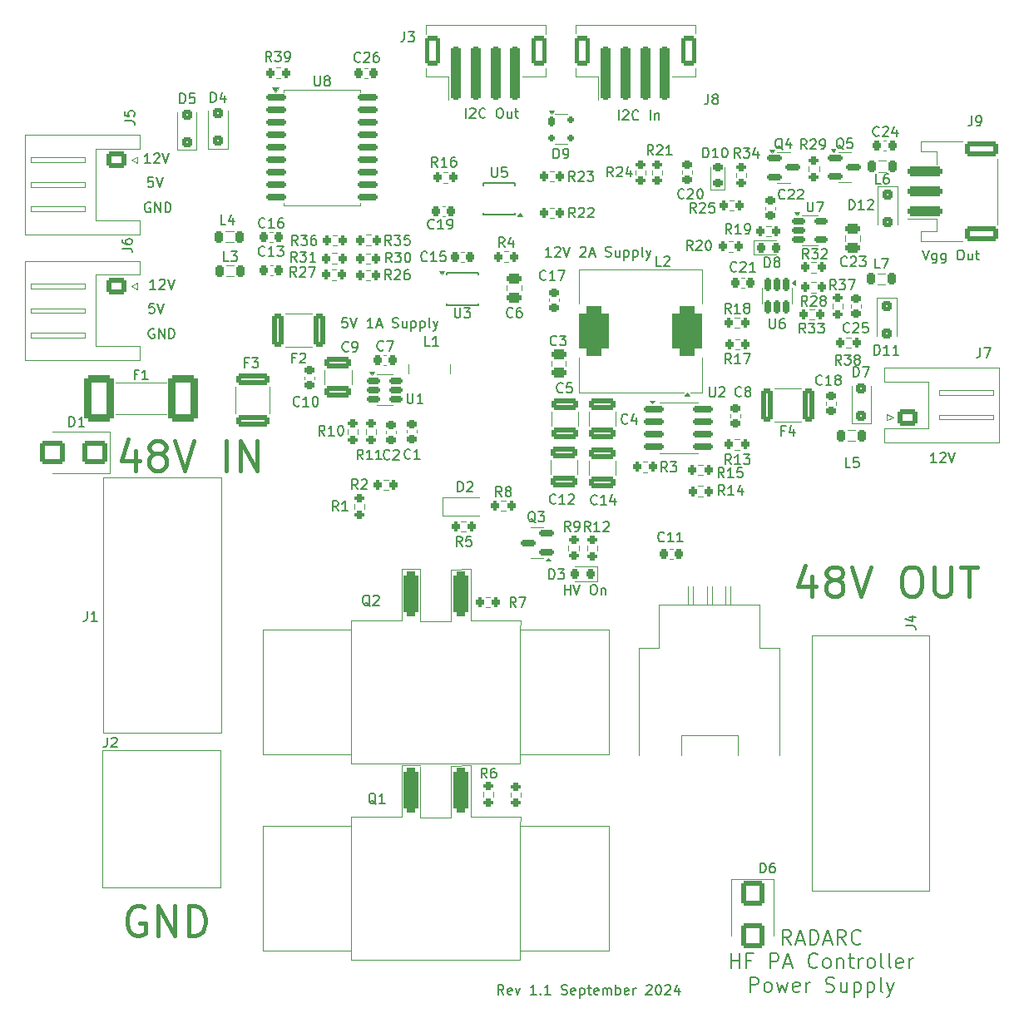
<source format=gbr>
%TF.GenerationSoftware,KiCad,Pcbnew,8.0.5*%
%TF.CreationDate,2024-11-15T14:42:50+00:00*%
%TF.ProjectId,PA_Power_V1,50415f50-6f77-4657-925f-56312e6b6963,rev?*%
%TF.SameCoordinates,Original*%
%TF.FileFunction,Legend,Top*%
%TF.FilePolarity,Positive*%
%FSLAX46Y46*%
G04 Gerber Fmt 4.6, Leading zero omitted, Abs format (unit mm)*
G04 Created by KiCad (PCBNEW 8.0.5) date 2024-11-15 14:42:50*
%MOMM*%
%LPD*%
G01*
G04 APERTURE LIST*
G04 Aperture macros list*
%AMRoundRect*
0 Rectangle with rounded corners*
0 $1 Rounding radius*
0 $2 $3 $4 $5 $6 $7 $8 $9 X,Y pos of 4 corners*
0 Add a 4 corners polygon primitive as box body*
4,1,4,$2,$3,$4,$5,$6,$7,$8,$9,$2,$3,0*
0 Add four circle primitives for the rounded corners*
1,1,$1+$1,$2,$3*
1,1,$1+$1,$4,$5*
1,1,$1+$1,$6,$7*
1,1,$1+$1,$8,$9*
0 Add four rect primitives between the rounded corners*
20,1,$1+$1,$2,$3,$4,$5,0*
20,1,$1+$1,$4,$5,$6,$7,0*
20,1,$1+$1,$6,$7,$8,$9,0*
20,1,$1+$1,$8,$9,$2,$3,0*%
%AMHorizOval*
0 Thick line with rounded ends*
0 $1 width*
0 $2 $3 position (X,Y) of the first rounded end (center of the circle)*
0 $4 $5 position (X,Y) of the second rounded end (center of the circle)*
0 Add line between two ends*
20,1,$1,$2,$3,$4,$5,0*
0 Add two circle primitives to create the rounded ends*
1,1,$1,$2,$3*
1,1,$1,$4,$5*%
G04 Aperture macros list end*
%ADD10C,0.150000*%
%ADD11C,0.200000*%
%ADD12C,0.400000*%
%ADD13C,0.120000*%
%ADD14RoundRect,0.200000X-0.200000X-0.275000X0.200000X-0.275000X0.200000X0.275000X-0.200000X0.275000X0*%
%ADD15RoundRect,0.200000X-0.275000X0.200000X-0.275000X-0.200000X0.275000X-0.200000X0.275000X0.200000X0*%
%ADD16RoundRect,0.218750X-0.218750X-0.381250X0.218750X-0.381250X0.218750X0.381250X-0.218750X0.381250X0*%
%ADD17RoundRect,0.250000X1.450000X-0.312500X1.450000X0.312500X-1.450000X0.312500X-1.450000X-0.312500X0*%
%ADD18RoundRect,0.225000X0.225000X0.250000X-0.225000X0.250000X-0.225000X-0.250000X0.225000X-0.250000X0*%
%ADD19RoundRect,0.150000X-0.587500X-0.150000X0.587500X-0.150000X0.587500X0.150000X-0.587500X0.150000X0*%
%ADD20RoundRect,0.200000X0.200000X0.275000X-0.200000X0.275000X-0.200000X-0.275000X0.200000X-0.275000X0*%
%ADD21RoundRect,0.225000X0.250000X-0.225000X0.250000X0.225000X-0.250000X0.225000X-0.250000X-0.225000X0*%
%ADD22RoundRect,0.250000X-0.475000X0.250000X-0.475000X-0.250000X0.475000X-0.250000X0.475000X0.250000X0*%
%ADD23RoundRect,0.250000X1.500000X-0.250000X1.500000X0.250000X-1.500000X0.250000X-1.500000X-0.250000X0*%
%ADD24RoundRect,0.250001X1.449999X-0.499999X1.449999X0.499999X-1.449999X0.499999X-1.449999X-0.499999X0*%
%ADD25RoundRect,0.250000X1.100000X-0.325000X1.100000X0.325000X-1.100000X0.325000X-1.100000X-0.325000X0*%
%ADD26RoundRect,0.250000X-0.725000X0.600000X-0.725000X-0.600000X0.725000X-0.600000X0.725000X0.600000X0*%
%ADD27O,1.950000X1.700000*%
%ADD28RoundRect,0.150000X-0.512500X-0.150000X0.512500X-0.150000X0.512500X0.150000X-0.512500X0.150000X0*%
%ADD29RoundRect,0.375000X-1.125000X-2.000000X1.125000X-2.000000X1.125000X2.000000X-1.125000X2.000000X0*%
%ADD30R,3.700000X0.980000*%
%ADD31RoundRect,0.150000X-0.825000X-0.150000X0.825000X-0.150000X0.825000X0.150000X-0.825000X0.150000X0*%
%ADD32R,2.290000X3.000000*%
%ADD33RoundRect,0.225000X-0.225000X-0.250000X0.225000X-0.250000X0.225000X0.250000X-0.225000X0.250000X0*%
%ADD34RoundRect,0.200000X0.275000X-0.200000X0.275000X0.200000X-0.275000X0.200000X-0.275000X-0.200000X0*%
%ADD35RoundRect,0.218750X0.218750X0.381250X-0.218750X0.381250X-0.218750X-0.381250X0.218750X-0.381250X0*%
%ADD36RoundRect,0.250000X-1.100000X0.325000X-1.100000X-0.325000X1.100000X-0.325000X1.100000X0.325000X0*%
%ADD37RoundRect,0.400000X-0.400000X1.900000X-0.400000X-1.900000X0.400000X-1.900000X0.400000X1.900000X0*%
%ADD38R,17.000000X14.200000*%
%ADD39RoundRect,0.250000X-0.900000X1.000000X-0.900000X-1.000000X0.900000X-1.000000X0.900000X1.000000X0*%
%ADD40RoundRect,0.250000X0.750000X-0.600000X0.750000X0.600000X-0.750000X0.600000X-0.750000X-0.600000X0*%
%ADD41O,2.000000X1.700000*%
%ADD42R,1.100000X0.250000*%
%ADD43C,1.524000*%
%ADD44C,2.500000*%
%ADD45R,11.800000X25.800000*%
%ADD46RoundRect,0.250000X0.475000X-0.250000X0.475000X0.250000X-0.475000X0.250000X-0.475000X-0.250000X0*%
%ADD47RoundRect,0.225000X-0.250000X0.225000X-0.250000X-0.225000X0.250000X-0.225000X0.250000X0.225000X0*%
%ADD48C,5.600000*%
%ADD49RoundRect,0.250000X-0.300000X0.300000X-0.300000X-0.300000X0.300000X-0.300000X0.300000X0.300000X0*%
%ADD50RoundRect,0.218750X0.256250X-0.218750X0.256250X0.218750X-0.256250X0.218750X-0.256250X-0.218750X0*%
%ADD51R,1.200000X1.200000*%
%ADD52RoundRect,0.750000X0.750000X1.750000X-0.750000X1.750000X-0.750000X-1.750000X0.750000X-1.750000X0*%
%ADD53R,1.500000X1.500000*%
%ADD54C,1.500000*%
%ADD55HorizOval,0.800000X0.000000X0.000000X0.000000X0.000000X0*%
%ADD56HorizOval,0.800000X0.000000X0.000000X0.000000X0.000000X0*%
%ADD57C,0.800000*%
%ADD58O,9.000000X6.000000*%
%ADD59RoundRect,0.150000X-0.150000X0.512500X-0.150000X-0.512500X0.150000X-0.512500X0.150000X0.512500X0*%
%ADD60RoundRect,0.250000X0.300000X-0.300000X0.300000X0.300000X-0.300000X0.300000X-0.300000X-0.300000X0*%
%ADD61RoundRect,0.250000X1.000000X0.900000X-1.000000X0.900000X-1.000000X-0.900000X1.000000X-0.900000X0*%
%ADD62R,1.100000X0.400000*%
%ADD63RoundRect,0.150000X-0.875000X-0.150000X0.875000X-0.150000X0.875000X0.150000X-0.875000X0.150000X0*%
%ADD64RoundRect,0.250000X0.312500X1.450000X-0.312500X1.450000X-0.312500X-1.450000X0.312500X-1.450000X0*%
%ADD65RoundRect,0.250000X-0.250000X-2.500000X0.250000X-2.500000X0.250000X2.500000X-0.250000X2.500000X0*%
%ADD66RoundRect,0.250000X-0.550000X-1.250000X0.550000X-1.250000X0.550000X1.250000X-0.550000X1.250000X0*%
%ADD67RoundRect,0.218750X0.218750X0.256250X-0.218750X0.256250X-0.218750X-0.256250X0.218750X-0.256250X0*%
%ADD68RoundRect,0.150000X0.587500X0.150000X-0.587500X0.150000X-0.587500X-0.150000X0.587500X-0.150000X0*%
%ADD69R,11.800000X13.800000*%
%ADD70RoundRect,0.218750X-0.218750X-0.256250X0.218750X-0.256250X0.218750X0.256250X-0.218750X0.256250X0*%
%ADD71RoundRect,0.175000X-0.175000X-0.325000X0.175000X-0.325000X0.175000X0.325000X-0.175000X0.325000X0*%
%ADD72RoundRect,0.150000X-0.200000X-0.150000X0.200000X-0.150000X0.200000X0.150000X-0.200000X0.150000X0*%
G04 APERTURE END LIST*
D10*
X38582969Y-48719819D02*
X38106779Y-48719819D01*
X38106779Y-48719819D02*
X38059160Y-49196009D01*
X38059160Y-49196009D02*
X38106779Y-49148390D01*
X38106779Y-49148390D02*
X38202017Y-49100771D01*
X38202017Y-49100771D02*
X38440112Y-49100771D01*
X38440112Y-49100771D02*
X38535350Y-49148390D01*
X38535350Y-49148390D02*
X38582969Y-49196009D01*
X38582969Y-49196009D02*
X38630588Y-49291247D01*
X38630588Y-49291247D02*
X38630588Y-49529342D01*
X38630588Y-49529342D02*
X38582969Y-49624580D01*
X38582969Y-49624580D02*
X38535350Y-49672200D01*
X38535350Y-49672200D02*
X38440112Y-49719819D01*
X38440112Y-49719819D02*
X38202017Y-49719819D01*
X38202017Y-49719819D02*
X38106779Y-49672200D01*
X38106779Y-49672200D02*
X38059160Y-49624580D01*
X38916303Y-48719819D02*
X39249636Y-49719819D01*
X39249636Y-49719819D02*
X39582969Y-48719819D01*
D11*
X103428571Y-113976196D02*
X102928571Y-113261910D01*
X102571428Y-113976196D02*
X102571428Y-112476196D01*
X102571428Y-112476196D02*
X103142857Y-112476196D01*
X103142857Y-112476196D02*
X103285714Y-112547625D01*
X103285714Y-112547625D02*
X103357143Y-112619053D01*
X103357143Y-112619053D02*
X103428571Y-112761910D01*
X103428571Y-112761910D02*
X103428571Y-112976196D01*
X103428571Y-112976196D02*
X103357143Y-113119053D01*
X103357143Y-113119053D02*
X103285714Y-113190482D01*
X103285714Y-113190482D02*
X103142857Y-113261910D01*
X103142857Y-113261910D02*
X102571428Y-113261910D01*
X104000000Y-113547625D02*
X104714286Y-113547625D01*
X103857143Y-113976196D02*
X104357143Y-112476196D01*
X104357143Y-112476196D02*
X104857143Y-113976196D01*
X105357142Y-113976196D02*
X105357142Y-112476196D01*
X105357142Y-112476196D02*
X105714285Y-112476196D01*
X105714285Y-112476196D02*
X105928571Y-112547625D01*
X105928571Y-112547625D02*
X106071428Y-112690482D01*
X106071428Y-112690482D02*
X106142857Y-112833339D01*
X106142857Y-112833339D02*
X106214285Y-113119053D01*
X106214285Y-113119053D02*
X106214285Y-113333339D01*
X106214285Y-113333339D02*
X106142857Y-113619053D01*
X106142857Y-113619053D02*
X106071428Y-113761910D01*
X106071428Y-113761910D02*
X105928571Y-113904768D01*
X105928571Y-113904768D02*
X105714285Y-113976196D01*
X105714285Y-113976196D02*
X105357142Y-113976196D01*
X106785714Y-113547625D02*
X107500000Y-113547625D01*
X106642857Y-113976196D02*
X107142857Y-112476196D01*
X107142857Y-112476196D02*
X107642857Y-113976196D01*
X108999999Y-113976196D02*
X108499999Y-113261910D01*
X108142856Y-113976196D02*
X108142856Y-112476196D01*
X108142856Y-112476196D02*
X108714285Y-112476196D01*
X108714285Y-112476196D02*
X108857142Y-112547625D01*
X108857142Y-112547625D02*
X108928571Y-112619053D01*
X108928571Y-112619053D02*
X108999999Y-112761910D01*
X108999999Y-112761910D02*
X108999999Y-112976196D01*
X108999999Y-112976196D02*
X108928571Y-113119053D01*
X108928571Y-113119053D02*
X108857142Y-113190482D01*
X108857142Y-113190482D02*
X108714285Y-113261910D01*
X108714285Y-113261910D02*
X108142856Y-113261910D01*
X110499999Y-113833339D02*
X110428571Y-113904768D01*
X110428571Y-113904768D02*
X110214285Y-113976196D01*
X110214285Y-113976196D02*
X110071428Y-113976196D01*
X110071428Y-113976196D02*
X109857142Y-113904768D01*
X109857142Y-113904768D02*
X109714285Y-113761910D01*
X109714285Y-113761910D02*
X109642856Y-113619053D01*
X109642856Y-113619053D02*
X109571428Y-113333339D01*
X109571428Y-113333339D02*
X109571428Y-113119053D01*
X109571428Y-113119053D02*
X109642856Y-112833339D01*
X109642856Y-112833339D02*
X109714285Y-112690482D01*
X109714285Y-112690482D02*
X109857142Y-112547625D01*
X109857142Y-112547625D02*
X110071428Y-112476196D01*
X110071428Y-112476196D02*
X110214285Y-112476196D01*
X110214285Y-112476196D02*
X110428571Y-112547625D01*
X110428571Y-112547625D02*
X110499999Y-112619053D01*
X97321429Y-116391112D02*
X97321429Y-114891112D01*
X97321429Y-115605398D02*
X98178572Y-115605398D01*
X98178572Y-116391112D02*
X98178572Y-114891112D01*
X99392858Y-115605398D02*
X98892858Y-115605398D01*
X98892858Y-116391112D02*
X98892858Y-114891112D01*
X98892858Y-114891112D02*
X99607144Y-114891112D01*
X101321429Y-116391112D02*
X101321429Y-114891112D01*
X101321429Y-114891112D02*
X101892858Y-114891112D01*
X101892858Y-114891112D02*
X102035715Y-114962541D01*
X102035715Y-114962541D02*
X102107144Y-115033969D01*
X102107144Y-115033969D02*
X102178572Y-115176826D01*
X102178572Y-115176826D02*
X102178572Y-115391112D01*
X102178572Y-115391112D02*
X102107144Y-115533969D01*
X102107144Y-115533969D02*
X102035715Y-115605398D01*
X102035715Y-115605398D02*
X101892858Y-115676826D01*
X101892858Y-115676826D02*
X101321429Y-115676826D01*
X102750001Y-115962541D02*
X103464287Y-115962541D01*
X102607144Y-116391112D02*
X103107144Y-114891112D01*
X103107144Y-114891112D02*
X103607144Y-116391112D01*
X106107143Y-116248255D02*
X106035715Y-116319684D01*
X106035715Y-116319684D02*
X105821429Y-116391112D01*
X105821429Y-116391112D02*
X105678572Y-116391112D01*
X105678572Y-116391112D02*
X105464286Y-116319684D01*
X105464286Y-116319684D02*
X105321429Y-116176826D01*
X105321429Y-116176826D02*
X105250000Y-116033969D01*
X105250000Y-116033969D02*
X105178572Y-115748255D01*
X105178572Y-115748255D02*
X105178572Y-115533969D01*
X105178572Y-115533969D02*
X105250000Y-115248255D01*
X105250000Y-115248255D02*
X105321429Y-115105398D01*
X105321429Y-115105398D02*
X105464286Y-114962541D01*
X105464286Y-114962541D02*
X105678572Y-114891112D01*
X105678572Y-114891112D02*
X105821429Y-114891112D01*
X105821429Y-114891112D02*
X106035715Y-114962541D01*
X106035715Y-114962541D02*
X106107143Y-115033969D01*
X106964286Y-116391112D02*
X106821429Y-116319684D01*
X106821429Y-116319684D02*
X106750000Y-116248255D01*
X106750000Y-116248255D02*
X106678572Y-116105398D01*
X106678572Y-116105398D02*
X106678572Y-115676826D01*
X106678572Y-115676826D02*
X106750000Y-115533969D01*
X106750000Y-115533969D02*
X106821429Y-115462541D01*
X106821429Y-115462541D02*
X106964286Y-115391112D01*
X106964286Y-115391112D02*
X107178572Y-115391112D01*
X107178572Y-115391112D02*
X107321429Y-115462541D01*
X107321429Y-115462541D02*
X107392858Y-115533969D01*
X107392858Y-115533969D02*
X107464286Y-115676826D01*
X107464286Y-115676826D02*
X107464286Y-116105398D01*
X107464286Y-116105398D02*
X107392858Y-116248255D01*
X107392858Y-116248255D02*
X107321429Y-116319684D01*
X107321429Y-116319684D02*
X107178572Y-116391112D01*
X107178572Y-116391112D02*
X106964286Y-116391112D01*
X108107143Y-115391112D02*
X108107143Y-116391112D01*
X108107143Y-115533969D02*
X108178572Y-115462541D01*
X108178572Y-115462541D02*
X108321429Y-115391112D01*
X108321429Y-115391112D02*
X108535715Y-115391112D01*
X108535715Y-115391112D02*
X108678572Y-115462541D01*
X108678572Y-115462541D02*
X108750001Y-115605398D01*
X108750001Y-115605398D02*
X108750001Y-116391112D01*
X109250001Y-115391112D02*
X109821429Y-115391112D01*
X109464286Y-114891112D02*
X109464286Y-116176826D01*
X109464286Y-116176826D02*
X109535715Y-116319684D01*
X109535715Y-116319684D02*
X109678572Y-116391112D01*
X109678572Y-116391112D02*
X109821429Y-116391112D01*
X110321429Y-116391112D02*
X110321429Y-115391112D01*
X110321429Y-115676826D02*
X110392858Y-115533969D01*
X110392858Y-115533969D02*
X110464287Y-115462541D01*
X110464287Y-115462541D02*
X110607144Y-115391112D01*
X110607144Y-115391112D02*
X110750001Y-115391112D01*
X111464286Y-116391112D02*
X111321429Y-116319684D01*
X111321429Y-116319684D02*
X111250000Y-116248255D01*
X111250000Y-116248255D02*
X111178572Y-116105398D01*
X111178572Y-116105398D02*
X111178572Y-115676826D01*
X111178572Y-115676826D02*
X111250000Y-115533969D01*
X111250000Y-115533969D02*
X111321429Y-115462541D01*
X111321429Y-115462541D02*
X111464286Y-115391112D01*
X111464286Y-115391112D02*
X111678572Y-115391112D01*
X111678572Y-115391112D02*
X111821429Y-115462541D01*
X111821429Y-115462541D02*
X111892858Y-115533969D01*
X111892858Y-115533969D02*
X111964286Y-115676826D01*
X111964286Y-115676826D02*
X111964286Y-116105398D01*
X111964286Y-116105398D02*
X111892858Y-116248255D01*
X111892858Y-116248255D02*
X111821429Y-116319684D01*
X111821429Y-116319684D02*
X111678572Y-116391112D01*
X111678572Y-116391112D02*
X111464286Y-116391112D01*
X112821429Y-116391112D02*
X112678572Y-116319684D01*
X112678572Y-116319684D02*
X112607143Y-116176826D01*
X112607143Y-116176826D02*
X112607143Y-114891112D01*
X113607143Y-116391112D02*
X113464286Y-116319684D01*
X113464286Y-116319684D02*
X113392857Y-116176826D01*
X113392857Y-116176826D02*
X113392857Y-114891112D01*
X114750000Y-116319684D02*
X114607143Y-116391112D01*
X114607143Y-116391112D02*
X114321429Y-116391112D01*
X114321429Y-116391112D02*
X114178571Y-116319684D01*
X114178571Y-116319684D02*
X114107143Y-116176826D01*
X114107143Y-116176826D02*
X114107143Y-115605398D01*
X114107143Y-115605398D02*
X114178571Y-115462541D01*
X114178571Y-115462541D02*
X114321429Y-115391112D01*
X114321429Y-115391112D02*
X114607143Y-115391112D01*
X114607143Y-115391112D02*
X114750000Y-115462541D01*
X114750000Y-115462541D02*
X114821429Y-115605398D01*
X114821429Y-115605398D02*
X114821429Y-115748255D01*
X114821429Y-115748255D02*
X114107143Y-115891112D01*
X115464285Y-116391112D02*
X115464285Y-115391112D01*
X115464285Y-115676826D02*
X115535714Y-115533969D01*
X115535714Y-115533969D02*
X115607143Y-115462541D01*
X115607143Y-115462541D02*
X115750000Y-115391112D01*
X115750000Y-115391112D02*
X115892857Y-115391112D01*
X99250000Y-118806028D02*
X99250000Y-117306028D01*
X99250000Y-117306028D02*
X99821429Y-117306028D01*
X99821429Y-117306028D02*
X99964286Y-117377457D01*
X99964286Y-117377457D02*
X100035715Y-117448885D01*
X100035715Y-117448885D02*
X100107143Y-117591742D01*
X100107143Y-117591742D02*
X100107143Y-117806028D01*
X100107143Y-117806028D02*
X100035715Y-117948885D01*
X100035715Y-117948885D02*
X99964286Y-118020314D01*
X99964286Y-118020314D02*
X99821429Y-118091742D01*
X99821429Y-118091742D02*
X99250000Y-118091742D01*
X100964286Y-118806028D02*
X100821429Y-118734600D01*
X100821429Y-118734600D02*
X100750000Y-118663171D01*
X100750000Y-118663171D02*
X100678572Y-118520314D01*
X100678572Y-118520314D02*
X100678572Y-118091742D01*
X100678572Y-118091742D02*
X100750000Y-117948885D01*
X100750000Y-117948885D02*
X100821429Y-117877457D01*
X100821429Y-117877457D02*
X100964286Y-117806028D01*
X100964286Y-117806028D02*
X101178572Y-117806028D01*
X101178572Y-117806028D02*
X101321429Y-117877457D01*
X101321429Y-117877457D02*
X101392858Y-117948885D01*
X101392858Y-117948885D02*
X101464286Y-118091742D01*
X101464286Y-118091742D02*
X101464286Y-118520314D01*
X101464286Y-118520314D02*
X101392858Y-118663171D01*
X101392858Y-118663171D02*
X101321429Y-118734600D01*
X101321429Y-118734600D02*
X101178572Y-118806028D01*
X101178572Y-118806028D02*
X100964286Y-118806028D01*
X101964286Y-117806028D02*
X102250001Y-118806028D01*
X102250001Y-118806028D02*
X102535715Y-118091742D01*
X102535715Y-118091742D02*
X102821429Y-118806028D01*
X102821429Y-118806028D02*
X103107143Y-117806028D01*
X104250001Y-118734600D02*
X104107144Y-118806028D01*
X104107144Y-118806028D02*
X103821430Y-118806028D01*
X103821430Y-118806028D02*
X103678572Y-118734600D01*
X103678572Y-118734600D02*
X103607144Y-118591742D01*
X103607144Y-118591742D02*
X103607144Y-118020314D01*
X103607144Y-118020314D02*
X103678572Y-117877457D01*
X103678572Y-117877457D02*
X103821430Y-117806028D01*
X103821430Y-117806028D02*
X104107144Y-117806028D01*
X104107144Y-117806028D02*
X104250001Y-117877457D01*
X104250001Y-117877457D02*
X104321430Y-118020314D01*
X104321430Y-118020314D02*
X104321430Y-118163171D01*
X104321430Y-118163171D02*
X103607144Y-118306028D01*
X104964286Y-118806028D02*
X104964286Y-117806028D01*
X104964286Y-118091742D02*
X105035715Y-117948885D01*
X105035715Y-117948885D02*
X105107144Y-117877457D01*
X105107144Y-117877457D02*
X105250001Y-117806028D01*
X105250001Y-117806028D02*
X105392858Y-117806028D01*
X106964286Y-118734600D02*
X107178572Y-118806028D01*
X107178572Y-118806028D02*
X107535714Y-118806028D01*
X107535714Y-118806028D02*
X107678572Y-118734600D01*
X107678572Y-118734600D02*
X107750000Y-118663171D01*
X107750000Y-118663171D02*
X107821429Y-118520314D01*
X107821429Y-118520314D02*
X107821429Y-118377457D01*
X107821429Y-118377457D02*
X107750000Y-118234600D01*
X107750000Y-118234600D02*
X107678572Y-118163171D01*
X107678572Y-118163171D02*
X107535714Y-118091742D01*
X107535714Y-118091742D02*
X107250000Y-118020314D01*
X107250000Y-118020314D02*
X107107143Y-117948885D01*
X107107143Y-117948885D02*
X107035714Y-117877457D01*
X107035714Y-117877457D02*
X106964286Y-117734600D01*
X106964286Y-117734600D02*
X106964286Y-117591742D01*
X106964286Y-117591742D02*
X107035714Y-117448885D01*
X107035714Y-117448885D02*
X107107143Y-117377457D01*
X107107143Y-117377457D02*
X107250000Y-117306028D01*
X107250000Y-117306028D02*
X107607143Y-117306028D01*
X107607143Y-117306028D02*
X107821429Y-117377457D01*
X109107143Y-117806028D02*
X109107143Y-118806028D01*
X108464285Y-117806028D02*
X108464285Y-118591742D01*
X108464285Y-118591742D02*
X108535714Y-118734600D01*
X108535714Y-118734600D02*
X108678571Y-118806028D01*
X108678571Y-118806028D02*
X108892857Y-118806028D01*
X108892857Y-118806028D02*
X109035714Y-118734600D01*
X109035714Y-118734600D02*
X109107143Y-118663171D01*
X109821428Y-117806028D02*
X109821428Y-119306028D01*
X109821428Y-117877457D02*
X109964286Y-117806028D01*
X109964286Y-117806028D02*
X110250000Y-117806028D01*
X110250000Y-117806028D02*
X110392857Y-117877457D01*
X110392857Y-117877457D02*
X110464286Y-117948885D01*
X110464286Y-117948885D02*
X110535714Y-118091742D01*
X110535714Y-118091742D02*
X110535714Y-118520314D01*
X110535714Y-118520314D02*
X110464286Y-118663171D01*
X110464286Y-118663171D02*
X110392857Y-118734600D01*
X110392857Y-118734600D02*
X110250000Y-118806028D01*
X110250000Y-118806028D02*
X109964286Y-118806028D01*
X109964286Y-118806028D02*
X109821428Y-118734600D01*
X111178571Y-117806028D02*
X111178571Y-119306028D01*
X111178571Y-117877457D02*
X111321429Y-117806028D01*
X111321429Y-117806028D02*
X111607143Y-117806028D01*
X111607143Y-117806028D02*
X111750000Y-117877457D01*
X111750000Y-117877457D02*
X111821429Y-117948885D01*
X111821429Y-117948885D02*
X111892857Y-118091742D01*
X111892857Y-118091742D02*
X111892857Y-118520314D01*
X111892857Y-118520314D02*
X111821429Y-118663171D01*
X111821429Y-118663171D02*
X111750000Y-118734600D01*
X111750000Y-118734600D02*
X111607143Y-118806028D01*
X111607143Y-118806028D02*
X111321429Y-118806028D01*
X111321429Y-118806028D02*
X111178571Y-118734600D01*
X112750000Y-118806028D02*
X112607143Y-118734600D01*
X112607143Y-118734600D02*
X112535714Y-118591742D01*
X112535714Y-118591742D02*
X112535714Y-117306028D01*
X113178571Y-117806028D02*
X113535714Y-118806028D01*
X113892857Y-117806028D02*
X113535714Y-118806028D01*
X113535714Y-118806028D02*
X113392857Y-119163171D01*
X113392857Y-119163171D02*
X113321428Y-119234600D01*
X113321428Y-119234600D02*
X113178571Y-119306028D01*
D12*
X105573157Y-76542057D02*
X105573157Y-78542057D01*
X104858871Y-75399200D02*
X104144585Y-77542057D01*
X104144585Y-77542057D02*
X106001728Y-77542057D01*
X107573157Y-76827771D02*
X107287442Y-76684914D01*
X107287442Y-76684914D02*
X107144585Y-76542057D01*
X107144585Y-76542057D02*
X107001728Y-76256342D01*
X107001728Y-76256342D02*
X107001728Y-76113485D01*
X107001728Y-76113485D02*
X107144585Y-75827771D01*
X107144585Y-75827771D02*
X107287442Y-75684914D01*
X107287442Y-75684914D02*
X107573157Y-75542057D01*
X107573157Y-75542057D02*
X108144585Y-75542057D01*
X108144585Y-75542057D02*
X108430300Y-75684914D01*
X108430300Y-75684914D02*
X108573157Y-75827771D01*
X108573157Y-75827771D02*
X108716014Y-76113485D01*
X108716014Y-76113485D02*
X108716014Y-76256342D01*
X108716014Y-76256342D02*
X108573157Y-76542057D01*
X108573157Y-76542057D02*
X108430300Y-76684914D01*
X108430300Y-76684914D02*
X108144585Y-76827771D01*
X108144585Y-76827771D02*
X107573157Y-76827771D01*
X107573157Y-76827771D02*
X107287442Y-76970628D01*
X107287442Y-76970628D02*
X107144585Y-77113485D01*
X107144585Y-77113485D02*
X107001728Y-77399200D01*
X107001728Y-77399200D02*
X107001728Y-77970628D01*
X107001728Y-77970628D02*
X107144585Y-78256342D01*
X107144585Y-78256342D02*
X107287442Y-78399200D01*
X107287442Y-78399200D02*
X107573157Y-78542057D01*
X107573157Y-78542057D02*
X108144585Y-78542057D01*
X108144585Y-78542057D02*
X108430300Y-78399200D01*
X108430300Y-78399200D02*
X108573157Y-78256342D01*
X108573157Y-78256342D02*
X108716014Y-77970628D01*
X108716014Y-77970628D02*
X108716014Y-77399200D01*
X108716014Y-77399200D02*
X108573157Y-77113485D01*
X108573157Y-77113485D02*
X108430300Y-76970628D01*
X108430300Y-76970628D02*
X108144585Y-76827771D01*
X109573157Y-75542057D02*
X110573157Y-78542057D01*
X110573157Y-78542057D02*
X111573157Y-75542057D01*
X115430300Y-75542057D02*
X116001728Y-75542057D01*
X116001728Y-75542057D02*
X116287443Y-75684914D01*
X116287443Y-75684914D02*
X116573157Y-75970628D01*
X116573157Y-75970628D02*
X116716014Y-76542057D01*
X116716014Y-76542057D02*
X116716014Y-77542057D01*
X116716014Y-77542057D02*
X116573157Y-78113485D01*
X116573157Y-78113485D02*
X116287443Y-78399200D01*
X116287443Y-78399200D02*
X116001728Y-78542057D01*
X116001728Y-78542057D02*
X115430300Y-78542057D01*
X115430300Y-78542057D02*
X115144586Y-78399200D01*
X115144586Y-78399200D02*
X114858871Y-78113485D01*
X114858871Y-78113485D02*
X114716014Y-77542057D01*
X114716014Y-77542057D02*
X114716014Y-76542057D01*
X114716014Y-76542057D02*
X114858871Y-75970628D01*
X114858871Y-75970628D02*
X115144586Y-75684914D01*
X115144586Y-75684914D02*
X115430300Y-75542057D01*
X118001728Y-75542057D02*
X118001728Y-77970628D01*
X118001728Y-77970628D02*
X118144585Y-78256342D01*
X118144585Y-78256342D02*
X118287443Y-78399200D01*
X118287443Y-78399200D02*
X118573157Y-78542057D01*
X118573157Y-78542057D02*
X119144585Y-78542057D01*
X119144585Y-78542057D02*
X119430300Y-78399200D01*
X119430300Y-78399200D02*
X119573157Y-78256342D01*
X119573157Y-78256342D02*
X119716014Y-77970628D01*
X119716014Y-77970628D02*
X119716014Y-75542057D01*
X120716014Y-75542057D02*
X122430300Y-75542057D01*
X121573157Y-78542057D02*
X121573157Y-75542057D01*
D10*
X118205588Y-64899819D02*
X117634160Y-64899819D01*
X117919874Y-64899819D02*
X117919874Y-63899819D01*
X117919874Y-63899819D02*
X117824636Y-64042676D01*
X117824636Y-64042676D02*
X117729398Y-64137914D01*
X117729398Y-64137914D02*
X117634160Y-64185533D01*
X118586541Y-63995057D02*
X118634160Y-63947438D01*
X118634160Y-63947438D02*
X118729398Y-63899819D01*
X118729398Y-63899819D02*
X118967493Y-63899819D01*
X118967493Y-63899819D02*
X119062731Y-63947438D01*
X119062731Y-63947438D02*
X119110350Y-63995057D01*
X119110350Y-63995057D02*
X119157969Y-64090295D01*
X119157969Y-64090295D02*
X119157969Y-64185533D01*
X119157969Y-64185533D02*
X119110350Y-64328390D01*
X119110350Y-64328390D02*
X118538922Y-64899819D01*
X118538922Y-64899819D02*
X119157969Y-64899819D01*
X119443684Y-63899819D02*
X119777017Y-64899819D01*
X119777017Y-64899819D02*
X120110350Y-63899819D01*
X85886779Y-30039819D02*
X85886779Y-29039819D01*
X86315350Y-29135057D02*
X86362969Y-29087438D01*
X86362969Y-29087438D02*
X86458207Y-29039819D01*
X86458207Y-29039819D02*
X86696302Y-29039819D01*
X86696302Y-29039819D02*
X86791540Y-29087438D01*
X86791540Y-29087438D02*
X86839159Y-29135057D01*
X86839159Y-29135057D02*
X86886778Y-29230295D01*
X86886778Y-29230295D02*
X86886778Y-29325533D01*
X86886778Y-29325533D02*
X86839159Y-29468390D01*
X86839159Y-29468390D02*
X86267731Y-30039819D01*
X86267731Y-30039819D02*
X86886778Y-30039819D01*
X87886778Y-29944580D02*
X87839159Y-29992200D01*
X87839159Y-29992200D02*
X87696302Y-30039819D01*
X87696302Y-30039819D02*
X87601064Y-30039819D01*
X87601064Y-30039819D02*
X87458207Y-29992200D01*
X87458207Y-29992200D02*
X87362969Y-29896961D01*
X87362969Y-29896961D02*
X87315350Y-29801723D01*
X87315350Y-29801723D02*
X87267731Y-29611247D01*
X87267731Y-29611247D02*
X87267731Y-29468390D01*
X87267731Y-29468390D02*
X87315350Y-29277914D01*
X87315350Y-29277914D02*
X87362969Y-29182676D01*
X87362969Y-29182676D02*
X87458207Y-29087438D01*
X87458207Y-29087438D02*
X87601064Y-29039819D01*
X87601064Y-29039819D02*
X87696302Y-29039819D01*
X87696302Y-29039819D02*
X87839159Y-29087438D01*
X87839159Y-29087438D02*
X87886778Y-29135057D01*
X89077255Y-30039819D02*
X89077255Y-29039819D01*
X89553445Y-29373152D02*
X89553445Y-30039819D01*
X89553445Y-29468390D02*
X89601064Y-29420771D01*
X89601064Y-29420771D02*
X89696302Y-29373152D01*
X89696302Y-29373152D02*
X89839159Y-29373152D01*
X89839159Y-29373152D02*
X89934397Y-29420771D01*
X89934397Y-29420771D02*
X89982016Y-29516009D01*
X89982016Y-29516009D02*
X89982016Y-30039819D01*
X38472969Y-35869819D02*
X37996779Y-35869819D01*
X37996779Y-35869819D02*
X37949160Y-36346009D01*
X37949160Y-36346009D02*
X37996779Y-36298390D01*
X37996779Y-36298390D02*
X38092017Y-36250771D01*
X38092017Y-36250771D02*
X38330112Y-36250771D01*
X38330112Y-36250771D02*
X38425350Y-36298390D01*
X38425350Y-36298390D02*
X38472969Y-36346009D01*
X38472969Y-36346009D02*
X38520588Y-36441247D01*
X38520588Y-36441247D02*
X38520588Y-36679342D01*
X38520588Y-36679342D02*
X38472969Y-36774580D01*
X38472969Y-36774580D02*
X38425350Y-36822200D01*
X38425350Y-36822200D02*
X38330112Y-36869819D01*
X38330112Y-36869819D02*
X38092017Y-36869819D01*
X38092017Y-36869819D02*
X37996779Y-36822200D01*
X37996779Y-36822200D02*
X37949160Y-36774580D01*
X38806303Y-35869819D02*
X39139636Y-36869819D01*
X39139636Y-36869819D02*
X39472969Y-35869819D01*
X116803922Y-43279819D02*
X117137255Y-44279819D01*
X117137255Y-44279819D02*
X117470588Y-43279819D01*
X118232493Y-43613152D02*
X118232493Y-44422676D01*
X118232493Y-44422676D02*
X118184874Y-44517914D01*
X118184874Y-44517914D02*
X118137255Y-44565533D01*
X118137255Y-44565533D02*
X118042017Y-44613152D01*
X118042017Y-44613152D02*
X117899160Y-44613152D01*
X117899160Y-44613152D02*
X117803922Y-44565533D01*
X118232493Y-44232200D02*
X118137255Y-44279819D01*
X118137255Y-44279819D02*
X117946779Y-44279819D01*
X117946779Y-44279819D02*
X117851541Y-44232200D01*
X117851541Y-44232200D02*
X117803922Y-44184580D01*
X117803922Y-44184580D02*
X117756303Y-44089342D01*
X117756303Y-44089342D02*
X117756303Y-43803628D01*
X117756303Y-43803628D02*
X117803922Y-43708390D01*
X117803922Y-43708390D02*
X117851541Y-43660771D01*
X117851541Y-43660771D02*
X117946779Y-43613152D01*
X117946779Y-43613152D02*
X118137255Y-43613152D01*
X118137255Y-43613152D02*
X118232493Y-43660771D01*
X119137255Y-43613152D02*
X119137255Y-44422676D01*
X119137255Y-44422676D02*
X119089636Y-44517914D01*
X119089636Y-44517914D02*
X119042017Y-44565533D01*
X119042017Y-44565533D02*
X118946779Y-44613152D01*
X118946779Y-44613152D02*
X118803922Y-44613152D01*
X118803922Y-44613152D02*
X118708684Y-44565533D01*
X119137255Y-44232200D02*
X119042017Y-44279819D01*
X119042017Y-44279819D02*
X118851541Y-44279819D01*
X118851541Y-44279819D02*
X118756303Y-44232200D01*
X118756303Y-44232200D02*
X118708684Y-44184580D01*
X118708684Y-44184580D02*
X118661065Y-44089342D01*
X118661065Y-44089342D02*
X118661065Y-43803628D01*
X118661065Y-43803628D02*
X118708684Y-43708390D01*
X118708684Y-43708390D02*
X118756303Y-43660771D01*
X118756303Y-43660771D02*
X118851541Y-43613152D01*
X118851541Y-43613152D02*
X119042017Y-43613152D01*
X119042017Y-43613152D02*
X119137255Y-43660771D01*
X120565827Y-43279819D02*
X120756303Y-43279819D01*
X120756303Y-43279819D02*
X120851541Y-43327438D01*
X120851541Y-43327438D02*
X120946779Y-43422676D01*
X120946779Y-43422676D02*
X120994398Y-43613152D01*
X120994398Y-43613152D02*
X120994398Y-43946485D01*
X120994398Y-43946485D02*
X120946779Y-44136961D01*
X120946779Y-44136961D02*
X120851541Y-44232200D01*
X120851541Y-44232200D02*
X120756303Y-44279819D01*
X120756303Y-44279819D02*
X120565827Y-44279819D01*
X120565827Y-44279819D02*
X120470589Y-44232200D01*
X120470589Y-44232200D02*
X120375351Y-44136961D01*
X120375351Y-44136961D02*
X120327732Y-43946485D01*
X120327732Y-43946485D02*
X120327732Y-43613152D01*
X120327732Y-43613152D02*
X120375351Y-43422676D01*
X120375351Y-43422676D02*
X120470589Y-43327438D01*
X120470589Y-43327438D02*
X120565827Y-43279819D01*
X121851541Y-43613152D02*
X121851541Y-44279819D01*
X121422970Y-43613152D02*
X121422970Y-44136961D01*
X121422970Y-44136961D02*
X121470589Y-44232200D01*
X121470589Y-44232200D02*
X121565827Y-44279819D01*
X121565827Y-44279819D02*
X121708684Y-44279819D01*
X121708684Y-44279819D02*
X121803922Y-44232200D01*
X121803922Y-44232200D02*
X121851541Y-44184580D01*
X122184875Y-43613152D02*
X122565827Y-43613152D01*
X122327732Y-43279819D02*
X122327732Y-44136961D01*
X122327732Y-44136961D02*
X122375351Y-44232200D01*
X122375351Y-44232200D02*
X122470589Y-44279819D01*
X122470589Y-44279819D02*
X122565827Y-44279819D01*
X38590588Y-51337438D02*
X38495350Y-51289819D01*
X38495350Y-51289819D02*
X38352493Y-51289819D01*
X38352493Y-51289819D02*
X38209636Y-51337438D01*
X38209636Y-51337438D02*
X38114398Y-51432676D01*
X38114398Y-51432676D02*
X38066779Y-51527914D01*
X38066779Y-51527914D02*
X38019160Y-51718390D01*
X38019160Y-51718390D02*
X38019160Y-51861247D01*
X38019160Y-51861247D02*
X38066779Y-52051723D01*
X38066779Y-52051723D02*
X38114398Y-52146961D01*
X38114398Y-52146961D02*
X38209636Y-52242200D01*
X38209636Y-52242200D02*
X38352493Y-52289819D01*
X38352493Y-52289819D02*
X38447731Y-52289819D01*
X38447731Y-52289819D02*
X38590588Y-52242200D01*
X38590588Y-52242200D02*
X38638207Y-52194580D01*
X38638207Y-52194580D02*
X38638207Y-51861247D01*
X38638207Y-51861247D02*
X38447731Y-51861247D01*
X39066779Y-52289819D02*
X39066779Y-51289819D01*
X39066779Y-51289819D02*
X39638207Y-52289819D01*
X39638207Y-52289819D02*
X39638207Y-51289819D01*
X40114398Y-52289819D02*
X40114398Y-51289819D01*
X40114398Y-51289819D02*
X40352493Y-51289819D01*
X40352493Y-51289819D02*
X40495350Y-51337438D01*
X40495350Y-51337438D02*
X40590588Y-51432676D01*
X40590588Y-51432676D02*
X40638207Y-51527914D01*
X40638207Y-51527914D02*
X40685826Y-51718390D01*
X40685826Y-51718390D02*
X40685826Y-51861247D01*
X40685826Y-51861247D02*
X40638207Y-52051723D01*
X40638207Y-52051723D02*
X40590588Y-52146961D01*
X40590588Y-52146961D02*
X40495350Y-52242200D01*
X40495350Y-52242200D02*
X40352493Y-52289819D01*
X40352493Y-52289819D02*
X40114398Y-52289819D01*
X70296779Y-29849819D02*
X70296779Y-28849819D01*
X70725350Y-28945057D02*
X70772969Y-28897438D01*
X70772969Y-28897438D02*
X70868207Y-28849819D01*
X70868207Y-28849819D02*
X71106302Y-28849819D01*
X71106302Y-28849819D02*
X71201540Y-28897438D01*
X71201540Y-28897438D02*
X71249159Y-28945057D01*
X71249159Y-28945057D02*
X71296778Y-29040295D01*
X71296778Y-29040295D02*
X71296778Y-29135533D01*
X71296778Y-29135533D02*
X71249159Y-29278390D01*
X71249159Y-29278390D02*
X70677731Y-29849819D01*
X70677731Y-29849819D02*
X71296778Y-29849819D01*
X72296778Y-29754580D02*
X72249159Y-29802200D01*
X72249159Y-29802200D02*
X72106302Y-29849819D01*
X72106302Y-29849819D02*
X72011064Y-29849819D01*
X72011064Y-29849819D02*
X71868207Y-29802200D01*
X71868207Y-29802200D02*
X71772969Y-29706961D01*
X71772969Y-29706961D02*
X71725350Y-29611723D01*
X71725350Y-29611723D02*
X71677731Y-29421247D01*
X71677731Y-29421247D02*
X71677731Y-29278390D01*
X71677731Y-29278390D02*
X71725350Y-29087914D01*
X71725350Y-29087914D02*
X71772969Y-28992676D01*
X71772969Y-28992676D02*
X71868207Y-28897438D01*
X71868207Y-28897438D02*
X72011064Y-28849819D01*
X72011064Y-28849819D02*
X72106302Y-28849819D01*
X72106302Y-28849819D02*
X72249159Y-28897438D01*
X72249159Y-28897438D02*
X72296778Y-28945057D01*
X73677731Y-28849819D02*
X73868207Y-28849819D01*
X73868207Y-28849819D02*
X73963445Y-28897438D01*
X73963445Y-28897438D02*
X74058683Y-28992676D01*
X74058683Y-28992676D02*
X74106302Y-29183152D01*
X74106302Y-29183152D02*
X74106302Y-29516485D01*
X74106302Y-29516485D02*
X74058683Y-29706961D01*
X74058683Y-29706961D02*
X73963445Y-29802200D01*
X73963445Y-29802200D02*
X73868207Y-29849819D01*
X73868207Y-29849819D02*
X73677731Y-29849819D01*
X73677731Y-29849819D02*
X73582493Y-29802200D01*
X73582493Y-29802200D02*
X73487255Y-29706961D01*
X73487255Y-29706961D02*
X73439636Y-29516485D01*
X73439636Y-29516485D02*
X73439636Y-29183152D01*
X73439636Y-29183152D02*
X73487255Y-28992676D01*
X73487255Y-28992676D02*
X73582493Y-28897438D01*
X73582493Y-28897438D02*
X73677731Y-28849819D01*
X74963445Y-29183152D02*
X74963445Y-29849819D01*
X74534874Y-29183152D02*
X74534874Y-29706961D01*
X74534874Y-29706961D02*
X74582493Y-29802200D01*
X74582493Y-29802200D02*
X74677731Y-29849819D01*
X74677731Y-29849819D02*
X74820588Y-29849819D01*
X74820588Y-29849819D02*
X74915826Y-29802200D01*
X74915826Y-29802200D02*
X74963445Y-29754580D01*
X75296779Y-29183152D02*
X75677731Y-29183152D01*
X75439636Y-28849819D02*
X75439636Y-29706961D01*
X75439636Y-29706961D02*
X75487255Y-29802200D01*
X75487255Y-29802200D02*
X75582493Y-29849819D01*
X75582493Y-29849819D02*
X75677731Y-29849819D01*
X58242969Y-50189819D02*
X57766779Y-50189819D01*
X57766779Y-50189819D02*
X57719160Y-50666009D01*
X57719160Y-50666009D02*
X57766779Y-50618390D01*
X57766779Y-50618390D02*
X57862017Y-50570771D01*
X57862017Y-50570771D02*
X58100112Y-50570771D01*
X58100112Y-50570771D02*
X58195350Y-50618390D01*
X58195350Y-50618390D02*
X58242969Y-50666009D01*
X58242969Y-50666009D02*
X58290588Y-50761247D01*
X58290588Y-50761247D02*
X58290588Y-50999342D01*
X58290588Y-50999342D02*
X58242969Y-51094580D01*
X58242969Y-51094580D02*
X58195350Y-51142200D01*
X58195350Y-51142200D02*
X58100112Y-51189819D01*
X58100112Y-51189819D02*
X57862017Y-51189819D01*
X57862017Y-51189819D02*
X57766779Y-51142200D01*
X57766779Y-51142200D02*
X57719160Y-51094580D01*
X58576303Y-50189819D02*
X58909636Y-51189819D01*
X58909636Y-51189819D02*
X59242969Y-50189819D01*
X60862017Y-51189819D02*
X60290589Y-51189819D01*
X60576303Y-51189819D02*
X60576303Y-50189819D01*
X60576303Y-50189819D02*
X60481065Y-50332676D01*
X60481065Y-50332676D02*
X60385827Y-50427914D01*
X60385827Y-50427914D02*
X60290589Y-50475533D01*
X61242970Y-50904104D02*
X61719160Y-50904104D01*
X61147732Y-51189819D02*
X61481065Y-50189819D01*
X61481065Y-50189819D02*
X61814398Y-51189819D01*
X62862018Y-51142200D02*
X63004875Y-51189819D01*
X63004875Y-51189819D02*
X63242970Y-51189819D01*
X63242970Y-51189819D02*
X63338208Y-51142200D01*
X63338208Y-51142200D02*
X63385827Y-51094580D01*
X63385827Y-51094580D02*
X63433446Y-50999342D01*
X63433446Y-50999342D02*
X63433446Y-50904104D01*
X63433446Y-50904104D02*
X63385827Y-50808866D01*
X63385827Y-50808866D02*
X63338208Y-50761247D01*
X63338208Y-50761247D02*
X63242970Y-50713628D01*
X63242970Y-50713628D02*
X63052494Y-50666009D01*
X63052494Y-50666009D02*
X62957256Y-50618390D01*
X62957256Y-50618390D02*
X62909637Y-50570771D01*
X62909637Y-50570771D02*
X62862018Y-50475533D01*
X62862018Y-50475533D02*
X62862018Y-50380295D01*
X62862018Y-50380295D02*
X62909637Y-50285057D01*
X62909637Y-50285057D02*
X62957256Y-50237438D01*
X62957256Y-50237438D02*
X63052494Y-50189819D01*
X63052494Y-50189819D02*
X63290589Y-50189819D01*
X63290589Y-50189819D02*
X63433446Y-50237438D01*
X64290589Y-50523152D02*
X64290589Y-51189819D01*
X63862018Y-50523152D02*
X63862018Y-51046961D01*
X63862018Y-51046961D02*
X63909637Y-51142200D01*
X63909637Y-51142200D02*
X64004875Y-51189819D01*
X64004875Y-51189819D02*
X64147732Y-51189819D01*
X64147732Y-51189819D02*
X64242970Y-51142200D01*
X64242970Y-51142200D02*
X64290589Y-51094580D01*
X64766780Y-50523152D02*
X64766780Y-51523152D01*
X64766780Y-50570771D02*
X64862018Y-50523152D01*
X64862018Y-50523152D02*
X65052494Y-50523152D01*
X65052494Y-50523152D02*
X65147732Y-50570771D01*
X65147732Y-50570771D02*
X65195351Y-50618390D01*
X65195351Y-50618390D02*
X65242970Y-50713628D01*
X65242970Y-50713628D02*
X65242970Y-50999342D01*
X65242970Y-50999342D02*
X65195351Y-51094580D01*
X65195351Y-51094580D02*
X65147732Y-51142200D01*
X65147732Y-51142200D02*
X65052494Y-51189819D01*
X65052494Y-51189819D02*
X64862018Y-51189819D01*
X64862018Y-51189819D02*
X64766780Y-51142200D01*
X65671542Y-50523152D02*
X65671542Y-51523152D01*
X65671542Y-50570771D02*
X65766780Y-50523152D01*
X65766780Y-50523152D02*
X65957256Y-50523152D01*
X65957256Y-50523152D02*
X66052494Y-50570771D01*
X66052494Y-50570771D02*
X66100113Y-50618390D01*
X66100113Y-50618390D02*
X66147732Y-50713628D01*
X66147732Y-50713628D02*
X66147732Y-50999342D01*
X66147732Y-50999342D02*
X66100113Y-51094580D01*
X66100113Y-51094580D02*
X66052494Y-51142200D01*
X66052494Y-51142200D02*
X65957256Y-51189819D01*
X65957256Y-51189819D02*
X65766780Y-51189819D01*
X65766780Y-51189819D02*
X65671542Y-51142200D01*
X66719161Y-51189819D02*
X66623923Y-51142200D01*
X66623923Y-51142200D02*
X66576304Y-51046961D01*
X66576304Y-51046961D02*
X66576304Y-50189819D01*
X67004876Y-50523152D02*
X67242971Y-51189819D01*
X67481066Y-50523152D02*
X67242971Y-51189819D01*
X67242971Y-51189819D02*
X67147733Y-51427914D01*
X67147733Y-51427914D02*
X67100114Y-51475533D01*
X67100114Y-51475533D02*
X67004876Y-51523152D01*
X38210588Y-34439819D02*
X37639160Y-34439819D01*
X37924874Y-34439819D02*
X37924874Y-33439819D01*
X37924874Y-33439819D02*
X37829636Y-33582676D01*
X37829636Y-33582676D02*
X37734398Y-33677914D01*
X37734398Y-33677914D02*
X37639160Y-33725533D01*
X38591541Y-33535057D02*
X38639160Y-33487438D01*
X38639160Y-33487438D02*
X38734398Y-33439819D01*
X38734398Y-33439819D02*
X38972493Y-33439819D01*
X38972493Y-33439819D02*
X39067731Y-33487438D01*
X39067731Y-33487438D02*
X39115350Y-33535057D01*
X39115350Y-33535057D02*
X39162969Y-33630295D01*
X39162969Y-33630295D02*
X39162969Y-33725533D01*
X39162969Y-33725533D02*
X39115350Y-33868390D01*
X39115350Y-33868390D02*
X38543922Y-34439819D01*
X38543922Y-34439819D02*
X39162969Y-34439819D01*
X39448684Y-33439819D02*
X39782017Y-34439819D01*
X39782017Y-34439819D02*
X40115350Y-33439819D01*
D12*
X36673157Y-63712057D02*
X36673157Y-65712057D01*
X35958871Y-62569200D02*
X35244585Y-64712057D01*
X35244585Y-64712057D02*
X37101728Y-64712057D01*
X38673157Y-63997771D02*
X38387442Y-63854914D01*
X38387442Y-63854914D02*
X38244585Y-63712057D01*
X38244585Y-63712057D02*
X38101728Y-63426342D01*
X38101728Y-63426342D02*
X38101728Y-63283485D01*
X38101728Y-63283485D02*
X38244585Y-62997771D01*
X38244585Y-62997771D02*
X38387442Y-62854914D01*
X38387442Y-62854914D02*
X38673157Y-62712057D01*
X38673157Y-62712057D02*
X39244585Y-62712057D01*
X39244585Y-62712057D02*
X39530300Y-62854914D01*
X39530300Y-62854914D02*
X39673157Y-62997771D01*
X39673157Y-62997771D02*
X39816014Y-63283485D01*
X39816014Y-63283485D02*
X39816014Y-63426342D01*
X39816014Y-63426342D02*
X39673157Y-63712057D01*
X39673157Y-63712057D02*
X39530300Y-63854914D01*
X39530300Y-63854914D02*
X39244585Y-63997771D01*
X39244585Y-63997771D02*
X38673157Y-63997771D01*
X38673157Y-63997771D02*
X38387442Y-64140628D01*
X38387442Y-64140628D02*
X38244585Y-64283485D01*
X38244585Y-64283485D02*
X38101728Y-64569200D01*
X38101728Y-64569200D02*
X38101728Y-65140628D01*
X38101728Y-65140628D02*
X38244585Y-65426342D01*
X38244585Y-65426342D02*
X38387442Y-65569200D01*
X38387442Y-65569200D02*
X38673157Y-65712057D01*
X38673157Y-65712057D02*
X39244585Y-65712057D01*
X39244585Y-65712057D02*
X39530300Y-65569200D01*
X39530300Y-65569200D02*
X39673157Y-65426342D01*
X39673157Y-65426342D02*
X39816014Y-65140628D01*
X39816014Y-65140628D02*
X39816014Y-64569200D01*
X39816014Y-64569200D02*
X39673157Y-64283485D01*
X39673157Y-64283485D02*
X39530300Y-64140628D01*
X39530300Y-64140628D02*
X39244585Y-63997771D01*
X40673157Y-62712057D02*
X41673157Y-65712057D01*
X41673157Y-65712057D02*
X42673157Y-62712057D01*
X45958871Y-65712057D02*
X45958871Y-62712057D01*
X47387442Y-65712057D02*
X47387442Y-62712057D01*
X47387442Y-62712057D02*
X49101728Y-65712057D01*
X49101728Y-65712057D02*
X49101728Y-62712057D01*
X37548871Y-110214914D02*
X37263157Y-110072057D01*
X37263157Y-110072057D02*
X36834585Y-110072057D01*
X36834585Y-110072057D02*
X36406014Y-110214914D01*
X36406014Y-110214914D02*
X36120299Y-110500628D01*
X36120299Y-110500628D02*
X35977442Y-110786342D01*
X35977442Y-110786342D02*
X35834585Y-111357771D01*
X35834585Y-111357771D02*
X35834585Y-111786342D01*
X35834585Y-111786342D02*
X35977442Y-112357771D01*
X35977442Y-112357771D02*
X36120299Y-112643485D01*
X36120299Y-112643485D02*
X36406014Y-112929200D01*
X36406014Y-112929200D02*
X36834585Y-113072057D01*
X36834585Y-113072057D02*
X37120299Y-113072057D01*
X37120299Y-113072057D02*
X37548871Y-112929200D01*
X37548871Y-112929200D02*
X37691728Y-112786342D01*
X37691728Y-112786342D02*
X37691728Y-111786342D01*
X37691728Y-111786342D02*
X37120299Y-111786342D01*
X38977442Y-113072057D02*
X38977442Y-110072057D01*
X38977442Y-110072057D02*
X40691728Y-113072057D01*
X40691728Y-113072057D02*
X40691728Y-110072057D01*
X42120299Y-113072057D02*
X42120299Y-110072057D01*
X42120299Y-110072057D02*
X42834585Y-110072057D01*
X42834585Y-110072057D02*
X43263156Y-110214914D01*
X43263156Y-110214914D02*
X43548871Y-110500628D01*
X43548871Y-110500628D02*
X43691728Y-110786342D01*
X43691728Y-110786342D02*
X43834585Y-111357771D01*
X43834585Y-111357771D02*
X43834585Y-111786342D01*
X43834585Y-111786342D02*
X43691728Y-112357771D01*
X43691728Y-112357771D02*
X43548871Y-112643485D01*
X43548871Y-112643485D02*
X43263156Y-112929200D01*
X43263156Y-112929200D02*
X42834585Y-113072057D01*
X42834585Y-113072057D02*
X42120299Y-113072057D01*
D10*
X38740588Y-47249819D02*
X38169160Y-47249819D01*
X38454874Y-47249819D02*
X38454874Y-46249819D01*
X38454874Y-46249819D02*
X38359636Y-46392676D01*
X38359636Y-46392676D02*
X38264398Y-46487914D01*
X38264398Y-46487914D02*
X38169160Y-46535533D01*
X39121541Y-46345057D02*
X39169160Y-46297438D01*
X39169160Y-46297438D02*
X39264398Y-46249819D01*
X39264398Y-46249819D02*
X39502493Y-46249819D01*
X39502493Y-46249819D02*
X39597731Y-46297438D01*
X39597731Y-46297438D02*
X39645350Y-46345057D01*
X39645350Y-46345057D02*
X39692969Y-46440295D01*
X39692969Y-46440295D02*
X39692969Y-46535533D01*
X39692969Y-46535533D02*
X39645350Y-46678390D01*
X39645350Y-46678390D02*
X39073922Y-47249819D01*
X39073922Y-47249819D02*
X39692969Y-47249819D01*
X39978684Y-46249819D02*
X40312017Y-47249819D01*
X40312017Y-47249819D02*
X40645350Y-46249819D01*
X79010588Y-43959819D02*
X78439160Y-43959819D01*
X78724874Y-43959819D02*
X78724874Y-42959819D01*
X78724874Y-42959819D02*
X78629636Y-43102676D01*
X78629636Y-43102676D02*
X78534398Y-43197914D01*
X78534398Y-43197914D02*
X78439160Y-43245533D01*
X79391541Y-43055057D02*
X79439160Y-43007438D01*
X79439160Y-43007438D02*
X79534398Y-42959819D01*
X79534398Y-42959819D02*
X79772493Y-42959819D01*
X79772493Y-42959819D02*
X79867731Y-43007438D01*
X79867731Y-43007438D02*
X79915350Y-43055057D01*
X79915350Y-43055057D02*
X79962969Y-43150295D01*
X79962969Y-43150295D02*
X79962969Y-43245533D01*
X79962969Y-43245533D02*
X79915350Y-43388390D01*
X79915350Y-43388390D02*
X79343922Y-43959819D01*
X79343922Y-43959819D02*
X79962969Y-43959819D01*
X80248684Y-42959819D02*
X80582017Y-43959819D01*
X80582017Y-43959819D02*
X80915350Y-42959819D01*
X81962970Y-43055057D02*
X82010589Y-43007438D01*
X82010589Y-43007438D02*
X82105827Y-42959819D01*
X82105827Y-42959819D02*
X82343922Y-42959819D01*
X82343922Y-42959819D02*
X82439160Y-43007438D01*
X82439160Y-43007438D02*
X82486779Y-43055057D01*
X82486779Y-43055057D02*
X82534398Y-43150295D01*
X82534398Y-43150295D02*
X82534398Y-43245533D01*
X82534398Y-43245533D02*
X82486779Y-43388390D01*
X82486779Y-43388390D02*
X81915351Y-43959819D01*
X81915351Y-43959819D02*
X82534398Y-43959819D01*
X82915351Y-43674104D02*
X83391541Y-43674104D01*
X82820113Y-43959819D02*
X83153446Y-42959819D01*
X83153446Y-42959819D02*
X83486779Y-43959819D01*
X84534399Y-43912200D02*
X84677256Y-43959819D01*
X84677256Y-43959819D02*
X84915351Y-43959819D01*
X84915351Y-43959819D02*
X85010589Y-43912200D01*
X85010589Y-43912200D02*
X85058208Y-43864580D01*
X85058208Y-43864580D02*
X85105827Y-43769342D01*
X85105827Y-43769342D02*
X85105827Y-43674104D01*
X85105827Y-43674104D02*
X85058208Y-43578866D01*
X85058208Y-43578866D02*
X85010589Y-43531247D01*
X85010589Y-43531247D02*
X84915351Y-43483628D01*
X84915351Y-43483628D02*
X84724875Y-43436009D01*
X84724875Y-43436009D02*
X84629637Y-43388390D01*
X84629637Y-43388390D02*
X84582018Y-43340771D01*
X84582018Y-43340771D02*
X84534399Y-43245533D01*
X84534399Y-43245533D02*
X84534399Y-43150295D01*
X84534399Y-43150295D02*
X84582018Y-43055057D01*
X84582018Y-43055057D02*
X84629637Y-43007438D01*
X84629637Y-43007438D02*
X84724875Y-42959819D01*
X84724875Y-42959819D02*
X84962970Y-42959819D01*
X84962970Y-42959819D02*
X85105827Y-43007438D01*
X85962970Y-43293152D02*
X85962970Y-43959819D01*
X85534399Y-43293152D02*
X85534399Y-43816961D01*
X85534399Y-43816961D02*
X85582018Y-43912200D01*
X85582018Y-43912200D02*
X85677256Y-43959819D01*
X85677256Y-43959819D02*
X85820113Y-43959819D01*
X85820113Y-43959819D02*
X85915351Y-43912200D01*
X85915351Y-43912200D02*
X85962970Y-43864580D01*
X86439161Y-43293152D02*
X86439161Y-44293152D01*
X86439161Y-43340771D02*
X86534399Y-43293152D01*
X86534399Y-43293152D02*
X86724875Y-43293152D01*
X86724875Y-43293152D02*
X86820113Y-43340771D01*
X86820113Y-43340771D02*
X86867732Y-43388390D01*
X86867732Y-43388390D02*
X86915351Y-43483628D01*
X86915351Y-43483628D02*
X86915351Y-43769342D01*
X86915351Y-43769342D02*
X86867732Y-43864580D01*
X86867732Y-43864580D02*
X86820113Y-43912200D01*
X86820113Y-43912200D02*
X86724875Y-43959819D01*
X86724875Y-43959819D02*
X86534399Y-43959819D01*
X86534399Y-43959819D02*
X86439161Y-43912200D01*
X87343923Y-43293152D02*
X87343923Y-44293152D01*
X87343923Y-43340771D02*
X87439161Y-43293152D01*
X87439161Y-43293152D02*
X87629637Y-43293152D01*
X87629637Y-43293152D02*
X87724875Y-43340771D01*
X87724875Y-43340771D02*
X87772494Y-43388390D01*
X87772494Y-43388390D02*
X87820113Y-43483628D01*
X87820113Y-43483628D02*
X87820113Y-43769342D01*
X87820113Y-43769342D02*
X87772494Y-43864580D01*
X87772494Y-43864580D02*
X87724875Y-43912200D01*
X87724875Y-43912200D02*
X87629637Y-43959819D01*
X87629637Y-43959819D02*
X87439161Y-43959819D01*
X87439161Y-43959819D02*
X87343923Y-43912200D01*
X88391542Y-43959819D02*
X88296304Y-43912200D01*
X88296304Y-43912200D02*
X88248685Y-43816961D01*
X88248685Y-43816961D02*
X88248685Y-42959819D01*
X88677257Y-43293152D02*
X88915352Y-43959819D01*
X89153447Y-43293152D02*
X88915352Y-43959819D01*
X88915352Y-43959819D02*
X88820114Y-44197914D01*
X88820114Y-44197914D02*
X88772495Y-44245533D01*
X88772495Y-44245533D02*
X88677257Y-44293152D01*
X74168207Y-119079819D02*
X73834874Y-118603628D01*
X73596779Y-119079819D02*
X73596779Y-118079819D01*
X73596779Y-118079819D02*
X73977731Y-118079819D01*
X73977731Y-118079819D02*
X74072969Y-118127438D01*
X74072969Y-118127438D02*
X74120588Y-118175057D01*
X74120588Y-118175057D02*
X74168207Y-118270295D01*
X74168207Y-118270295D02*
X74168207Y-118413152D01*
X74168207Y-118413152D02*
X74120588Y-118508390D01*
X74120588Y-118508390D02*
X74072969Y-118556009D01*
X74072969Y-118556009D02*
X73977731Y-118603628D01*
X73977731Y-118603628D02*
X73596779Y-118603628D01*
X74977731Y-119032200D02*
X74882493Y-119079819D01*
X74882493Y-119079819D02*
X74692017Y-119079819D01*
X74692017Y-119079819D02*
X74596779Y-119032200D01*
X74596779Y-119032200D02*
X74549160Y-118936961D01*
X74549160Y-118936961D02*
X74549160Y-118556009D01*
X74549160Y-118556009D02*
X74596779Y-118460771D01*
X74596779Y-118460771D02*
X74692017Y-118413152D01*
X74692017Y-118413152D02*
X74882493Y-118413152D01*
X74882493Y-118413152D02*
X74977731Y-118460771D01*
X74977731Y-118460771D02*
X75025350Y-118556009D01*
X75025350Y-118556009D02*
X75025350Y-118651247D01*
X75025350Y-118651247D02*
X74549160Y-118746485D01*
X75358684Y-118413152D02*
X75596779Y-119079819D01*
X75596779Y-119079819D02*
X75834874Y-118413152D01*
X77501541Y-119079819D02*
X76930113Y-119079819D01*
X77215827Y-119079819D02*
X77215827Y-118079819D01*
X77215827Y-118079819D02*
X77120589Y-118222676D01*
X77120589Y-118222676D02*
X77025351Y-118317914D01*
X77025351Y-118317914D02*
X76930113Y-118365533D01*
X77930113Y-118984580D02*
X77977732Y-119032200D01*
X77977732Y-119032200D02*
X77930113Y-119079819D01*
X77930113Y-119079819D02*
X77882494Y-119032200D01*
X77882494Y-119032200D02*
X77930113Y-118984580D01*
X77930113Y-118984580D02*
X77930113Y-119079819D01*
X78930112Y-119079819D02*
X78358684Y-119079819D01*
X78644398Y-119079819D02*
X78644398Y-118079819D01*
X78644398Y-118079819D02*
X78549160Y-118222676D01*
X78549160Y-118222676D02*
X78453922Y-118317914D01*
X78453922Y-118317914D02*
X78358684Y-118365533D01*
X80072970Y-119032200D02*
X80215827Y-119079819D01*
X80215827Y-119079819D02*
X80453922Y-119079819D01*
X80453922Y-119079819D02*
X80549160Y-119032200D01*
X80549160Y-119032200D02*
X80596779Y-118984580D01*
X80596779Y-118984580D02*
X80644398Y-118889342D01*
X80644398Y-118889342D02*
X80644398Y-118794104D01*
X80644398Y-118794104D02*
X80596779Y-118698866D01*
X80596779Y-118698866D02*
X80549160Y-118651247D01*
X80549160Y-118651247D02*
X80453922Y-118603628D01*
X80453922Y-118603628D02*
X80263446Y-118556009D01*
X80263446Y-118556009D02*
X80168208Y-118508390D01*
X80168208Y-118508390D02*
X80120589Y-118460771D01*
X80120589Y-118460771D02*
X80072970Y-118365533D01*
X80072970Y-118365533D02*
X80072970Y-118270295D01*
X80072970Y-118270295D02*
X80120589Y-118175057D01*
X80120589Y-118175057D02*
X80168208Y-118127438D01*
X80168208Y-118127438D02*
X80263446Y-118079819D01*
X80263446Y-118079819D02*
X80501541Y-118079819D01*
X80501541Y-118079819D02*
X80644398Y-118127438D01*
X81453922Y-119032200D02*
X81358684Y-119079819D01*
X81358684Y-119079819D02*
X81168208Y-119079819D01*
X81168208Y-119079819D02*
X81072970Y-119032200D01*
X81072970Y-119032200D02*
X81025351Y-118936961D01*
X81025351Y-118936961D02*
X81025351Y-118556009D01*
X81025351Y-118556009D02*
X81072970Y-118460771D01*
X81072970Y-118460771D02*
X81168208Y-118413152D01*
X81168208Y-118413152D02*
X81358684Y-118413152D01*
X81358684Y-118413152D02*
X81453922Y-118460771D01*
X81453922Y-118460771D02*
X81501541Y-118556009D01*
X81501541Y-118556009D02*
X81501541Y-118651247D01*
X81501541Y-118651247D02*
X81025351Y-118746485D01*
X81930113Y-118413152D02*
X81930113Y-119413152D01*
X81930113Y-118460771D02*
X82025351Y-118413152D01*
X82025351Y-118413152D02*
X82215827Y-118413152D01*
X82215827Y-118413152D02*
X82311065Y-118460771D01*
X82311065Y-118460771D02*
X82358684Y-118508390D01*
X82358684Y-118508390D02*
X82406303Y-118603628D01*
X82406303Y-118603628D02*
X82406303Y-118889342D01*
X82406303Y-118889342D02*
X82358684Y-118984580D01*
X82358684Y-118984580D02*
X82311065Y-119032200D01*
X82311065Y-119032200D02*
X82215827Y-119079819D01*
X82215827Y-119079819D02*
X82025351Y-119079819D01*
X82025351Y-119079819D02*
X81930113Y-119032200D01*
X82692018Y-118413152D02*
X83072970Y-118413152D01*
X82834875Y-118079819D02*
X82834875Y-118936961D01*
X82834875Y-118936961D02*
X82882494Y-119032200D01*
X82882494Y-119032200D02*
X82977732Y-119079819D01*
X82977732Y-119079819D02*
X83072970Y-119079819D01*
X83787256Y-119032200D02*
X83692018Y-119079819D01*
X83692018Y-119079819D02*
X83501542Y-119079819D01*
X83501542Y-119079819D02*
X83406304Y-119032200D01*
X83406304Y-119032200D02*
X83358685Y-118936961D01*
X83358685Y-118936961D02*
X83358685Y-118556009D01*
X83358685Y-118556009D02*
X83406304Y-118460771D01*
X83406304Y-118460771D02*
X83501542Y-118413152D01*
X83501542Y-118413152D02*
X83692018Y-118413152D01*
X83692018Y-118413152D02*
X83787256Y-118460771D01*
X83787256Y-118460771D02*
X83834875Y-118556009D01*
X83834875Y-118556009D02*
X83834875Y-118651247D01*
X83834875Y-118651247D02*
X83358685Y-118746485D01*
X84263447Y-119079819D02*
X84263447Y-118413152D01*
X84263447Y-118508390D02*
X84311066Y-118460771D01*
X84311066Y-118460771D02*
X84406304Y-118413152D01*
X84406304Y-118413152D02*
X84549161Y-118413152D01*
X84549161Y-118413152D02*
X84644399Y-118460771D01*
X84644399Y-118460771D02*
X84692018Y-118556009D01*
X84692018Y-118556009D02*
X84692018Y-119079819D01*
X84692018Y-118556009D02*
X84739637Y-118460771D01*
X84739637Y-118460771D02*
X84834875Y-118413152D01*
X84834875Y-118413152D02*
X84977732Y-118413152D01*
X84977732Y-118413152D02*
X85072971Y-118460771D01*
X85072971Y-118460771D02*
X85120590Y-118556009D01*
X85120590Y-118556009D02*
X85120590Y-119079819D01*
X85596780Y-119079819D02*
X85596780Y-118079819D01*
X85596780Y-118460771D02*
X85692018Y-118413152D01*
X85692018Y-118413152D02*
X85882494Y-118413152D01*
X85882494Y-118413152D02*
X85977732Y-118460771D01*
X85977732Y-118460771D02*
X86025351Y-118508390D01*
X86025351Y-118508390D02*
X86072970Y-118603628D01*
X86072970Y-118603628D02*
X86072970Y-118889342D01*
X86072970Y-118889342D02*
X86025351Y-118984580D01*
X86025351Y-118984580D02*
X85977732Y-119032200D01*
X85977732Y-119032200D02*
X85882494Y-119079819D01*
X85882494Y-119079819D02*
X85692018Y-119079819D01*
X85692018Y-119079819D02*
X85596780Y-119032200D01*
X86882494Y-119032200D02*
X86787256Y-119079819D01*
X86787256Y-119079819D02*
X86596780Y-119079819D01*
X86596780Y-119079819D02*
X86501542Y-119032200D01*
X86501542Y-119032200D02*
X86453923Y-118936961D01*
X86453923Y-118936961D02*
X86453923Y-118556009D01*
X86453923Y-118556009D02*
X86501542Y-118460771D01*
X86501542Y-118460771D02*
X86596780Y-118413152D01*
X86596780Y-118413152D02*
X86787256Y-118413152D01*
X86787256Y-118413152D02*
X86882494Y-118460771D01*
X86882494Y-118460771D02*
X86930113Y-118556009D01*
X86930113Y-118556009D02*
X86930113Y-118651247D01*
X86930113Y-118651247D02*
X86453923Y-118746485D01*
X87358685Y-119079819D02*
X87358685Y-118413152D01*
X87358685Y-118603628D02*
X87406304Y-118508390D01*
X87406304Y-118508390D02*
X87453923Y-118460771D01*
X87453923Y-118460771D02*
X87549161Y-118413152D01*
X87549161Y-118413152D02*
X87644399Y-118413152D01*
X88692019Y-118175057D02*
X88739638Y-118127438D01*
X88739638Y-118127438D02*
X88834876Y-118079819D01*
X88834876Y-118079819D02*
X89072971Y-118079819D01*
X89072971Y-118079819D02*
X89168209Y-118127438D01*
X89168209Y-118127438D02*
X89215828Y-118175057D01*
X89215828Y-118175057D02*
X89263447Y-118270295D01*
X89263447Y-118270295D02*
X89263447Y-118365533D01*
X89263447Y-118365533D02*
X89215828Y-118508390D01*
X89215828Y-118508390D02*
X88644400Y-119079819D01*
X88644400Y-119079819D02*
X89263447Y-119079819D01*
X89882495Y-118079819D02*
X89977733Y-118079819D01*
X89977733Y-118079819D02*
X90072971Y-118127438D01*
X90072971Y-118127438D02*
X90120590Y-118175057D01*
X90120590Y-118175057D02*
X90168209Y-118270295D01*
X90168209Y-118270295D02*
X90215828Y-118460771D01*
X90215828Y-118460771D02*
X90215828Y-118698866D01*
X90215828Y-118698866D02*
X90168209Y-118889342D01*
X90168209Y-118889342D02*
X90120590Y-118984580D01*
X90120590Y-118984580D02*
X90072971Y-119032200D01*
X90072971Y-119032200D02*
X89977733Y-119079819D01*
X89977733Y-119079819D02*
X89882495Y-119079819D01*
X89882495Y-119079819D02*
X89787257Y-119032200D01*
X89787257Y-119032200D02*
X89739638Y-118984580D01*
X89739638Y-118984580D02*
X89692019Y-118889342D01*
X89692019Y-118889342D02*
X89644400Y-118698866D01*
X89644400Y-118698866D02*
X89644400Y-118460771D01*
X89644400Y-118460771D02*
X89692019Y-118270295D01*
X89692019Y-118270295D02*
X89739638Y-118175057D01*
X89739638Y-118175057D02*
X89787257Y-118127438D01*
X89787257Y-118127438D02*
X89882495Y-118079819D01*
X90596781Y-118175057D02*
X90644400Y-118127438D01*
X90644400Y-118127438D02*
X90739638Y-118079819D01*
X90739638Y-118079819D02*
X90977733Y-118079819D01*
X90977733Y-118079819D02*
X91072971Y-118127438D01*
X91072971Y-118127438D02*
X91120590Y-118175057D01*
X91120590Y-118175057D02*
X91168209Y-118270295D01*
X91168209Y-118270295D02*
X91168209Y-118365533D01*
X91168209Y-118365533D02*
X91120590Y-118508390D01*
X91120590Y-118508390D02*
X90549162Y-119079819D01*
X90549162Y-119079819D02*
X91168209Y-119079819D01*
X92025352Y-118413152D02*
X92025352Y-119079819D01*
X91787257Y-118032200D02*
X91549162Y-118746485D01*
X91549162Y-118746485D02*
X92168209Y-118746485D01*
X80376779Y-78359819D02*
X80376779Y-77359819D01*
X80376779Y-77836009D02*
X80948207Y-77836009D01*
X80948207Y-78359819D02*
X80948207Y-77359819D01*
X81281541Y-77359819D02*
X81614874Y-78359819D01*
X81614874Y-78359819D02*
X81948207Y-77359819D01*
X83233922Y-77359819D02*
X83424398Y-77359819D01*
X83424398Y-77359819D02*
X83519636Y-77407438D01*
X83519636Y-77407438D02*
X83614874Y-77502676D01*
X83614874Y-77502676D02*
X83662493Y-77693152D01*
X83662493Y-77693152D02*
X83662493Y-78026485D01*
X83662493Y-78026485D02*
X83614874Y-78216961D01*
X83614874Y-78216961D02*
X83519636Y-78312200D01*
X83519636Y-78312200D02*
X83424398Y-78359819D01*
X83424398Y-78359819D02*
X83233922Y-78359819D01*
X83233922Y-78359819D02*
X83138684Y-78312200D01*
X83138684Y-78312200D02*
X83043446Y-78216961D01*
X83043446Y-78216961D02*
X82995827Y-78026485D01*
X82995827Y-78026485D02*
X82995827Y-77693152D01*
X82995827Y-77693152D02*
X83043446Y-77502676D01*
X83043446Y-77502676D02*
X83138684Y-77407438D01*
X83138684Y-77407438D02*
X83233922Y-77359819D01*
X84091065Y-77693152D02*
X84091065Y-78359819D01*
X84091065Y-77788390D02*
X84138684Y-77740771D01*
X84138684Y-77740771D02*
X84233922Y-77693152D01*
X84233922Y-77693152D02*
X84376779Y-77693152D01*
X84376779Y-77693152D02*
X84472017Y-77740771D01*
X84472017Y-77740771D02*
X84519636Y-77836009D01*
X84519636Y-77836009D02*
X84519636Y-78359819D01*
X38200588Y-38487438D02*
X38105350Y-38439819D01*
X38105350Y-38439819D02*
X37962493Y-38439819D01*
X37962493Y-38439819D02*
X37819636Y-38487438D01*
X37819636Y-38487438D02*
X37724398Y-38582676D01*
X37724398Y-38582676D02*
X37676779Y-38677914D01*
X37676779Y-38677914D02*
X37629160Y-38868390D01*
X37629160Y-38868390D02*
X37629160Y-39011247D01*
X37629160Y-39011247D02*
X37676779Y-39201723D01*
X37676779Y-39201723D02*
X37724398Y-39296961D01*
X37724398Y-39296961D02*
X37819636Y-39392200D01*
X37819636Y-39392200D02*
X37962493Y-39439819D01*
X37962493Y-39439819D02*
X38057731Y-39439819D01*
X38057731Y-39439819D02*
X38200588Y-39392200D01*
X38200588Y-39392200D02*
X38248207Y-39344580D01*
X38248207Y-39344580D02*
X38248207Y-39011247D01*
X38248207Y-39011247D02*
X38057731Y-39011247D01*
X38676779Y-39439819D02*
X38676779Y-38439819D01*
X38676779Y-38439819D02*
X39248207Y-39439819D01*
X39248207Y-39439819D02*
X39248207Y-38439819D01*
X39724398Y-39439819D02*
X39724398Y-38439819D01*
X39724398Y-38439819D02*
X39962493Y-38439819D01*
X39962493Y-38439819D02*
X40105350Y-38487438D01*
X40105350Y-38487438D02*
X40200588Y-38582676D01*
X40200588Y-38582676D02*
X40248207Y-38677914D01*
X40248207Y-38677914D02*
X40295826Y-38868390D01*
X40295826Y-38868390D02*
X40295826Y-39011247D01*
X40295826Y-39011247D02*
X40248207Y-39201723D01*
X40248207Y-39201723D02*
X40200588Y-39296961D01*
X40200588Y-39296961D02*
X40105350Y-39392200D01*
X40105350Y-39392200D02*
X39962493Y-39439819D01*
X39962493Y-39439819D02*
X39724398Y-39439819D01*
X81432142Y-39964819D02*
X81098809Y-39488628D01*
X80860714Y-39964819D02*
X80860714Y-38964819D01*
X80860714Y-38964819D02*
X81241666Y-38964819D01*
X81241666Y-38964819D02*
X81336904Y-39012438D01*
X81336904Y-39012438D02*
X81384523Y-39060057D01*
X81384523Y-39060057D02*
X81432142Y-39155295D01*
X81432142Y-39155295D02*
X81432142Y-39298152D01*
X81432142Y-39298152D02*
X81384523Y-39393390D01*
X81384523Y-39393390D02*
X81336904Y-39441009D01*
X81336904Y-39441009D02*
X81241666Y-39488628D01*
X81241666Y-39488628D02*
X80860714Y-39488628D01*
X81813095Y-39060057D02*
X81860714Y-39012438D01*
X81860714Y-39012438D02*
X81955952Y-38964819D01*
X81955952Y-38964819D02*
X82194047Y-38964819D01*
X82194047Y-38964819D02*
X82289285Y-39012438D01*
X82289285Y-39012438D02*
X82336904Y-39060057D01*
X82336904Y-39060057D02*
X82384523Y-39155295D01*
X82384523Y-39155295D02*
X82384523Y-39250533D01*
X82384523Y-39250533D02*
X82336904Y-39393390D01*
X82336904Y-39393390D02*
X81765476Y-39964819D01*
X81765476Y-39964819D02*
X82384523Y-39964819D01*
X82765476Y-39060057D02*
X82813095Y-39012438D01*
X82813095Y-39012438D02*
X82908333Y-38964819D01*
X82908333Y-38964819D02*
X83146428Y-38964819D01*
X83146428Y-38964819D02*
X83241666Y-39012438D01*
X83241666Y-39012438D02*
X83289285Y-39060057D01*
X83289285Y-39060057D02*
X83336904Y-39155295D01*
X83336904Y-39155295D02*
X83336904Y-39250533D01*
X83336904Y-39250533D02*
X83289285Y-39393390D01*
X83289285Y-39393390D02*
X82717857Y-39964819D01*
X82717857Y-39964819D02*
X83336904Y-39964819D01*
X72463333Y-97024819D02*
X72130000Y-96548628D01*
X71891905Y-97024819D02*
X71891905Y-96024819D01*
X71891905Y-96024819D02*
X72272857Y-96024819D01*
X72272857Y-96024819D02*
X72368095Y-96072438D01*
X72368095Y-96072438D02*
X72415714Y-96120057D01*
X72415714Y-96120057D02*
X72463333Y-96215295D01*
X72463333Y-96215295D02*
X72463333Y-96358152D01*
X72463333Y-96358152D02*
X72415714Y-96453390D01*
X72415714Y-96453390D02*
X72368095Y-96501009D01*
X72368095Y-96501009D02*
X72272857Y-96548628D01*
X72272857Y-96548628D02*
X71891905Y-96548628D01*
X73320476Y-96024819D02*
X73130000Y-96024819D01*
X73130000Y-96024819D02*
X73034762Y-96072438D01*
X73034762Y-96072438D02*
X72987143Y-96120057D01*
X72987143Y-96120057D02*
X72891905Y-96262914D01*
X72891905Y-96262914D02*
X72844286Y-96453390D01*
X72844286Y-96453390D02*
X72844286Y-96834342D01*
X72844286Y-96834342D02*
X72891905Y-96929580D01*
X72891905Y-96929580D02*
X72939524Y-96977200D01*
X72939524Y-96977200D02*
X73034762Y-97024819D01*
X73034762Y-97024819D02*
X73225238Y-97024819D01*
X73225238Y-97024819D02*
X73320476Y-96977200D01*
X73320476Y-96977200D02*
X73368095Y-96929580D01*
X73368095Y-96929580D02*
X73415714Y-96834342D01*
X73415714Y-96834342D02*
X73415714Y-96596247D01*
X73415714Y-96596247D02*
X73368095Y-96501009D01*
X73368095Y-96501009D02*
X73320476Y-96453390D01*
X73320476Y-96453390D02*
X73225238Y-96405771D01*
X73225238Y-96405771D02*
X73034762Y-96405771D01*
X73034762Y-96405771D02*
X72939524Y-96453390D01*
X72939524Y-96453390D02*
X72891905Y-96501009D01*
X72891905Y-96501009D02*
X72844286Y-96596247D01*
X112443333Y-45124819D02*
X111967143Y-45124819D01*
X111967143Y-45124819D02*
X111967143Y-44124819D01*
X112681429Y-44124819D02*
X113348095Y-44124819D01*
X113348095Y-44124819D02*
X112919524Y-45124819D01*
X48136666Y-54723509D02*
X47803333Y-54723509D01*
X47803333Y-55247319D02*
X47803333Y-54247319D01*
X47803333Y-54247319D02*
X48279523Y-54247319D01*
X48565238Y-54247319D02*
X49184285Y-54247319D01*
X49184285Y-54247319D02*
X48850952Y-54628271D01*
X48850952Y-54628271D02*
X48993809Y-54628271D01*
X48993809Y-54628271D02*
X49089047Y-54675890D01*
X49089047Y-54675890D02*
X49136666Y-54723509D01*
X49136666Y-54723509D02*
X49184285Y-54818747D01*
X49184285Y-54818747D02*
X49184285Y-55056842D01*
X49184285Y-55056842D02*
X49136666Y-55152080D01*
X49136666Y-55152080D02*
X49089047Y-55199700D01*
X49089047Y-55199700D02*
X48993809Y-55247319D01*
X48993809Y-55247319D02*
X48708095Y-55247319D01*
X48708095Y-55247319D02*
X48612857Y-55199700D01*
X48612857Y-55199700D02*
X48565238Y-55152080D01*
X90497142Y-72879580D02*
X90449523Y-72927200D01*
X90449523Y-72927200D02*
X90306666Y-72974819D01*
X90306666Y-72974819D02*
X90211428Y-72974819D01*
X90211428Y-72974819D02*
X90068571Y-72927200D01*
X90068571Y-72927200D02*
X89973333Y-72831961D01*
X89973333Y-72831961D02*
X89925714Y-72736723D01*
X89925714Y-72736723D02*
X89878095Y-72546247D01*
X89878095Y-72546247D02*
X89878095Y-72403390D01*
X89878095Y-72403390D02*
X89925714Y-72212914D01*
X89925714Y-72212914D02*
X89973333Y-72117676D01*
X89973333Y-72117676D02*
X90068571Y-72022438D01*
X90068571Y-72022438D02*
X90211428Y-71974819D01*
X90211428Y-71974819D02*
X90306666Y-71974819D01*
X90306666Y-71974819D02*
X90449523Y-72022438D01*
X90449523Y-72022438D02*
X90497142Y-72070057D01*
X91449523Y-72974819D02*
X90878095Y-72974819D01*
X91163809Y-72974819D02*
X91163809Y-71974819D01*
X91163809Y-71974819D02*
X91068571Y-72117676D01*
X91068571Y-72117676D02*
X90973333Y-72212914D01*
X90973333Y-72212914D02*
X90878095Y-72260533D01*
X92401904Y-72974819D02*
X91830476Y-72974819D01*
X92116190Y-72974819D02*
X92116190Y-71974819D01*
X92116190Y-71974819D02*
X92020952Y-72117676D01*
X92020952Y-72117676D02*
X91925714Y-72212914D01*
X91925714Y-72212914D02*
X91830476Y-72260533D01*
X108782261Y-33000057D02*
X108687023Y-32952438D01*
X108687023Y-32952438D02*
X108591785Y-32857200D01*
X108591785Y-32857200D02*
X108448928Y-32714342D01*
X108448928Y-32714342D02*
X108353690Y-32666723D01*
X108353690Y-32666723D02*
X108258452Y-32666723D01*
X108306071Y-32904819D02*
X108210833Y-32857200D01*
X108210833Y-32857200D02*
X108115595Y-32761961D01*
X108115595Y-32761961D02*
X108067976Y-32571485D01*
X108067976Y-32571485D02*
X108067976Y-32238152D01*
X108067976Y-32238152D02*
X108115595Y-32047676D01*
X108115595Y-32047676D02*
X108210833Y-31952438D01*
X108210833Y-31952438D02*
X108306071Y-31904819D01*
X108306071Y-31904819D02*
X108496547Y-31904819D01*
X108496547Y-31904819D02*
X108591785Y-31952438D01*
X108591785Y-31952438D02*
X108687023Y-32047676D01*
X108687023Y-32047676D02*
X108734642Y-32238152D01*
X108734642Y-32238152D02*
X108734642Y-32571485D01*
X108734642Y-32571485D02*
X108687023Y-32761961D01*
X108687023Y-32761961D02*
X108591785Y-32857200D01*
X108591785Y-32857200D02*
X108496547Y-32904819D01*
X108496547Y-32904819D02*
X108306071Y-32904819D01*
X109639404Y-31904819D02*
X109163214Y-31904819D01*
X109163214Y-31904819D02*
X109115595Y-32381009D01*
X109115595Y-32381009D02*
X109163214Y-32333390D01*
X109163214Y-32333390D02*
X109258452Y-32285771D01*
X109258452Y-32285771D02*
X109496547Y-32285771D01*
X109496547Y-32285771D02*
X109591785Y-32333390D01*
X109591785Y-32333390D02*
X109639404Y-32381009D01*
X109639404Y-32381009D02*
X109687023Y-32476247D01*
X109687023Y-32476247D02*
X109687023Y-32714342D01*
X109687023Y-32714342D02*
X109639404Y-32809580D01*
X109639404Y-32809580D02*
X109591785Y-32857200D01*
X109591785Y-32857200D02*
X109496547Y-32904819D01*
X109496547Y-32904819D02*
X109258452Y-32904819D01*
X109258452Y-32904819D02*
X109163214Y-32857200D01*
X109163214Y-32857200D02*
X109115595Y-32809580D01*
X97877142Y-45389580D02*
X97829523Y-45437200D01*
X97829523Y-45437200D02*
X97686666Y-45484819D01*
X97686666Y-45484819D02*
X97591428Y-45484819D01*
X97591428Y-45484819D02*
X97448571Y-45437200D01*
X97448571Y-45437200D02*
X97353333Y-45341961D01*
X97353333Y-45341961D02*
X97305714Y-45246723D01*
X97305714Y-45246723D02*
X97258095Y-45056247D01*
X97258095Y-45056247D02*
X97258095Y-44913390D01*
X97258095Y-44913390D02*
X97305714Y-44722914D01*
X97305714Y-44722914D02*
X97353333Y-44627676D01*
X97353333Y-44627676D02*
X97448571Y-44532438D01*
X97448571Y-44532438D02*
X97591428Y-44484819D01*
X97591428Y-44484819D02*
X97686666Y-44484819D01*
X97686666Y-44484819D02*
X97829523Y-44532438D01*
X97829523Y-44532438D02*
X97877142Y-44580057D01*
X98258095Y-44580057D02*
X98305714Y-44532438D01*
X98305714Y-44532438D02*
X98400952Y-44484819D01*
X98400952Y-44484819D02*
X98639047Y-44484819D01*
X98639047Y-44484819D02*
X98734285Y-44532438D01*
X98734285Y-44532438D02*
X98781904Y-44580057D01*
X98781904Y-44580057D02*
X98829523Y-44675295D01*
X98829523Y-44675295D02*
X98829523Y-44770533D01*
X98829523Y-44770533D02*
X98781904Y-44913390D01*
X98781904Y-44913390D02*
X98210476Y-45484819D01*
X98210476Y-45484819D02*
X98829523Y-45484819D01*
X99781904Y-45484819D02*
X99210476Y-45484819D01*
X99496190Y-45484819D02*
X99496190Y-44484819D01*
X99496190Y-44484819D02*
X99400952Y-44627676D01*
X99400952Y-44627676D02*
X99305714Y-44722914D01*
X99305714Y-44722914D02*
X99210476Y-44770533D01*
X53067142Y-45984819D02*
X52733809Y-45508628D01*
X52495714Y-45984819D02*
X52495714Y-44984819D01*
X52495714Y-44984819D02*
X52876666Y-44984819D01*
X52876666Y-44984819D02*
X52971904Y-45032438D01*
X52971904Y-45032438D02*
X53019523Y-45080057D01*
X53019523Y-45080057D02*
X53067142Y-45175295D01*
X53067142Y-45175295D02*
X53067142Y-45318152D01*
X53067142Y-45318152D02*
X53019523Y-45413390D01*
X53019523Y-45413390D02*
X52971904Y-45461009D01*
X52971904Y-45461009D02*
X52876666Y-45508628D01*
X52876666Y-45508628D02*
X52495714Y-45508628D01*
X53448095Y-45080057D02*
X53495714Y-45032438D01*
X53495714Y-45032438D02*
X53590952Y-44984819D01*
X53590952Y-44984819D02*
X53829047Y-44984819D01*
X53829047Y-44984819D02*
X53924285Y-45032438D01*
X53924285Y-45032438D02*
X53971904Y-45080057D01*
X53971904Y-45080057D02*
X54019523Y-45175295D01*
X54019523Y-45175295D02*
X54019523Y-45270533D01*
X54019523Y-45270533D02*
X53971904Y-45413390D01*
X53971904Y-45413390D02*
X53400476Y-45984819D01*
X53400476Y-45984819D02*
X54019523Y-45984819D01*
X54352857Y-44984819D02*
X55019523Y-44984819D01*
X55019523Y-44984819D02*
X54590952Y-45984819D01*
X106567142Y-56919580D02*
X106519523Y-56967200D01*
X106519523Y-56967200D02*
X106376666Y-57014819D01*
X106376666Y-57014819D02*
X106281428Y-57014819D01*
X106281428Y-57014819D02*
X106138571Y-56967200D01*
X106138571Y-56967200D02*
X106043333Y-56871961D01*
X106043333Y-56871961D02*
X105995714Y-56776723D01*
X105995714Y-56776723D02*
X105948095Y-56586247D01*
X105948095Y-56586247D02*
X105948095Y-56443390D01*
X105948095Y-56443390D02*
X105995714Y-56252914D01*
X105995714Y-56252914D02*
X106043333Y-56157676D01*
X106043333Y-56157676D02*
X106138571Y-56062438D01*
X106138571Y-56062438D02*
X106281428Y-56014819D01*
X106281428Y-56014819D02*
X106376666Y-56014819D01*
X106376666Y-56014819D02*
X106519523Y-56062438D01*
X106519523Y-56062438D02*
X106567142Y-56110057D01*
X107519523Y-57014819D02*
X106948095Y-57014819D01*
X107233809Y-57014819D02*
X107233809Y-56014819D01*
X107233809Y-56014819D02*
X107138571Y-56157676D01*
X107138571Y-56157676D02*
X107043333Y-56252914D01*
X107043333Y-56252914D02*
X106948095Y-56300533D01*
X108090952Y-56443390D02*
X107995714Y-56395771D01*
X107995714Y-56395771D02*
X107948095Y-56348152D01*
X107948095Y-56348152D02*
X107900476Y-56252914D01*
X107900476Y-56252914D02*
X107900476Y-56205295D01*
X107900476Y-56205295D02*
X107948095Y-56110057D01*
X107948095Y-56110057D02*
X107995714Y-56062438D01*
X107995714Y-56062438D02*
X108090952Y-56014819D01*
X108090952Y-56014819D02*
X108281428Y-56014819D01*
X108281428Y-56014819D02*
X108376666Y-56062438D01*
X108376666Y-56062438D02*
X108424285Y-56110057D01*
X108424285Y-56110057D02*
X108471904Y-56205295D01*
X108471904Y-56205295D02*
X108471904Y-56252914D01*
X108471904Y-56252914D02*
X108424285Y-56348152D01*
X108424285Y-56348152D02*
X108376666Y-56395771D01*
X108376666Y-56395771D02*
X108281428Y-56443390D01*
X108281428Y-56443390D02*
X108090952Y-56443390D01*
X108090952Y-56443390D02*
X107995714Y-56491009D01*
X107995714Y-56491009D02*
X107948095Y-56538628D01*
X107948095Y-56538628D02*
X107900476Y-56633866D01*
X107900476Y-56633866D02*
X107900476Y-56824342D01*
X107900476Y-56824342D02*
X107948095Y-56919580D01*
X107948095Y-56919580D02*
X107995714Y-56967200D01*
X107995714Y-56967200D02*
X108090952Y-57014819D01*
X108090952Y-57014819D02*
X108281428Y-57014819D01*
X108281428Y-57014819D02*
X108376666Y-56967200D01*
X108376666Y-56967200D02*
X108424285Y-56919580D01*
X108424285Y-56919580D02*
X108471904Y-56824342D01*
X108471904Y-56824342D02*
X108471904Y-56633866D01*
X108471904Y-56633866D02*
X108424285Y-56538628D01*
X108424285Y-56538628D02*
X108376666Y-56491009D01*
X108376666Y-56491009D02*
X108281428Y-56443390D01*
X75083333Y-50049580D02*
X75035714Y-50097200D01*
X75035714Y-50097200D02*
X74892857Y-50144819D01*
X74892857Y-50144819D02*
X74797619Y-50144819D01*
X74797619Y-50144819D02*
X74654762Y-50097200D01*
X74654762Y-50097200D02*
X74559524Y-50001961D01*
X74559524Y-50001961D02*
X74511905Y-49906723D01*
X74511905Y-49906723D02*
X74464286Y-49716247D01*
X74464286Y-49716247D02*
X74464286Y-49573390D01*
X74464286Y-49573390D02*
X74511905Y-49382914D01*
X74511905Y-49382914D02*
X74559524Y-49287676D01*
X74559524Y-49287676D02*
X74654762Y-49192438D01*
X74654762Y-49192438D02*
X74797619Y-49144819D01*
X74797619Y-49144819D02*
X74892857Y-49144819D01*
X74892857Y-49144819D02*
X75035714Y-49192438D01*
X75035714Y-49192438D02*
X75083333Y-49240057D01*
X75940476Y-49144819D02*
X75750000Y-49144819D01*
X75750000Y-49144819D02*
X75654762Y-49192438D01*
X75654762Y-49192438D02*
X75607143Y-49240057D01*
X75607143Y-49240057D02*
X75511905Y-49382914D01*
X75511905Y-49382914D02*
X75464286Y-49573390D01*
X75464286Y-49573390D02*
X75464286Y-49954342D01*
X75464286Y-49954342D02*
X75511905Y-50049580D01*
X75511905Y-50049580D02*
X75559524Y-50097200D01*
X75559524Y-50097200D02*
X75654762Y-50144819D01*
X75654762Y-50144819D02*
X75845238Y-50144819D01*
X75845238Y-50144819D02*
X75940476Y-50097200D01*
X75940476Y-50097200D02*
X75988095Y-50049580D01*
X75988095Y-50049580D02*
X76035714Y-49954342D01*
X76035714Y-49954342D02*
X76035714Y-49716247D01*
X76035714Y-49716247D02*
X75988095Y-49621009D01*
X75988095Y-49621009D02*
X75940476Y-49573390D01*
X75940476Y-49573390D02*
X75845238Y-49525771D01*
X75845238Y-49525771D02*
X75654762Y-49525771D01*
X75654762Y-49525771D02*
X75559524Y-49573390D01*
X75559524Y-49573390D02*
X75511905Y-49621009D01*
X75511905Y-49621009D02*
X75464286Y-49716247D01*
X121809166Y-29634819D02*
X121809166Y-30349104D01*
X121809166Y-30349104D02*
X121761547Y-30491961D01*
X121761547Y-30491961D02*
X121666309Y-30587200D01*
X121666309Y-30587200D02*
X121523452Y-30634819D01*
X121523452Y-30634819D02*
X121428214Y-30634819D01*
X122332976Y-30634819D02*
X122523452Y-30634819D01*
X122523452Y-30634819D02*
X122618690Y-30587200D01*
X122618690Y-30587200D02*
X122666309Y-30539580D01*
X122666309Y-30539580D02*
X122761547Y-30396723D01*
X122761547Y-30396723D02*
X122809166Y-30206247D01*
X122809166Y-30206247D02*
X122809166Y-29825295D01*
X122809166Y-29825295D02*
X122761547Y-29730057D01*
X122761547Y-29730057D02*
X122713928Y-29682438D01*
X122713928Y-29682438D02*
X122618690Y-29634819D01*
X122618690Y-29634819D02*
X122428214Y-29634819D01*
X122428214Y-29634819D02*
X122332976Y-29682438D01*
X122332976Y-29682438D02*
X122285357Y-29730057D01*
X122285357Y-29730057D02*
X122237738Y-29825295D01*
X122237738Y-29825295D02*
X122237738Y-30063390D01*
X122237738Y-30063390D02*
X122285357Y-30158628D01*
X122285357Y-30158628D02*
X122332976Y-30206247D01*
X122332976Y-30206247D02*
X122428214Y-30253866D01*
X122428214Y-30253866D02*
X122618690Y-30253866D01*
X122618690Y-30253866D02*
X122713928Y-30206247D01*
X122713928Y-30206247D02*
X122761547Y-30158628D01*
X122761547Y-30158628D02*
X122809166Y-30063390D01*
X83667142Y-69109580D02*
X83619523Y-69157200D01*
X83619523Y-69157200D02*
X83476666Y-69204819D01*
X83476666Y-69204819D02*
X83381428Y-69204819D01*
X83381428Y-69204819D02*
X83238571Y-69157200D01*
X83238571Y-69157200D02*
X83143333Y-69061961D01*
X83143333Y-69061961D02*
X83095714Y-68966723D01*
X83095714Y-68966723D02*
X83048095Y-68776247D01*
X83048095Y-68776247D02*
X83048095Y-68633390D01*
X83048095Y-68633390D02*
X83095714Y-68442914D01*
X83095714Y-68442914D02*
X83143333Y-68347676D01*
X83143333Y-68347676D02*
X83238571Y-68252438D01*
X83238571Y-68252438D02*
X83381428Y-68204819D01*
X83381428Y-68204819D02*
X83476666Y-68204819D01*
X83476666Y-68204819D02*
X83619523Y-68252438D01*
X83619523Y-68252438D02*
X83667142Y-68300057D01*
X84619523Y-69204819D02*
X84048095Y-69204819D01*
X84333809Y-69204819D02*
X84333809Y-68204819D01*
X84333809Y-68204819D02*
X84238571Y-68347676D01*
X84238571Y-68347676D02*
X84143333Y-68442914D01*
X84143333Y-68442914D02*
X84048095Y-68490533D01*
X85476666Y-68538152D02*
X85476666Y-69204819D01*
X85238571Y-68157200D02*
X85000476Y-68871485D01*
X85000476Y-68871485D02*
X85619523Y-68871485D01*
X104884642Y-51734819D02*
X104551309Y-51258628D01*
X104313214Y-51734819D02*
X104313214Y-50734819D01*
X104313214Y-50734819D02*
X104694166Y-50734819D01*
X104694166Y-50734819D02*
X104789404Y-50782438D01*
X104789404Y-50782438D02*
X104837023Y-50830057D01*
X104837023Y-50830057D02*
X104884642Y-50925295D01*
X104884642Y-50925295D02*
X104884642Y-51068152D01*
X104884642Y-51068152D02*
X104837023Y-51163390D01*
X104837023Y-51163390D02*
X104789404Y-51211009D01*
X104789404Y-51211009D02*
X104694166Y-51258628D01*
X104694166Y-51258628D02*
X104313214Y-51258628D01*
X105217976Y-50734819D02*
X105837023Y-50734819D01*
X105837023Y-50734819D02*
X105503690Y-51115771D01*
X105503690Y-51115771D02*
X105646547Y-51115771D01*
X105646547Y-51115771D02*
X105741785Y-51163390D01*
X105741785Y-51163390D02*
X105789404Y-51211009D01*
X105789404Y-51211009D02*
X105837023Y-51306247D01*
X105837023Y-51306247D02*
X105837023Y-51544342D01*
X105837023Y-51544342D02*
X105789404Y-51639580D01*
X105789404Y-51639580D02*
X105741785Y-51687200D01*
X105741785Y-51687200D02*
X105646547Y-51734819D01*
X105646547Y-51734819D02*
X105360833Y-51734819D01*
X105360833Y-51734819D02*
X105265595Y-51687200D01*
X105265595Y-51687200D02*
X105217976Y-51639580D01*
X106170357Y-50734819D02*
X106789404Y-50734819D01*
X106789404Y-50734819D02*
X106456071Y-51115771D01*
X106456071Y-51115771D02*
X106598928Y-51115771D01*
X106598928Y-51115771D02*
X106694166Y-51163390D01*
X106694166Y-51163390D02*
X106741785Y-51211009D01*
X106741785Y-51211009D02*
X106789404Y-51306247D01*
X106789404Y-51306247D02*
X106789404Y-51544342D01*
X106789404Y-51544342D02*
X106741785Y-51639580D01*
X106741785Y-51639580D02*
X106694166Y-51687200D01*
X106694166Y-51687200D02*
X106598928Y-51734819D01*
X106598928Y-51734819D02*
X106313214Y-51734819D01*
X106313214Y-51734819D02*
X106217976Y-51687200D01*
X106217976Y-51687200D02*
X106170357Y-51639580D01*
X35344819Y-43123333D02*
X36059104Y-43123333D01*
X36059104Y-43123333D02*
X36201961Y-43170952D01*
X36201961Y-43170952D02*
X36297200Y-43266190D01*
X36297200Y-43266190D02*
X36344819Y-43409047D01*
X36344819Y-43409047D02*
X36344819Y-43504285D01*
X35344819Y-42218571D02*
X35344819Y-42409047D01*
X35344819Y-42409047D02*
X35392438Y-42504285D01*
X35392438Y-42504285D02*
X35440057Y-42551904D01*
X35440057Y-42551904D02*
X35582914Y-42647142D01*
X35582914Y-42647142D02*
X35773390Y-42694761D01*
X35773390Y-42694761D02*
X36154342Y-42694761D01*
X36154342Y-42694761D02*
X36249580Y-42647142D01*
X36249580Y-42647142D02*
X36297200Y-42599523D01*
X36297200Y-42599523D02*
X36344819Y-42504285D01*
X36344819Y-42504285D02*
X36344819Y-42313809D01*
X36344819Y-42313809D02*
X36297200Y-42218571D01*
X36297200Y-42218571D02*
X36249580Y-42170952D01*
X36249580Y-42170952D02*
X36154342Y-42123333D01*
X36154342Y-42123333D02*
X35916247Y-42123333D01*
X35916247Y-42123333D02*
X35821009Y-42170952D01*
X35821009Y-42170952D02*
X35773390Y-42218571D01*
X35773390Y-42218571D02*
X35725771Y-42313809D01*
X35725771Y-42313809D02*
X35725771Y-42504285D01*
X35725771Y-42504285D02*
X35773390Y-42599523D01*
X35773390Y-42599523D02*
X35821009Y-42647142D01*
X35821009Y-42647142D02*
X35916247Y-42694761D01*
X105085595Y-38364819D02*
X105085595Y-39174342D01*
X105085595Y-39174342D02*
X105133214Y-39269580D01*
X105133214Y-39269580D02*
X105180833Y-39317200D01*
X105180833Y-39317200D02*
X105276071Y-39364819D01*
X105276071Y-39364819D02*
X105466547Y-39364819D01*
X105466547Y-39364819D02*
X105561785Y-39317200D01*
X105561785Y-39317200D02*
X105609404Y-39269580D01*
X105609404Y-39269580D02*
X105657023Y-39174342D01*
X105657023Y-39174342D02*
X105657023Y-38364819D01*
X106037976Y-38364819D02*
X106704642Y-38364819D01*
X106704642Y-38364819D02*
X106276071Y-39364819D01*
X36916666Y-55941009D02*
X36583333Y-55941009D01*
X36583333Y-56464819D02*
X36583333Y-55464819D01*
X36583333Y-55464819D02*
X37059523Y-55464819D01*
X37964285Y-56464819D02*
X37392857Y-56464819D01*
X37678571Y-56464819D02*
X37678571Y-55464819D01*
X37678571Y-55464819D02*
X37583333Y-55607676D01*
X37583333Y-55607676D02*
X37488095Y-55702914D01*
X37488095Y-55702914D02*
X37392857Y-55750533D01*
X66663333Y-53044819D02*
X66187143Y-53044819D01*
X66187143Y-53044819D02*
X66187143Y-52044819D01*
X67520476Y-53044819D02*
X66949048Y-53044819D01*
X67234762Y-53044819D02*
X67234762Y-52044819D01*
X67234762Y-52044819D02*
X67139524Y-52187676D01*
X67139524Y-52187676D02*
X67044286Y-52282914D01*
X67044286Y-52282914D02*
X66949048Y-52330533D01*
X95118095Y-57224819D02*
X95118095Y-58034342D01*
X95118095Y-58034342D02*
X95165714Y-58129580D01*
X95165714Y-58129580D02*
X95213333Y-58177200D01*
X95213333Y-58177200D02*
X95308571Y-58224819D01*
X95308571Y-58224819D02*
X95499047Y-58224819D01*
X95499047Y-58224819D02*
X95594285Y-58177200D01*
X95594285Y-58177200D02*
X95641904Y-58129580D01*
X95641904Y-58129580D02*
X95689523Y-58034342D01*
X95689523Y-58034342D02*
X95689523Y-57224819D01*
X96118095Y-57320057D02*
X96165714Y-57272438D01*
X96165714Y-57272438D02*
X96260952Y-57224819D01*
X96260952Y-57224819D02*
X96499047Y-57224819D01*
X96499047Y-57224819D02*
X96594285Y-57272438D01*
X96594285Y-57272438D02*
X96641904Y-57320057D01*
X96641904Y-57320057D02*
X96689523Y-57415295D01*
X96689523Y-57415295D02*
X96689523Y-57510533D01*
X96689523Y-57510533D02*
X96641904Y-57653390D01*
X96641904Y-57653390D02*
X96070476Y-58224819D01*
X96070476Y-58224819D02*
X96689523Y-58224819D01*
X112377142Y-31609580D02*
X112329523Y-31657200D01*
X112329523Y-31657200D02*
X112186666Y-31704819D01*
X112186666Y-31704819D02*
X112091428Y-31704819D01*
X112091428Y-31704819D02*
X111948571Y-31657200D01*
X111948571Y-31657200D02*
X111853333Y-31561961D01*
X111853333Y-31561961D02*
X111805714Y-31466723D01*
X111805714Y-31466723D02*
X111758095Y-31276247D01*
X111758095Y-31276247D02*
X111758095Y-31133390D01*
X111758095Y-31133390D02*
X111805714Y-30942914D01*
X111805714Y-30942914D02*
X111853333Y-30847676D01*
X111853333Y-30847676D02*
X111948571Y-30752438D01*
X111948571Y-30752438D02*
X112091428Y-30704819D01*
X112091428Y-30704819D02*
X112186666Y-30704819D01*
X112186666Y-30704819D02*
X112329523Y-30752438D01*
X112329523Y-30752438D02*
X112377142Y-30800057D01*
X112758095Y-30800057D02*
X112805714Y-30752438D01*
X112805714Y-30752438D02*
X112900952Y-30704819D01*
X112900952Y-30704819D02*
X113139047Y-30704819D01*
X113139047Y-30704819D02*
X113234285Y-30752438D01*
X113234285Y-30752438D02*
X113281904Y-30800057D01*
X113281904Y-30800057D02*
X113329523Y-30895295D01*
X113329523Y-30895295D02*
X113329523Y-30990533D01*
X113329523Y-30990533D02*
X113281904Y-31133390D01*
X113281904Y-31133390D02*
X112710476Y-31704819D01*
X112710476Y-31704819D02*
X113329523Y-31704819D01*
X114186666Y-31038152D02*
X114186666Y-31704819D01*
X113948571Y-30657200D02*
X113710476Y-31371485D01*
X113710476Y-31371485D02*
X114329523Y-31371485D01*
X85297142Y-35814819D02*
X84963809Y-35338628D01*
X84725714Y-35814819D02*
X84725714Y-34814819D01*
X84725714Y-34814819D02*
X85106666Y-34814819D01*
X85106666Y-34814819D02*
X85201904Y-34862438D01*
X85201904Y-34862438D02*
X85249523Y-34910057D01*
X85249523Y-34910057D02*
X85297142Y-35005295D01*
X85297142Y-35005295D02*
X85297142Y-35148152D01*
X85297142Y-35148152D02*
X85249523Y-35243390D01*
X85249523Y-35243390D02*
X85201904Y-35291009D01*
X85201904Y-35291009D02*
X85106666Y-35338628D01*
X85106666Y-35338628D02*
X84725714Y-35338628D01*
X85678095Y-34910057D02*
X85725714Y-34862438D01*
X85725714Y-34862438D02*
X85820952Y-34814819D01*
X85820952Y-34814819D02*
X86059047Y-34814819D01*
X86059047Y-34814819D02*
X86154285Y-34862438D01*
X86154285Y-34862438D02*
X86201904Y-34910057D01*
X86201904Y-34910057D02*
X86249523Y-35005295D01*
X86249523Y-35005295D02*
X86249523Y-35100533D01*
X86249523Y-35100533D02*
X86201904Y-35243390D01*
X86201904Y-35243390D02*
X85630476Y-35814819D01*
X85630476Y-35814819D02*
X86249523Y-35814819D01*
X87106666Y-35148152D02*
X87106666Y-35814819D01*
X86868571Y-34767200D02*
X86630476Y-35481485D01*
X86630476Y-35481485D02*
X87249523Y-35481485D01*
X108532142Y-54954819D02*
X108198809Y-54478628D01*
X107960714Y-54954819D02*
X107960714Y-53954819D01*
X107960714Y-53954819D02*
X108341666Y-53954819D01*
X108341666Y-53954819D02*
X108436904Y-54002438D01*
X108436904Y-54002438D02*
X108484523Y-54050057D01*
X108484523Y-54050057D02*
X108532142Y-54145295D01*
X108532142Y-54145295D02*
X108532142Y-54288152D01*
X108532142Y-54288152D02*
X108484523Y-54383390D01*
X108484523Y-54383390D02*
X108436904Y-54431009D01*
X108436904Y-54431009D02*
X108341666Y-54478628D01*
X108341666Y-54478628D02*
X107960714Y-54478628D01*
X108865476Y-53954819D02*
X109484523Y-53954819D01*
X109484523Y-53954819D02*
X109151190Y-54335771D01*
X109151190Y-54335771D02*
X109294047Y-54335771D01*
X109294047Y-54335771D02*
X109389285Y-54383390D01*
X109389285Y-54383390D02*
X109436904Y-54431009D01*
X109436904Y-54431009D02*
X109484523Y-54526247D01*
X109484523Y-54526247D02*
X109484523Y-54764342D01*
X109484523Y-54764342D02*
X109436904Y-54859580D01*
X109436904Y-54859580D02*
X109389285Y-54907200D01*
X109389285Y-54907200D02*
X109294047Y-54954819D01*
X109294047Y-54954819D02*
X109008333Y-54954819D01*
X109008333Y-54954819D02*
X108913095Y-54907200D01*
X108913095Y-54907200D02*
X108865476Y-54859580D01*
X110055952Y-54383390D02*
X109960714Y-54335771D01*
X109960714Y-54335771D02*
X109913095Y-54288152D01*
X109913095Y-54288152D02*
X109865476Y-54192914D01*
X109865476Y-54192914D02*
X109865476Y-54145295D01*
X109865476Y-54145295D02*
X109913095Y-54050057D01*
X109913095Y-54050057D02*
X109960714Y-54002438D01*
X109960714Y-54002438D02*
X110055952Y-53954819D01*
X110055952Y-53954819D02*
X110246428Y-53954819D01*
X110246428Y-53954819D02*
X110341666Y-54002438D01*
X110341666Y-54002438D02*
X110389285Y-54050057D01*
X110389285Y-54050057D02*
X110436904Y-54145295D01*
X110436904Y-54145295D02*
X110436904Y-54192914D01*
X110436904Y-54192914D02*
X110389285Y-54288152D01*
X110389285Y-54288152D02*
X110341666Y-54335771D01*
X110341666Y-54335771D02*
X110246428Y-54383390D01*
X110246428Y-54383390D02*
X110055952Y-54383390D01*
X110055952Y-54383390D02*
X109960714Y-54431009D01*
X109960714Y-54431009D02*
X109913095Y-54478628D01*
X109913095Y-54478628D02*
X109865476Y-54573866D01*
X109865476Y-54573866D02*
X109865476Y-54764342D01*
X109865476Y-54764342D02*
X109913095Y-54859580D01*
X109913095Y-54859580D02*
X109960714Y-54907200D01*
X109960714Y-54907200D02*
X110055952Y-54954819D01*
X110055952Y-54954819D02*
X110246428Y-54954819D01*
X110246428Y-54954819D02*
X110341666Y-54907200D01*
X110341666Y-54907200D02*
X110389285Y-54859580D01*
X110389285Y-54859580D02*
X110436904Y-54764342D01*
X110436904Y-54764342D02*
X110436904Y-54573866D01*
X110436904Y-54573866D02*
X110389285Y-54478628D01*
X110389285Y-54478628D02*
X110341666Y-54431009D01*
X110341666Y-54431009D02*
X110246428Y-54383390D01*
X112533333Y-36534819D02*
X112057143Y-36534819D01*
X112057143Y-36534819D02*
X112057143Y-35534819D01*
X113295238Y-35534819D02*
X113104762Y-35534819D01*
X113104762Y-35534819D02*
X113009524Y-35582438D01*
X113009524Y-35582438D02*
X112961905Y-35630057D01*
X112961905Y-35630057D02*
X112866667Y-35772914D01*
X112866667Y-35772914D02*
X112819048Y-35963390D01*
X112819048Y-35963390D02*
X112819048Y-36344342D01*
X112819048Y-36344342D02*
X112866667Y-36439580D01*
X112866667Y-36439580D02*
X112914286Y-36487200D01*
X112914286Y-36487200D02*
X113009524Y-36534819D01*
X113009524Y-36534819D02*
X113200000Y-36534819D01*
X113200000Y-36534819D02*
X113295238Y-36487200D01*
X113295238Y-36487200D02*
X113342857Y-36439580D01*
X113342857Y-36439580D02*
X113390476Y-36344342D01*
X113390476Y-36344342D02*
X113390476Y-36106247D01*
X113390476Y-36106247D02*
X113342857Y-36011009D01*
X113342857Y-36011009D02*
X113295238Y-35963390D01*
X113295238Y-35963390D02*
X113200000Y-35915771D01*
X113200000Y-35915771D02*
X113009524Y-35915771D01*
X113009524Y-35915771D02*
X112914286Y-35963390D01*
X112914286Y-35963390D02*
X112866667Y-36011009D01*
X112866667Y-36011009D02*
X112819048Y-36106247D01*
X90803333Y-65844819D02*
X90470000Y-65368628D01*
X90231905Y-65844819D02*
X90231905Y-64844819D01*
X90231905Y-64844819D02*
X90612857Y-64844819D01*
X90612857Y-64844819D02*
X90708095Y-64892438D01*
X90708095Y-64892438D02*
X90755714Y-64940057D01*
X90755714Y-64940057D02*
X90803333Y-65035295D01*
X90803333Y-65035295D02*
X90803333Y-65178152D01*
X90803333Y-65178152D02*
X90755714Y-65273390D01*
X90755714Y-65273390D02*
X90708095Y-65321009D01*
X90708095Y-65321009D02*
X90612857Y-65368628D01*
X90612857Y-65368628D02*
X90231905Y-65368628D01*
X91136667Y-64844819D02*
X91755714Y-64844819D01*
X91755714Y-64844819D02*
X91422381Y-65225771D01*
X91422381Y-65225771D02*
X91565238Y-65225771D01*
X91565238Y-65225771D02*
X91660476Y-65273390D01*
X91660476Y-65273390D02*
X91708095Y-65321009D01*
X91708095Y-65321009D02*
X91755714Y-65416247D01*
X91755714Y-65416247D02*
X91755714Y-65654342D01*
X91755714Y-65654342D02*
X91708095Y-65749580D01*
X91708095Y-65749580D02*
X91660476Y-65797200D01*
X91660476Y-65797200D02*
X91565238Y-65844819D01*
X91565238Y-65844819D02*
X91279524Y-65844819D01*
X91279524Y-65844819D02*
X91184286Y-65797200D01*
X91184286Y-65797200D02*
X91136667Y-65749580D01*
X45883333Y-40694819D02*
X45407143Y-40694819D01*
X45407143Y-40694819D02*
X45407143Y-39694819D01*
X46645238Y-40028152D02*
X46645238Y-40694819D01*
X46407143Y-39647200D02*
X46169048Y-40361485D01*
X46169048Y-40361485D02*
X46788095Y-40361485D01*
X80193333Y-57709580D02*
X80145714Y-57757200D01*
X80145714Y-57757200D02*
X80002857Y-57804819D01*
X80002857Y-57804819D02*
X79907619Y-57804819D01*
X79907619Y-57804819D02*
X79764762Y-57757200D01*
X79764762Y-57757200D02*
X79669524Y-57661961D01*
X79669524Y-57661961D02*
X79621905Y-57566723D01*
X79621905Y-57566723D02*
X79574286Y-57376247D01*
X79574286Y-57376247D02*
X79574286Y-57233390D01*
X79574286Y-57233390D02*
X79621905Y-57042914D01*
X79621905Y-57042914D02*
X79669524Y-56947676D01*
X79669524Y-56947676D02*
X79764762Y-56852438D01*
X79764762Y-56852438D02*
X79907619Y-56804819D01*
X79907619Y-56804819D02*
X80002857Y-56804819D01*
X80002857Y-56804819D02*
X80145714Y-56852438D01*
X80145714Y-56852438D02*
X80193333Y-56900057D01*
X81098095Y-56804819D02*
X80621905Y-56804819D01*
X80621905Y-56804819D02*
X80574286Y-57281009D01*
X80574286Y-57281009D02*
X80621905Y-57233390D01*
X80621905Y-57233390D02*
X80717143Y-57185771D01*
X80717143Y-57185771D02*
X80955238Y-57185771D01*
X80955238Y-57185771D02*
X81050476Y-57233390D01*
X81050476Y-57233390D02*
X81098095Y-57281009D01*
X81098095Y-57281009D02*
X81145714Y-57376247D01*
X81145714Y-57376247D02*
X81145714Y-57614342D01*
X81145714Y-57614342D02*
X81098095Y-57709580D01*
X81098095Y-57709580D02*
X81050476Y-57757200D01*
X81050476Y-57757200D02*
X80955238Y-57804819D01*
X80955238Y-57804819D02*
X80717143Y-57804819D01*
X80717143Y-57804819D02*
X80621905Y-57757200D01*
X80621905Y-57757200D02*
X80574286Y-57709580D01*
X60574761Y-79520057D02*
X60479523Y-79472438D01*
X60479523Y-79472438D02*
X60384285Y-79377200D01*
X60384285Y-79377200D02*
X60241428Y-79234342D01*
X60241428Y-79234342D02*
X60146190Y-79186723D01*
X60146190Y-79186723D02*
X60050952Y-79186723D01*
X60098571Y-79424819D02*
X60003333Y-79377200D01*
X60003333Y-79377200D02*
X59908095Y-79281961D01*
X59908095Y-79281961D02*
X59860476Y-79091485D01*
X59860476Y-79091485D02*
X59860476Y-78758152D01*
X59860476Y-78758152D02*
X59908095Y-78567676D01*
X59908095Y-78567676D02*
X60003333Y-78472438D01*
X60003333Y-78472438D02*
X60098571Y-78424819D01*
X60098571Y-78424819D02*
X60289047Y-78424819D01*
X60289047Y-78424819D02*
X60384285Y-78472438D01*
X60384285Y-78472438D02*
X60479523Y-78567676D01*
X60479523Y-78567676D02*
X60527142Y-78758152D01*
X60527142Y-78758152D02*
X60527142Y-79091485D01*
X60527142Y-79091485D02*
X60479523Y-79281961D01*
X60479523Y-79281961D02*
X60384285Y-79377200D01*
X60384285Y-79377200D02*
X60289047Y-79424819D01*
X60289047Y-79424819D02*
X60098571Y-79424819D01*
X60908095Y-78520057D02*
X60955714Y-78472438D01*
X60955714Y-78472438D02*
X61050952Y-78424819D01*
X61050952Y-78424819D02*
X61289047Y-78424819D01*
X61289047Y-78424819D02*
X61384285Y-78472438D01*
X61384285Y-78472438D02*
X61431904Y-78520057D01*
X61431904Y-78520057D02*
X61479523Y-78615295D01*
X61479523Y-78615295D02*
X61479523Y-78710533D01*
X61479523Y-78710533D02*
X61431904Y-78853390D01*
X61431904Y-78853390D02*
X60860476Y-79424819D01*
X60860476Y-79424819D02*
X61479523Y-79424819D01*
X100271905Y-106684819D02*
X100271905Y-105684819D01*
X100271905Y-105684819D02*
X100510000Y-105684819D01*
X100510000Y-105684819D02*
X100652857Y-105732438D01*
X100652857Y-105732438D02*
X100748095Y-105827676D01*
X100748095Y-105827676D02*
X100795714Y-105922914D01*
X100795714Y-105922914D02*
X100843333Y-106113390D01*
X100843333Y-106113390D02*
X100843333Y-106256247D01*
X100843333Y-106256247D02*
X100795714Y-106446723D01*
X100795714Y-106446723D02*
X100748095Y-106541961D01*
X100748095Y-106541961D02*
X100652857Y-106637200D01*
X100652857Y-106637200D02*
X100510000Y-106684819D01*
X100510000Y-106684819D02*
X100271905Y-106684819D01*
X101700476Y-105684819D02*
X101510000Y-105684819D01*
X101510000Y-105684819D02*
X101414762Y-105732438D01*
X101414762Y-105732438D02*
X101367143Y-105780057D01*
X101367143Y-105780057D02*
X101271905Y-105922914D01*
X101271905Y-105922914D02*
X101224286Y-106113390D01*
X101224286Y-106113390D02*
X101224286Y-106494342D01*
X101224286Y-106494342D02*
X101271905Y-106589580D01*
X101271905Y-106589580D02*
X101319524Y-106637200D01*
X101319524Y-106637200D02*
X101414762Y-106684819D01*
X101414762Y-106684819D02*
X101605238Y-106684819D01*
X101605238Y-106684819D02*
X101700476Y-106637200D01*
X101700476Y-106637200D02*
X101748095Y-106589580D01*
X101748095Y-106589580D02*
X101795714Y-106494342D01*
X101795714Y-106494342D02*
X101795714Y-106256247D01*
X101795714Y-106256247D02*
X101748095Y-106161009D01*
X101748095Y-106161009D02*
X101700476Y-106113390D01*
X101700476Y-106113390D02*
X101605238Y-106065771D01*
X101605238Y-106065771D02*
X101414762Y-106065771D01*
X101414762Y-106065771D02*
X101319524Y-106113390D01*
X101319524Y-106113390D02*
X101271905Y-106161009D01*
X101271905Y-106161009D02*
X101224286Y-106256247D01*
X75423333Y-79634819D02*
X75090000Y-79158628D01*
X74851905Y-79634819D02*
X74851905Y-78634819D01*
X74851905Y-78634819D02*
X75232857Y-78634819D01*
X75232857Y-78634819D02*
X75328095Y-78682438D01*
X75328095Y-78682438D02*
X75375714Y-78730057D01*
X75375714Y-78730057D02*
X75423333Y-78825295D01*
X75423333Y-78825295D02*
X75423333Y-78968152D01*
X75423333Y-78968152D02*
X75375714Y-79063390D01*
X75375714Y-79063390D02*
X75328095Y-79111009D01*
X75328095Y-79111009D02*
X75232857Y-79158628D01*
X75232857Y-79158628D02*
X74851905Y-79158628D01*
X75756667Y-78634819D02*
X76423333Y-78634819D01*
X76423333Y-78634819D02*
X75994762Y-79634819D01*
X82987142Y-71914819D02*
X82653809Y-71438628D01*
X82415714Y-71914819D02*
X82415714Y-70914819D01*
X82415714Y-70914819D02*
X82796666Y-70914819D01*
X82796666Y-70914819D02*
X82891904Y-70962438D01*
X82891904Y-70962438D02*
X82939523Y-71010057D01*
X82939523Y-71010057D02*
X82987142Y-71105295D01*
X82987142Y-71105295D02*
X82987142Y-71248152D01*
X82987142Y-71248152D02*
X82939523Y-71343390D01*
X82939523Y-71343390D02*
X82891904Y-71391009D01*
X82891904Y-71391009D02*
X82796666Y-71438628D01*
X82796666Y-71438628D02*
X82415714Y-71438628D01*
X83939523Y-71914819D02*
X83368095Y-71914819D01*
X83653809Y-71914819D02*
X83653809Y-70914819D01*
X83653809Y-70914819D02*
X83558571Y-71057676D01*
X83558571Y-71057676D02*
X83463333Y-71152914D01*
X83463333Y-71152914D02*
X83368095Y-71200533D01*
X84320476Y-71010057D02*
X84368095Y-70962438D01*
X84368095Y-70962438D02*
X84463333Y-70914819D01*
X84463333Y-70914819D02*
X84701428Y-70914819D01*
X84701428Y-70914819D02*
X84796666Y-70962438D01*
X84796666Y-70962438D02*
X84844285Y-71010057D01*
X84844285Y-71010057D02*
X84891904Y-71105295D01*
X84891904Y-71105295D02*
X84891904Y-71200533D01*
X84891904Y-71200533D02*
X84844285Y-71343390D01*
X84844285Y-71343390D02*
X84272857Y-71914819D01*
X84272857Y-71914819D02*
X84891904Y-71914819D01*
X49837142Y-43799580D02*
X49789523Y-43847200D01*
X49789523Y-43847200D02*
X49646666Y-43894819D01*
X49646666Y-43894819D02*
X49551428Y-43894819D01*
X49551428Y-43894819D02*
X49408571Y-43847200D01*
X49408571Y-43847200D02*
X49313333Y-43751961D01*
X49313333Y-43751961D02*
X49265714Y-43656723D01*
X49265714Y-43656723D02*
X49218095Y-43466247D01*
X49218095Y-43466247D02*
X49218095Y-43323390D01*
X49218095Y-43323390D02*
X49265714Y-43132914D01*
X49265714Y-43132914D02*
X49313333Y-43037676D01*
X49313333Y-43037676D02*
X49408571Y-42942438D01*
X49408571Y-42942438D02*
X49551428Y-42894819D01*
X49551428Y-42894819D02*
X49646666Y-42894819D01*
X49646666Y-42894819D02*
X49789523Y-42942438D01*
X49789523Y-42942438D02*
X49837142Y-42990057D01*
X50789523Y-43894819D02*
X50218095Y-43894819D01*
X50503809Y-43894819D02*
X50503809Y-42894819D01*
X50503809Y-42894819D02*
X50408571Y-43037676D01*
X50408571Y-43037676D02*
X50313333Y-43132914D01*
X50313333Y-43132914D02*
X50218095Y-43180533D01*
X51122857Y-42894819D02*
X51741904Y-42894819D01*
X51741904Y-42894819D02*
X51408571Y-43275771D01*
X51408571Y-43275771D02*
X51551428Y-43275771D01*
X51551428Y-43275771D02*
X51646666Y-43323390D01*
X51646666Y-43323390D02*
X51694285Y-43371009D01*
X51694285Y-43371009D02*
X51741904Y-43466247D01*
X51741904Y-43466247D02*
X51741904Y-43704342D01*
X51741904Y-43704342D02*
X51694285Y-43799580D01*
X51694285Y-43799580D02*
X51646666Y-43847200D01*
X51646666Y-43847200D02*
X51551428Y-43894819D01*
X51551428Y-43894819D02*
X51265714Y-43894819D01*
X51265714Y-43894819D02*
X51170476Y-43847200D01*
X51170476Y-43847200D02*
X51122857Y-43799580D01*
X78467142Y-46249580D02*
X78419523Y-46297200D01*
X78419523Y-46297200D02*
X78276666Y-46344819D01*
X78276666Y-46344819D02*
X78181428Y-46344819D01*
X78181428Y-46344819D02*
X78038571Y-46297200D01*
X78038571Y-46297200D02*
X77943333Y-46201961D01*
X77943333Y-46201961D02*
X77895714Y-46106723D01*
X77895714Y-46106723D02*
X77848095Y-45916247D01*
X77848095Y-45916247D02*
X77848095Y-45773390D01*
X77848095Y-45773390D02*
X77895714Y-45582914D01*
X77895714Y-45582914D02*
X77943333Y-45487676D01*
X77943333Y-45487676D02*
X78038571Y-45392438D01*
X78038571Y-45392438D02*
X78181428Y-45344819D01*
X78181428Y-45344819D02*
X78276666Y-45344819D01*
X78276666Y-45344819D02*
X78419523Y-45392438D01*
X78419523Y-45392438D02*
X78467142Y-45440057D01*
X79419523Y-46344819D02*
X78848095Y-46344819D01*
X79133809Y-46344819D02*
X79133809Y-45344819D01*
X79133809Y-45344819D02*
X79038571Y-45487676D01*
X79038571Y-45487676D02*
X78943333Y-45582914D01*
X78943333Y-45582914D02*
X78848095Y-45630533D01*
X79752857Y-45344819D02*
X80419523Y-45344819D01*
X80419523Y-45344819D02*
X79990952Y-46344819D01*
X122666666Y-53214819D02*
X122666666Y-53929104D01*
X122666666Y-53929104D02*
X122619047Y-54071961D01*
X122619047Y-54071961D02*
X122523809Y-54167200D01*
X122523809Y-54167200D02*
X122380952Y-54214819D01*
X122380952Y-54214819D02*
X122285714Y-54214819D01*
X123047619Y-53214819D02*
X123714285Y-53214819D01*
X123714285Y-53214819D02*
X123285714Y-54214819D01*
X53117142Y-44464819D02*
X52783809Y-43988628D01*
X52545714Y-44464819D02*
X52545714Y-43464819D01*
X52545714Y-43464819D02*
X52926666Y-43464819D01*
X52926666Y-43464819D02*
X53021904Y-43512438D01*
X53021904Y-43512438D02*
X53069523Y-43560057D01*
X53069523Y-43560057D02*
X53117142Y-43655295D01*
X53117142Y-43655295D02*
X53117142Y-43798152D01*
X53117142Y-43798152D02*
X53069523Y-43893390D01*
X53069523Y-43893390D02*
X53021904Y-43941009D01*
X53021904Y-43941009D02*
X52926666Y-43988628D01*
X52926666Y-43988628D02*
X52545714Y-43988628D01*
X53450476Y-43464819D02*
X54069523Y-43464819D01*
X54069523Y-43464819D02*
X53736190Y-43845771D01*
X53736190Y-43845771D02*
X53879047Y-43845771D01*
X53879047Y-43845771D02*
X53974285Y-43893390D01*
X53974285Y-43893390D02*
X54021904Y-43941009D01*
X54021904Y-43941009D02*
X54069523Y-44036247D01*
X54069523Y-44036247D02*
X54069523Y-44274342D01*
X54069523Y-44274342D02*
X54021904Y-44369580D01*
X54021904Y-44369580D02*
X53974285Y-44417200D01*
X53974285Y-44417200D02*
X53879047Y-44464819D01*
X53879047Y-44464819D02*
X53593333Y-44464819D01*
X53593333Y-44464819D02*
X53498095Y-44417200D01*
X53498095Y-44417200D02*
X53450476Y-44369580D01*
X55021904Y-44464819D02*
X54450476Y-44464819D01*
X54736190Y-44464819D02*
X54736190Y-43464819D01*
X54736190Y-43464819D02*
X54640952Y-43607676D01*
X54640952Y-43607676D02*
X54545714Y-43702914D01*
X54545714Y-43702914D02*
X54450476Y-43750533D01*
X105004642Y-33004819D02*
X104671309Y-32528628D01*
X104433214Y-33004819D02*
X104433214Y-32004819D01*
X104433214Y-32004819D02*
X104814166Y-32004819D01*
X104814166Y-32004819D02*
X104909404Y-32052438D01*
X104909404Y-32052438D02*
X104957023Y-32100057D01*
X104957023Y-32100057D02*
X105004642Y-32195295D01*
X105004642Y-32195295D02*
X105004642Y-32338152D01*
X105004642Y-32338152D02*
X104957023Y-32433390D01*
X104957023Y-32433390D02*
X104909404Y-32481009D01*
X104909404Y-32481009D02*
X104814166Y-32528628D01*
X104814166Y-32528628D02*
X104433214Y-32528628D01*
X105385595Y-32100057D02*
X105433214Y-32052438D01*
X105433214Y-32052438D02*
X105528452Y-32004819D01*
X105528452Y-32004819D02*
X105766547Y-32004819D01*
X105766547Y-32004819D02*
X105861785Y-32052438D01*
X105861785Y-32052438D02*
X105909404Y-32100057D01*
X105909404Y-32100057D02*
X105957023Y-32195295D01*
X105957023Y-32195295D02*
X105957023Y-32290533D01*
X105957023Y-32290533D02*
X105909404Y-32433390D01*
X105909404Y-32433390D02*
X105337976Y-33004819D01*
X105337976Y-33004819D02*
X105957023Y-33004819D01*
X106433214Y-33004819D02*
X106623690Y-33004819D01*
X106623690Y-33004819D02*
X106718928Y-32957200D01*
X106718928Y-32957200D02*
X106766547Y-32909580D01*
X106766547Y-32909580D02*
X106861785Y-32766723D01*
X106861785Y-32766723D02*
X106909404Y-32576247D01*
X106909404Y-32576247D02*
X106909404Y-32195295D01*
X106909404Y-32195295D02*
X106861785Y-32100057D01*
X106861785Y-32100057D02*
X106814166Y-32052438D01*
X106814166Y-32052438D02*
X106718928Y-32004819D01*
X106718928Y-32004819D02*
X106528452Y-32004819D01*
X106528452Y-32004819D02*
X106433214Y-32052438D01*
X106433214Y-32052438D02*
X106385595Y-32100057D01*
X106385595Y-32100057D02*
X106337976Y-32195295D01*
X106337976Y-32195295D02*
X106337976Y-32433390D01*
X106337976Y-32433390D02*
X106385595Y-32528628D01*
X106385595Y-32528628D02*
X106433214Y-32576247D01*
X106433214Y-32576247D02*
X106528452Y-32623866D01*
X106528452Y-32623866D02*
X106718928Y-32623866D01*
X106718928Y-32623866D02*
X106814166Y-32576247D01*
X106814166Y-32576247D02*
X106861785Y-32528628D01*
X106861785Y-32528628D02*
X106909404Y-32433390D01*
X72948095Y-34864819D02*
X72948095Y-35674342D01*
X72948095Y-35674342D02*
X72995714Y-35769580D01*
X72995714Y-35769580D02*
X73043333Y-35817200D01*
X73043333Y-35817200D02*
X73138571Y-35864819D01*
X73138571Y-35864819D02*
X73329047Y-35864819D01*
X73329047Y-35864819D02*
X73424285Y-35817200D01*
X73424285Y-35817200D02*
X73471904Y-35769580D01*
X73471904Y-35769580D02*
X73519523Y-35674342D01*
X73519523Y-35674342D02*
X73519523Y-34864819D01*
X74471904Y-34864819D02*
X73995714Y-34864819D01*
X73995714Y-34864819D02*
X73948095Y-35341009D01*
X73948095Y-35341009D02*
X73995714Y-35293390D01*
X73995714Y-35293390D02*
X74090952Y-35245771D01*
X74090952Y-35245771D02*
X74329047Y-35245771D01*
X74329047Y-35245771D02*
X74424285Y-35293390D01*
X74424285Y-35293390D02*
X74471904Y-35341009D01*
X74471904Y-35341009D02*
X74519523Y-35436247D01*
X74519523Y-35436247D02*
X74519523Y-35674342D01*
X74519523Y-35674342D02*
X74471904Y-35769580D01*
X74471904Y-35769580D02*
X74424285Y-35817200D01*
X74424285Y-35817200D02*
X74329047Y-35864819D01*
X74329047Y-35864819D02*
X74090952Y-35864819D01*
X74090952Y-35864819D02*
X73995714Y-35817200D01*
X73995714Y-35817200D02*
X73948095Y-35769580D01*
X61174761Y-99680057D02*
X61079523Y-99632438D01*
X61079523Y-99632438D02*
X60984285Y-99537200D01*
X60984285Y-99537200D02*
X60841428Y-99394342D01*
X60841428Y-99394342D02*
X60746190Y-99346723D01*
X60746190Y-99346723D02*
X60650952Y-99346723D01*
X60698571Y-99584819D02*
X60603333Y-99537200D01*
X60603333Y-99537200D02*
X60508095Y-99441961D01*
X60508095Y-99441961D02*
X60460476Y-99251485D01*
X60460476Y-99251485D02*
X60460476Y-98918152D01*
X60460476Y-98918152D02*
X60508095Y-98727676D01*
X60508095Y-98727676D02*
X60603333Y-98632438D01*
X60603333Y-98632438D02*
X60698571Y-98584819D01*
X60698571Y-98584819D02*
X60889047Y-98584819D01*
X60889047Y-98584819D02*
X60984285Y-98632438D01*
X60984285Y-98632438D02*
X61079523Y-98727676D01*
X61079523Y-98727676D02*
X61127142Y-98918152D01*
X61127142Y-98918152D02*
X61127142Y-99251485D01*
X61127142Y-99251485D02*
X61079523Y-99441961D01*
X61079523Y-99441961D02*
X60984285Y-99537200D01*
X60984285Y-99537200D02*
X60889047Y-99584819D01*
X60889047Y-99584819D02*
X60698571Y-99584819D01*
X62079523Y-99584819D02*
X61508095Y-99584819D01*
X61793809Y-99584819D02*
X61793809Y-98584819D01*
X61793809Y-98584819D02*
X61698571Y-98727676D01*
X61698571Y-98727676D02*
X61603333Y-98822914D01*
X61603333Y-98822914D02*
X61508095Y-98870533D01*
X96647142Y-68224819D02*
X96313809Y-67748628D01*
X96075714Y-68224819D02*
X96075714Y-67224819D01*
X96075714Y-67224819D02*
X96456666Y-67224819D01*
X96456666Y-67224819D02*
X96551904Y-67272438D01*
X96551904Y-67272438D02*
X96599523Y-67320057D01*
X96599523Y-67320057D02*
X96647142Y-67415295D01*
X96647142Y-67415295D02*
X96647142Y-67558152D01*
X96647142Y-67558152D02*
X96599523Y-67653390D01*
X96599523Y-67653390D02*
X96551904Y-67701009D01*
X96551904Y-67701009D02*
X96456666Y-67748628D01*
X96456666Y-67748628D02*
X96075714Y-67748628D01*
X97599523Y-68224819D02*
X97028095Y-68224819D01*
X97313809Y-68224819D02*
X97313809Y-67224819D01*
X97313809Y-67224819D02*
X97218571Y-67367676D01*
X97218571Y-67367676D02*
X97123333Y-67462914D01*
X97123333Y-67462914D02*
X97028095Y-67510533D01*
X98456666Y-67558152D02*
X98456666Y-68224819D01*
X98218571Y-67177200D02*
X97980476Y-67891485D01*
X97980476Y-67891485D02*
X98599523Y-67891485D01*
X80953333Y-71894819D02*
X80620000Y-71418628D01*
X80381905Y-71894819D02*
X80381905Y-70894819D01*
X80381905Y-70894819D02*
X80762857Y-70894819D01*
X80762857Y-70894819D02*
X80858095Y-70942438D01*
X80858095Y-70942438D02*
X80905714Y-70990057D01*
X80905714Y-70990057D02*
X80953333Y-71085295D01*
X80953333Y-71085295D02*
X80953333Y-71228152D01*
X80953333Y-71228152D02*
X80905714Y-71323390D01*
X80905714Y-71323390D02*
X80858095Y-71371009D01*
X80858095Y-71371009D02*
X80762857Y-71418628D01*
X80762857Y-71418628D02*
X80381905Y-71418628D01*
X81429524Y-71894819D02*
X81620000Y-71894819D01*
X81620000Y-71894819D02*
X81715238Y-71847200D01*
X81715238Y-71847200D02*
X81762857Y-71799580D01*
X81762857Y-71799580D02*
X81858095Y-71656723D01*
X81858095Y-71656723D02*
X81905714Y-71466247D01*
X81905714Y-71466247D02*
X81905714Y-71085295D01*
X81905714Y-71085295D02*
X81858095Y-70990057D01*
X81858095Y-70990057D02*
X81810476Y-70942438D01*
X81810476Y-70942438D02*
X81715238Y-70894819D01*
X81715238Y-70894819D02*
X81524762Y-70894819D01*
X81524762Y-70894819D02*
X81429524Y-70942438D01*
X81429524Y-70942438D02*
X81381905Y-70990057D01*
X81381905Y-70990057D02*
X81334286Y-71085295D01*
X81334286Y-71085295D02*
X81334286Y-71323390D01*
X81334286Y-71323390D02*
X81381905Y-71418628D01*
X81381905Y-71418628D02*
X81429524Y-71466247D01*
X81429524Y-71466247D02*
X81524762Y-71513866D01*
X81524762Y-71513866D02*
X81715238Y-71513866D01*
X81715238Y-71513866D02*
X81810476Y-71466247D01*
X81810476Y-71466247D02*
X81858095Y-71418628D01*
X81858095Y-71418628D02*
X81905714Y-71323390D01*
X115094819Y-81517133D02*
X115809104Y-81517133D01*
X115809104Y-81517133D02*
X115951961Y-81564752D01*
X115951961Y-81564752D02*
X116047200Y-81659990D01*
X116047200Y-81659990D02*
X116094819Y-81802847D01*
X116094819Y-81802847D02*
X116094819Y-81898085D01*
X115428152Y-80612371D02*
X116094819Y-80612371D01*
X115047200Y-80850466D02*
X115761485Y-81088561D01*
X115761485Y-81088561D02*
X115761485Y-80469514D01*
X107977142Y-47314819D02*
X107643809Y-46838628D01*
X107405714Y-47314819D02*
X107405714Y-46314819D01*
X107405714Y-46314819D02*
X107786666Y-46314819D01*
X107786666Y-46314819D02*
X107881904Y-46362438D01*
X107881904Y-46362438D02*
X107929523Y-46410057D01*
X107929523Y-46410057D02*
X107977142Y-46505295D01*
X107977142Y-46505295D02*
X107977142Y-46648152D01*
X107977142Y-46648152D02*
X107929523Y-46743390D01*
X107929523Y-46743390D02*
X107881904Y-46791009D01*
X107881904Y-46791009D02*
X107786666Y-46838628D01*
X107786666Y-46838628D02*
X107405714Y-46838628D01*
X108310476Y-46314819D02*
X108929523Y-46314819D01*
X108929523Y-46314819D02*
X108596190Y-46695771D01*
X108596190Y-46695771D02*
X108739047Y-46695771D01*
X108739047Y-46695771D02*
X108834285Y-46743390D01*
X108834285Y-46743390D02*
X108881904Y-46791009D01*
X108881904Y-46791009D02*
X108929523Y-46886247D01*
X108929523Y-46886247D02*
X108929523Y-47124342D01*
X108929523Y-47124342D02*
X108881904Y-47219580D01*
X108881904Y-47219580D02*
X108834285Y-47267200D01*
X108834285Y-47267200D02*
X108739047Y-47314819D01*
X108739047Y-47314819D02*
X108453333Y-47314819D01*
X108453333Y-47314819D02*
X108358095Y-47267200D01*
X108358095Y-47267200D02*
X108310476Y-47219580D01*
X109262857Y-46314819D02*
X109929523Y-46314819D01*
X109929523Y-46314819D02*
X109500952Y-47314819D01*
X46183333Y-44434819D02*
X45707143Y-44434819D01*
X45707143Y-44434819D02*
X45707143Y-43434819D01*
X46421429Y-43434819D02*
X47040476Y-43434819D01*
X47040476Y-43434819D02*
X46707143Y-43815771D01*
X46707143Y-43815771D02*
X46850000Y-43815771D01*
X46850000Y-43815771D02*
X46945238Y-43863390D01*
X46945238Y-43863390D02*
X46992857Y-43911009D01*
X46992857Y-43911009D02*
X47040476Y-44006247D01*
X47040476Y-44006247D02*
X47040476Y-44244342D01*
X47040476Y-44244342D02*
X46992857Y-44339580D01*
X46992857Y-44339580D02*
X46945238Y-44387200D01*
X46945238Y-44387200D02*
X46850000Y-44434819D01*
X46850000Y-44434819D02*
X46564286Y-44434819D01*
X46564286Y-44434819D02*
X46469048Y-44387200D01*
X46469048Y-44387200D02*
X46421429Y-44339580D01*
X61918333Y-53429580D02*
X61870714Y-53477200D01*
X61870714Y-53477200D02*
X61727857Y-53524819D01*
X61727857Y-53524819D02*
X61632619Y-53524819D01*
X61632619Y-53524819D02*
X61489762Y-53477200D01*
X61489762Y-53477200D02*
X61394524Y-53381961D01*
X61394524Y-53381961D02*
X61346905Y-53286723D01*
X61346905Y-53286723D02*
X61299286Y-53096247D01*
X61299286Y-53096247D02*
X61299286Y-52953390D01*
X61299286Y-52953390D02*
X61346905Y-52762914D01*
X61346905Y-52762914D02*
X61394524Y-52667676D01*
X61394524Y-52667676D02*
X61489762Y-52572438D01*
X61489762Y-52572438D02*
X61632619Y-52524819D01*
X61632619Y-52524819D02*
X61727857Y-52524819D01*
X61727857Y-52524819D02*
X61870714Y-52572438D01*
X61870714Y-52572438D02*
X61918333Y-52620057D01*
X62251667Y-52524819D02*
X62918333Y-52524819D01*
X62918333Y-52524819D02*
X62489762Y-53524819D01*
X35594819Y-30113333D02*
X36309104Y-30113333D01*
X36309104Y-30113333D02*
X36451961Y-30160952D01*
X36451961Y-30160952D02*
X36547200Y-30256190D01*
X36547200Y-30256190D02*
X36594819Y-30399047D01*
X36594819Y-30399047D02*
X36594819Y-30494285D01*
X35594819Y-29160952D02*
X35594819Y-29637142D01*
X35594819Y-29637142D02*
X36071009Y-29684761D01*
X36071009Y-29684761D02*
X36023390Y-29637142D01*
X36023390Y-29637142D02*
X35975771Y-29541904D01*
X35975771Y-29541904D02*
X35975771Y-29303809D01*
X35975771Y-29303809D02*
X36023390Y-29208571D01*
X36023390Y-29208571D02*
X36071009Y-29160952D01*
X36071009Y-29160952D02*
X36166247Y-29113333D01*
X36166247Y-29113333D02*
X36404342Y-29113333D01*
X36404342Y-29113333D02*
X36499580Y-29160952D01*
X36499580Y-29160952D02*
X36547200Y-29208571D01*
X36547200Y-29208571D02*
X36594819Y-29303809D01*
X36594819Y-29303809D02*
X36594819Y-29541904D01*
X36594819Y-29541904D02*
X36547200Y-29637142D01*
X36547200Y-29637142D02*
X36499580Y-29684761D01*
X86783333Y-60879580D02*
X86735714Y-60927200D01*
X86735714Y-60927200D02*
X86592857Y-60974819D01*
X86592857Y-60974819D02*
X86497619Y-60974819D01*
X86497619Y-60974819D02*
X86354762Y-60927200D01*
X86354762Y-60927200D02*
X86259524Y-60831961D01*
X86259524Y-60831961D02*
X86211905Y-60736723D01*
X86211905Y-60736723D02*
X86164286Y-60546247D01*
X86164286Y-60546247D02*
X86164286Y-60403390D01*
X86164286Y-60403390D02*
X86211905Y-60212914D01*
X86211905Y-60212914D02*
X86259524Y-60117676D01*
X86259524Y-60117676D02*
X86354762Y-60022438D01*
X86354762Y-60022438D02*
X86497619Y-59974819D01*
X86497619Y-59974819D02*
X86592857Y-59974819D01*
X86592857Y-59974819D02*
X86735714Y-60022438D01*
X86735714Y-60022438D02*
X86783333Y-60070057D01*
X87640476Y-60308152D02*
X87640476Y-60974819D01*
X87402381Y-59927200D02*
X87164286Y-60641485D01*
X87164286Y-60641485D02*
X87783333Y-60641485D01*
X69943333Y-73434819D02*
X69610000Y-72958628D01*
X69371905Y-73434819D02*
X69371905Y-72434819D01*
X69371905Y-72434819D02*
X69752857Y-72434819D01*
X69752857Y-72434819D02*
X69848095Y-72482438D01*
X69848095Y-72482438D02*
X69895714Y-72530057D01*
X69895714Y-72530057D02*
X69943333Y-72625295D01*
X69943333Y-72625295D02*
X69943333Y-72768152D01*
X69943333Y-72768152D02*
X69895714Y-72863390D01*
X69895714Y-72863390D02*
X69848095Y-72911009D01*
X69848095Y-72911009D02*
X69752857Y-72958628D01*
X69752857Y-72958628D02*
X69371905Y-72958628D01*
X70848095Y-72434819D02*
X70371905Y-72434819D01*
X70371905Y-72434819D02*
X70324286Y-72911009D01*
X70324286Y-72911009D02*
X70371905Y-72863390D01*
X70371905Y-72863390D02*
X70467143Y-72815771D01*
X70467143Y-72815771D02*
X70705238Y-72815771D01*
X70705238Y-72815771D02*
X70800476Y-72863390D01*
X70800476Y-72863390D02*
X70848095Y-72911009D01*
X70848095Y-72911009D02*
X70895714Y-73006247D01*
X70895714Y-73006247D02*
X70895714Y-73244342D01*
X70895714Y-73244342D02*
X70848095Y-73339580D01*
X70848095Y-73339580D02*
X70800476Y-73387200D01*
X70800476Y-73387200D02*
X70705238Y-73434819D01*
X70705238Y-73434819D02*
X70467143Y-73434819D01*
X70467143Y-73434819D02*
X70371905Y-73387200D01*
X70371905Y-73387200D02*
X70324286Y-73339580D01*
X93744642Y-39474819D02*
X93411309Y-38998628D01*
X93173214Y-39474819D02*
X93173214Y-38474819D01*
X93173214Y-38474819D02*
X93554166Y-38474819D01*
X93554166Y-38474819D02*
X93649404Y-38522438D01*
X93649404Y-38522438D02*
X93697023Y-38570057D01*
X93697023Y-38570057D02*
X93744642Y-38665295D01*
X93744642Y-38665295D02*
X93744642Y-38808152D01*
X93744642Y-38808152D02*
X93697023Y-38903390D01*
X93697023Y-38903390D02*
X93649404Y-38951009D01*
X93649404Y-38951009D02*
X93554166Y-38998628D01*
X93554166Y-38998628D02*
X93173214Y-38998628D01*
X94125595Y-38570057D02*
X94173214Y-38522438D01*
X94173214Y-38522438D02*
X94268452Y-38474819D01*
X94268452Y-38474819D02*
X94506547Y-38474819D01*
X94506547Y-38474819D02*
X94601785Y-38522438D01*
X94601785Y-38522438D02*
X94649404Y-38570057D01*
X94649404Y-38570057D02*
X94697023Y-38665295D01*
X94697023Y-38665295D02*
X94697023Y-38760533D01*
X94697023Y-38760533D02*
X94649404Y-38903390D01*
X94649404Y-38903390D02*
X94077976Y-39474819D01*
X94077976Y-39474819D02*
X94697023Y-39474819D01*
X95601785Y-38474819D02*
X95125595Y-38474819D01*
X95125595Y-38474819D02*
X95077976Y-38951009D01*
X95077976Y-38951009D02*
X95125595Y-38903390D01*
X95125595Y-38903390D02*
X95220833Y-38855771D01*
X95220833Y-38855771D02*
X95458928Y-38855771D01*
X95458928Y-38855771D02*
X95554166Y-38903390D01*
X95554166Y-38903390D02*
X95601785Y-38951009D01*
X95601785Y-38951009D02*
X95649404Y-39046247D01*
X95649404Y-39046247D02*
X95649404Y-39284342D01*
X95649404Y-39284342D02*
X95601785Y-39379580D01*
X95601785Y-39379580D02*
X95554166Y-39427200D01*
X95554166Y-39427200D02*
X95458928Y-39474819D01*
X95458928Y-39474819D02*
X95220833Y-39474819D01*
X95220833Y-39474819D02*
X95125595Y-39427200D01*
X95125595Y-39427200D02*
X95077976Y-39379580D01*
X79553333Y-52899580D02*
X79505714Y-52947200D01*
X79505714Y-52947200D02*
X79362857Y-52994819D01*
X79362857Y-52994819D02*
X79267619Y-52994819D01*
X79267619Y-52994819D02*
X79124762Y-52947200D01*
X79124762Y-52947200D02*
X79029524Y-52851961D01*
X79029524Y-52851961D02*
X78981905Y-52756723D01*
X78981905Y-52756723D02*
X78934286Y-52566247D01*
X78934286Y-52566247D02*
X78934286Y-52423390D01*
X78934286Y-52423390D02*
X78981905Y-52232914D01*
X78981905Y-52232914D02*
X79029524Y-52137676D01*
X79029524Y-52137676D02*
X79124762Y-52042438D01*
X79124762Y-52042438D02*
X79267619Y-51994819D01*
X79267619Y-51994819D02*
X79362857Y-51994819D01*
X79362857Y-51994819D02*
X79505714Y-52042438D01*
X79505714Y-52042438D02*
X79553333Y-52090057D01*
X79886667Y-51994819D02*
X80505714Y-51994819D01*
X80505714Y-51994819D02*
X80172381Y-52375771D01*
X80172381Y-52375771D02*
X80315238Y-52375771D01*
X80315238Y-52375771D02*
X80410476Y-52423390D01*
X80410476Y-52423390D02*
X80458095Y-52471009D01*
X80458095Y-52471009D02*
X80505714Y-52566247D01*
X80505714Y-52566247D02*
X80505714Y-52804342D01*
X80505714Y-52804342D02*
X80458095Y-52899580D01*
X80458095Y-52899580D02*
X80410476Y-52947200D01*
X80410476Y-52947200D02*
X80315238Y-52994819D01*
X80315238Y-52994819D02*
X80029524Y-52994819D01*
X80029524Y-52994819D02*
X79934286Y-52947200D01*
X79934286Y-52947200D02*
X79886667Y-52899580D01*
X62573333Y-64519580D02*
X62525714Y-64567200D01*
X62525714Y-64567200D02*
X62382857Y-64614819D01*
X62382857Y-64614819D02*
X62287619Y-64614819D01*
X62287619Y-64614819D02*
X62144762Y-64567200D01*
X62144762Y-64567200D02*
X62049524Y-64471961D01*
X62049524Y-64471961D02*
X62001905Y-64376723D01*
X62001905Y-64376723D02*
X61954286Y-64186247D01*
X61954286Y-64186247D02*
X61954286Y-64043390D01*
X61954286Y-64043390D02*
X62001905Y-63852914D01*
X62001905Y-63852914D02*
X62049524Y-63757676D01*
X62049524Y-63757676D02*
X62144762Y-63662438D01*
X62144762Y-63662438D02*
X62287619Y-63614819D01*
X62287619Y-63614819D02*
X62382857Y-63614819D01*
X62382857Y-63614819D02*
X62525714Y-63662438D01*
X62525714Y-63662438D02*
X62573333Y-63710057D01*
X62954286Y-63710057D02*
X63001905Y-63662438D01*
X63001905Y-63662438D02*
X63097143Y-63614819D01*
X63097143Y-63614819D02*
X63335238Y-63614819D01*
X63335238Y-63614819D02*
X63430476Y-63662438D01*
X63430476Y-63662438D02*
X63478095Y-63710057D01*
X63478095Y-63710057D02*
X63525714Y-63805295D01*
X63525714Y-63805295D02*
X63525714Y-63900533D01*
X63525714Y-63900533D02*
X63478095Y-64043390D01*
X63478095Y-64043390D02*
X62906667Y-64614819D01*
X62906667Y-64614819D02*
X63525714Y-64614819D01*
X92524642Y-37959580D02*
X92477023Y-38007200D01*
X92477023Y-38007200D02*
X92334166Y-38054819D01*
X92334166Y-38054819D02*
X92238928Y-38054819D01*
X92238928Y-38054819D02*
X92096071Y-38007200D01*
X92096071Y-38007200D02*
X92000833Y-37911961D01*
X92000833Y-37911961D02*
X91953214Y-37816723D01*
X91953214Y-37816723D02*
X91905595Y-37626247D01*
X91905595Y-37626247D02*
X91905595Y-37483390D01*
X91905595Y-37483390D02*
X91953214Y-37292914D01*
X91953214Y-37292914D02*
X92000833Y-37197676D01*
X92000833Y-37197676D02*
X92096071Y-37102438D01*
X92096071Y-37102438D02*
X92238928Y-37054819D01*
X92238928Y-37054819D02*
X92334166Y-37054819D01*
X92334166Y-37054819D02*
X92477023Y-37102438D01*
X92477023Y-37102438D02*
X92524642Y-37150057D01*
X92905595Y-37150057D02*
X92953214Y-37102438D01*
X92953214Y-37102438D02*
X93048452Y-37054819D01*
X93048452Y-37054819D02*
X93286547Y-37054819D01*
X93286547Y-37054819D02*
X93381785Y-37102438D01*
X93381785Y-37102438D02*
X93429404Y-37150057D01*
X93429404Y-37150057D02*
X93477023Y-37245295D01*
X93477023Y-37245295D02*
X93477023Y-37340533D01*
X93477023Y-37340533D02*
X93429404Y-37483390D01*
X93429404Y-37483390D02*
X92857976Y-38054819D01*
X92857976Y-38054819D02*
X93477023Y-38054819D01*
X94096071Y-37054819D02*
X94191309Y-37054819D01*
X94191309Y-37054819D02*
X94286547Y-37102438D01*
X94286547Y-37102438D02*
X94334166Y-37150057D01*
X94334166Y-37150057D02*
X94381785Y-37245295D01*
X94381785Y-37245295D02*
X94429404Y-37435771D01*
X94429404Y-37435771D02*
X94429404Y-37673866D01*
X94429404Y-37673866D02*
X94381785Y-37864342D01*
X94381785Y-37864342D02*
X94334166Y-37959580D01*
X94334166Y-37959580D02*
X94286547Y-38007200D01*
X94286547Y-38007200D02*
X94191309Y-38054819D01*
X94191309Y-38054819D02*
X94096071Y-38054819D01*
X94096071Y-38054819D02*
X94000833Y-38007200D01*
X94000833Y-38007200D02*
X93953214Y-37959580D01*
X93953214Y-37959580D02*
X93905595Y-37864342D01*
X93905595Y-37864342D02*
X93857976Y-37673866D01*
X93857976Y-37673866D02*
X93857976Y-37435771D01*
X93857976Y-37435771D02*
X93905595Y-37245295D01*
X93905595Y-37245295D02*
X93953214Y-37150057D01*
X93953214Y-37150057D02*
X94000833Y-37102438D01*
X94000833Y-37102438D02*
X94096071Y-37054819D01*
X53217142Y-42774819D02*
X52883809Y-42298628D01*
X52645714Y-42774819D02*
X52645714Y-41774819D01*
X52645714Y-41774819D02*
X53026666Y-41774819D01*
X53026666Y-41774819D02*
X53121904Y-41822438D01*
X53121904Y-41822438D02*
X53169523Y-41870057D01*
X53169523Y-41870057D02*
X53217142Y-41965295D01*
X53217142Y-41965295D02*
X53217142Y-42108152D01*
X53217142Y-42108152D02*
X53169523Y-42203390D01*
X53169523Y-42203390D02*
X53121904Y-42251009D01*
X53121904Y-42251009D02*
X53026666Y-42298628D01*
X53026666Y-42298628D02*
X52645714Y-42298628D01*
X53550476Y-41774819D02*
X54169523Y-41774819D01*
X54169523Y-41774819D02*
X53836190Y-42155771D01*
X53836190Y-42155771D02*
X53979047Y-42155771D01*
X53979047Y-42155771D02*
X54074285Y-42203390D01*
X54074285Y-42203390D02*
X54121904Y-42251009D01*
X54121904Y-42251009D02*
X54169523Y-42346247D01*
X54169523Y-42346247D02*
X54169523Y-42584342D01*
X54169523Y-42584342D02*
X54121904Y-42679580D01*
X54121904Y-42679580D02*
X54074285Y-42727200D01*
X54074285Y-42727200D02*
X53979047Y-42774819D01*
X53979047Y-42774819D02*
X53693333Y-42774819D01*
X53693333Y-42774819D02*
X53598095Y-42727200D01*
X53598095Y-42727200D02*
X53550476Y-42679580D01*
X55026666Y-41774819D02*
X54836190Y-41774819D01*
X54836190Y-41774819D02*
X54740952Y-41822438D01*
X54740952Y-41822438D02*
X54693333Y-41870057D01*
X54693333Y-41870057D02*
X54598095Y-42012914D01*
X54598095Y-42012914D02*
X54550476Y-42203390D01*
X54550476Y-42203390D02*
X54550476Y-42584342D01*
X54550476Y-42584342D02*
X54598095Y-42679580D01*
X54598095Y-42679580D02*
X54645714Y-42727200D01*
X54645714Y-42727200D02*
X54740952Y-42774819D01*
X54740952Y-42774819D02*
X54931428Y-42774819D01*
X54931428Y-42774819D02*
X55026666Y-42727200D01*
X55026666Y-42727200D02*
X55074285Y-42679580D01*
X55074285Y-42679580D02*
X55121904Y-42584342D01*
X55121904Y-42584342D02*
X55121904Y-42346247D01*
X55121904Y-42346247D02*
X55074285Y-42251009D01*
X55074285Y-42251009D02*
X55026666Y-42203390D01*
X55026666Y-42203390D02*
X54931428Y-42155771D01*
X54931428Y-42155771D02*
X54740952Y-42155771D01*
X54740952Y-42155771D02*
X54645714Y-42203390D01*
X54645714Y-42203390D02*
X54598095Y-42251009D01*
X54598095Y-42251009D02*
X54550476Y-42346247D01*
X62717142Y-42774819D02*
X62383809Y-42298628D01*
X62145714Y-42774819D02*
X62145714Y-41774819D01*
X62145714Y-41774819D02*
X62526666Y-41774819D01*
X62526666Y-41774819D02*
X62621904Y-41822438D01*
X62621904Y-41822438D02*
X62669523Y-41870057D01*
X62669523Y-41870057D02*
X62717142Y-41965295D01*
X62717142Y-41965295D02*
X62717142Y-42108152D01*
X62717142Y-42108152D02*
X62669523Y-42203390D01*
X62669523Y-42203390D02*
X62621904Y-42251009D01*
X62621904Y-42251009D02*
X62526666Y-42298628D01*
X62526666Y-42298628D02*
X62145714Y-42298628D01*
X63050476Y-41774819D02*
X63669523Y-41774819D01*
X63669523Y-41774819D02*
X63336190Y-42155771D01*
X63336190Y-42155771D02*
X63479047Y-42155771D01*
X63479047Y-42155771D02*
X63574285Y-42203390D01*
X63574285Y-42203390D02*
X63621904Y-42251009D01*
X63621904Y-42251009D02*
X63669523Y-42346247D01*
X63669523Y-42346247D02*
X63669523Y-42584342D01*
X63669523Y-42584342D02*
X63621904Y-42679580D01*
X63621904Y-42679580D02*
X63574285Y-42727200D01*
X63574285Y-42727200D02*
X63479047Y-42774819D01*
X63479047Y-42774819D02*
X63193333Y-42774819D01*
X63193333Y-42774819D02*
X63098095Y-42727200D01*
X63098095Y-42727200D02*
X63050476Y-42679580D01*
X64574285Y-41774819D02*
X64098095Y-41774819D01*
X64098095Y-41774819D02*
X64050476Y-42251009D01*
X64050476Y-42251009D02*
X64098095Y-42203390D01*
X64098095Y-42203390D02*
X64193333Y-42155771D01*
X64193333Y-42155771D02*
X64431428Y-42155771D01*
X64431428Y-42155771D02*
X64526666Y-42203390D01*
X64526666Y-42203390D02*
X64574285Y-42251009D01*
X64574285Y-42251009D02*
X64621904Y-42346247D01*
X64621904Y-42346247D02*
X64621904Y-42584342D01*
X64621904Y-42584342D02*
X64574285Y-42679580D01*
X64574285Y-42679580D02*
X64526666Y-42727200D01*
X64526666Y-42727200D02*
X64431428Y-42774819D01*
X64431428Y-42774819D02*
X64193333Y-42774819D01*
X64193333Y-42774819D02*
X64098095Y-42727200D01*
X64098095Y-42727200D02*
X64050476Y-42679580D01*
X109367142Y-51589580D02*
X109319523Y-51637200D01*
X109319523Y-51637200D02*
X109176666Y-51684819D01*
X109176666Y-51684819D02*
X109081428Y-51684819D01*
X109081428Y-51684819D02*
X108938571Y-51637200D01*
X108938571Y-51637200D02*
X108843333Y-51541961D01*
X108843333Y-51541961D02*
X108795714Y-51446723D01*
X108795714Y-51446723D02*
X108748095Y-51256247D01*
X108748095Y-51256247D02*
X108748095Y-51113390D01*
X108748095Y-51113390D02*
X108795714Y-50922914D01*
X108795714Y-50922914D02*
X108843333Y-50827676D01*
X108843333Y-50827676D02*
X108938571Y-50732438D01*
X108938571Y-50732438D02*
X109081428Y-50684819D01*
X109081428Y-50684819D02*
X109176666Y-50684819D01*
X109176666Y-50684819D02*
X109319523Y-50732438D01*
X109319523Y-50732438D02*
X109367142Y-50780057D01*
X109748095Y-50780057D02*
X109795714Y-50732438D01*
X109795714Y-50732438D02*
X109890952Y-50684819D01*
X109890952Y-50684819D02*
X110129047Y-50684819D01*
X110129047Y-50684819D02*
X110224285Y-50732438D01*
X110224285Y-50732438D02*
X110271904Y-50780057D01*
X110271904Y-50780057D02*
X110319523Y-50875295D01*
X110319523Y-50875295D02*
X110319523Y-50970533D01*
X110319523Y-50970533D02*
X110271904Y-51113390D01*
X110271904Y-51113390D02*
X109700476Y-51684819D01*
X109700476Y-51684819D02*
X110319523Y-51684819D01*
X111224285Y-50684819D02*
X110748095Y-50684819D01*
X110748095Y-50684819D02*
X110700476Y-51161009D01*
X110700476Y-51161009D02*
X110748095Y-51113390D01*
X110748095Y-51113390D02*
X110843333Y-51065771D01*
X110843333Y-51065771D02*
X111081428Y-51065771D01*
X111081428Y-51065771D02*
X111176666Y-51113390D01*
X111176666Y-51113390D02*
X111224285Y-51161009D01*
X111224285Y-51161009D02*
X111271904Y-51256247D01*
X111271904Y-51256247D02*
X111271904Y-51494342D01*
X111271904Y-51494342D02*
X111224285Y-51589580D01*
X111224285Y-51589580D02*
X111176666Y-51637200D01*
X111176666Y-51637200D02*
X111081428Y-51684819D01*
X111081428Y-51684819D02*
X110843333Y-51684819D01*
X110843333Y-51684819D02*
X110748095Y-51637200D01*
X110748095Y-51637200D02*
X110700476Y-51589580D01*
X58363333Y-53519580D02*
X58315714Y-53567200D01*
X58315714Y-53567200D02*
X58172857Y-53614819D01*
X58172857Y-53614819D02*
X58077619Y-53614819D01*
X58077619Y-53614819D02*
X57934762Y-53567200D01*
X57934762Y-53567200D02*
X57839524Y-53471961D01*
X57839524Y-53471961D02*
X57791905Y-53376723D01*
X57791905Y-53376723D02*
X57744286Y-53186247D01*
X57744286Y-53186247D02*
X57744286Y-53043390D01*
X57744286Y-53043390D02*
X57791905Y-52852914D01*
X57791905Y-52852914D02*
X57839524Y-52757676D01*
X57839524Y-52757676D02*
X57934762Y-52662438D01*
X57934762Y-52662438D02*
X58077619Y-52614819D01*
X58077619Y-52614819D02*
X58172857Y-52614819D01*
X58172857Y-52614819D02*
X58315714Y-52662438D01*
X58315714Y-52662438D02*
X58363333Y-52710057D01*
X58839524Y-53614819D02*
X59030000Y-53614819D01*
X59030000Y-53614819D02*
X59125238Y-53567200D01*
X59125238Y-53567200D02*
X59172857Y-53519580D01*
X59172857Y-53519580D02*
X59268095Y-53376723D01*
X59268095Y-53376723D02*
X59315714Y-53186247D01*
X59315714Y-53186247D02*
X59315714Y-52805295D01*
X59315714Y-52805295D02*
X59268095Y-52710057D01*
X59268095Y-52710057D02*
X59220476Y-52662438D01*
X59220476Y-52662438D02*
X59125238Y-52614819D01*
X59125238Y-52614819D02*
X58934762Y-52614819D01*
X58934762Y-52614819D02*
X58839524Y-52662438D01*
X58839524Y-52662438D02*
X58791905Y-52710057D01*
X58791905Y-52710057D02*
X58744286Y-52805295D01*
X58744286Y-52805295D02*
X58744286Y-53043390D01*
X58744286Y-53043390D02*
X58791905Y-53138628D01*
X58791905Y-53138628D02*
X58839524Y-53186247D01*
X58839524Y-53186247D02*
X58934762Y-53233866D01*
X58934762Y-53233866D02*
X59125238Y-53233866D01*
X59125238Y-53233866D02*
X59220476Y-53186247D01*
X59220476Y-53186247D02*
X59268095Y-53138628D01*
X59268095Y-53138628D02*
X59315714Y-53043390D01*
X102559761Y-33030057D02*
X102464523Y-32982438D01*
X102464523Y-32982438D02*
X102369285Y-32887200D01*
X102369285Y-32887200D02*
X102226428Y-32744342D01*
X102226428Y-32744342D02*
X102131190Y-32696723D01*
X102131190Y-32696723D02*
X102035952Y-32696723D01*
X102083571Y-32934819D02*
X101988333Y-32887200D01*
X101988333Y-32887200D02*
X101893095Y-32791961D01*
X101893095Y-32791961D02*
X101845476Y-32601485D01*
X101845476Y-32601485D02*
X101845476Y-32268152D01*
X101845476Y-32268152D02*
X101893095Y-32077676D01*
X101893095Y-32077676D02*
X101988333Y-31982438D01*
X101988333Y-31982438D02*
X102083571Y-31934819D01*
X102083571Y-31934819D02*
X102274047Y-31934819D01*
X102274047Y-31934819D02*
X102369285Y-31982438D01*
X102369285Y-31982438D02*
X102464523Y-32077676D01*
X102464523Y-32077676D02*
X102512142Y-32268152D01*
X102512142Y-32268152D02*
X102512142Y-32601485D01*
X102512142Y-32601485D02*
X102464523Y-32791961D01*
X102464523Y-32791961D02*
X102369285Y-32887200D01*
X102369285Y-32887200D02*
X102274047Y-32934819D01*
X102274047Y-32934819D02*
X102083571Y-32934819D01*
X103369285Y-32268152D02*
X103369285Y-32934819D01*
X103131190Y-31887200D02*
X102893095Y-32601485D01*
X102893095Y-32601485D02*
X103512142Y-32601485D01*
X59847142Y-64594819D02*
X59513809Y-64118628D01*
X59275714Y-64594819D02*
X59275714Y-63594819D01*
X59275714Y-63594819D02*
X59656666Y-63594819D01*
X59656666Y-63594819D02*
X59751904Y-63642438D01*
X59751904Y-63642438D02*
X59799523Y-63690057D01*
X59799523Y-63690057D02*
X59847142Y-63785295D01*
X59847142Y-63785295D02*
X59847142Y-63928152D01*
X59847142Y-63928152D02*
X59799523Y-64023390D01*
X59799523Y-64023390D02*
X59751904Y-64071009D01*
X59751904Y-64071009D02*
X59656666Y-64118628D01*
X59656666Y-64118628D02*
X59275714Y-64118628D01*
X60799523Y-64594819D02*
X60228095Y-64594819D01*
X60513809Y-64594819D02*
X60513809Y-63594819D01*
X60513809Y-63594819D02*
X60418571Y-63737676D01*
X60418571Y-63737676D02*
X60323333Y-63832914D01*
X60323333Y-63832914D02*
X60228095Y-63880533D01*
X61751904Y-64594819D02*
X61180476Y-64594819D01*
X61466190Y-64594819D02*
X61466190Y-63594819D01*
X61466190Y-63594819D02*
X61370952Y-63737676D01*
X61370952Y-63737676D02*
X61275714Y-63832914D01*
X61275714Y-63832914D02*
X61180476Y-63880533D01*
X97317142Y-65084819D02*
X96983809Y-64608628D01*
X96745714Y-65084819D02*
X96745714Y-64084819D01*
X96745714Y-64084819D02*
X97126666Y-64084819D01*
X97126666Y-64084819D02*
X97221904Y-64132438D01*
X97221904Y-64132438D02*
X97269523Y-64180057D01*
X97269523Y-64180057D02*
X97317142Y-64275295D01*
X97317142Y-64275295D02*
X97317142Y-64418152D01*
X97317142Y-64418152D02*
X97269523Y-64513390D01*
X97269523Y-64513390D02*
X97221904Y-64561009D01*
X97221904Y-64561009D02*
X97126666Y-64608628D01*
X97126666Y-64608628D02*
X96745714Y-64608628D01*
X98269523Y-65084819D02*
X97698095Y-65084819D01*
X97983809Y-65084819D02*
X97983809Y-64084819D01*
X97983809Y-64084819D02*
X97888571Y-64227676D01*
X97888571Y-64227676D02*
X97793333Y-64322914D01*
X97793333Y-64322914D02*
X97698095Y-64370533D01*
X98602857Y-64084819D02*
X99221904Y-64084819D01*
X99221904Y-64084819D02*
X98888571Y-64465771D01*
X98888571Y-64465771D02*
X99031428Y-64465771D01*
X99031428Y-64465771D02*
X99126666Y-64513390D01*
X99126666Y-64513390D02*
X99174285Y-64561009D01*
X99174285Y-64561009D02*
X99221904Y-64656247D01*
X99221904Y-64656247D02*
X99221904Y-64894342D01*
X99221904Y-64894342D02*
X99174285Y-64989580D01*
X99174285Y-64989580D02*
X99126666Y-65037200D01*
X99126666Y-65037200D02*
X99031428Y-65084819D01*
X99031428Y-65084819D02*
X98745714Y-65084819D01*
X98745714Y-65084819D02*
X98650476Y-65037200D01*
X98650476Y-65037200D02*
X98602857Y-64989580D01*
X73968333Y-68354819D02*
X73635000Y-67878628D01*
X73396905Y-68354819D02*
X73396905Y-67354819D01*
X73396905Y-67354819D02*
X73777857Y-67354819D01*
X73777857Y-67354819D02*
X73873095Y-67402438D01*
X73873095Y-67402438D02*
X73920714Y-67450057D01*
X73920714Y-67450057D02*
X73968333Y-67545295D01*
X73968333Y-67545295D02*
X73968333Y-67688152D01*
X73968333Y-67688152D02*
X73920714Y-67783390D01*
X73920714Y-67783390D02*
X73873095Y-67831009D01*
X73873095Y-67831009D02*
X73777857Y-67878628D01*
X73777857Y-67878628D02*
X73396905Y-67878628D01*
X74539762Y-67783390D02*
X74444524Y-67735771D01*
X74444524Y-67735771D02*
X74396905Y-67688152D01*
X74396905Y-67688152D02*
X74349286Y-67592914D01*
X74349286Y-67592914D02*
X74349286Y-67545295D01*
X74349286Y-67545295D02*
X74396905Y-67450057D01*
X74396905Y-67450057D02*
X74444524Y-67402438D01*
X74444524Y-67402438D02*
X74539762Y-67354819D01*
X74539762Y-67354819D02*
X74730238Y-67354819D01*
X74730238Y-67354819D02*
X74825476Y-67402438D01*
X74825476Y-67402438D02*
X74873095Y-67450057D01*
X74873095Y-67450057D02*
X74920714Y-67545295D01*
X74920714Y-67545295D02*
X74920714Y-67592914D01*
X74920714Y-67592914D02*
X74873095Y-67688152D01*
X74873095Y-67688152D02*
X74825476Y-67735771D01*
X74825476Y-67735771D02*
X74730238Y-67783390D01*
X74730238Y-67783390D02*
X74539762Y-67783390D01*
X74539762Y-67783390D02*
X74444524Y-67831009D01*
X74444524Y-67831009D02*
X74396905Y-67878628D01*
X74396905Y-67878628D02*
X74349286Y-67973866D01*
X74349286Y-67973866D02*
X74349286Y-68164342D01*
X74349286Y-68164342D02*
X74396905Y-68259580D01*
X74396905Y-68259580D02*
X74444524Y-68307200D01*
X74444524Y-68307200D02*
X74539762Y-68354819D01*
X74539762Y-68354819D02*
X74730238Y-68354819D01*
X74730238Y-68354819D02*
X74825476Y-68307200D01*
X74825476Y-68307200D02*
X74873095Y-68259580D01*
X74873095Y-68259580D02*
X74920714Y-68164342D01*
X74920714Y-68164342D02*
X74920714Y-67973866D01*
X74920714Y-67973866D02*
X74873095Y-67878628D01*
X74873095Y-67878628D02*
X74825476Y-67831009D01*
X74825476Y-67831009D02*
X74730238Y-67783390D01*
X111905714Y-53942319D02*
X111905714Y-52942319D01*
X111905714Y-52942319D02*
X112143809Y-52942319D01*
X112143809Y-52942319D02*
X112286666Y-52989938D01*
X112286666Y-52989938D02*
X112381904Y-53085176D01*
X112381904Y-53085176D02*
X112429523Y-53180414D01*
X112429523Y-53180414D02*
X112477142Y-53370890D01*
X112477142Y-53370890D02*
X112477142Y-53513747D01*
X112477142Y-53513747D02*
X112429523Y-53704223D01*
X112429523Y-53704223D02*
X112381904Y-53799461D01*
X112381904Y-53799461D02*
X112286666Y-53894700D01*
X112286666Y-53894700D02*
X112143809Y-53942319D01*
X112143809Y-53942319D02*
X111905714Y-53942319D01*
X113429523Y-53942319D02*
X112858095Y-53942319D01*
X113143809Y-53942319D02*
X113143809Y-52942319D01*
X113143809Y-52942319D02*
X113048571Y-53085176D01*
X113048571Y-53085176D02*
X112953333Y-53180414D01*
X112953333Y-53180414D02*
X112858095Y-53228033D01*
X114381904Y-53942319D02*
X113810476Y-53942319D01*
X114096190Y-53942319D02*
X114096190Y-52942319D01*
X114096190Y-52942319D02*
X114000952Y-53085176D01*
X114000952Y-53085176D02*
X113905714Y-53180414D01*
X113905714Y-53180414D02*
X113810476Y-53228033D01*
X62707142Y-46284819D02*
X62373809Y-45808628D01*
X62135714Y-46284819D02*
X62135714Y-45284819D01*
X62135714Y-45284819D02*
X62516666Y-45284819D01*
X62516666Y-45284819D02*
X62611904Y-45332438D01*
X62611904Y-45332438D02*
X62659523Y-45380057D01*
X62659523Y-45380057D02*
X62707142Y-45475295D01*
X62707142Y-45475295D02*
X62707142Y-45618152D01*
X62707142Y-45618152D02*
X62659523Y-45713390D01*
X62659523Y-45713390D02*
X62611904Y-45761009D01*
X62611904Y-45761009D02*
X62516666Y-45808628D01*
X62516666Y-45808628D02*
X62135714Y-45808628D01*
X63088095Y-45380057D02*
X63135714Y-45332438D01*
X63135714Y-45332438D02*
X63230952Y-45284819D01*
X63230952Y-45284819D02*
X63469047Y-45284819D01*
X63469047Y-45284819D02*
X63564285Y-45332438D01*
X63564285Y-45332438D02*
X63611904Y-45380057D01*
X63611904Y-45380057D02*
X63659523Y-45475295D01*
X63659523Y-45475295D02*
X63659523Y-45570533D01*
X63659523Y-45570533D02*
X63611904Y-45713390D01*
X63611904Y-45713390D02*
X63040476Y-46284819D01*
X63040476Y-46284819D02*
X63659523Y-46284819D01*
X64516666Y-45284819D02*
X64326190Y-45284819D01*
X64326190Y-45284819D02*
X64230952Y-45332438D01*
X64230952Y-45332438D02*
X64183333Y-45380057D01*
X64183333Y-45380057D02*
X64088095Y-45522914D01*
X64088095Y-45522914D02*
X64040476Y-45713390D01*
X64040476Y-45713390D02*
X64040476Y-46094342D01*
X64040476Y-46094342D02*
X64088095Y-46189580D01*
X64088095Y-46189580D02*
X64135714Y-46237200D01*
X64135714Y-46237200D02*
X64230952Y-46284819D01*
X64230952Y-46284819D02*
X64421428Y-46284819D01*
X64421428Y-46284819D02*
X64516666Y-46237200D01*
X64516666Y-46237200D02*
X64564285Y-46189580D01*
X64564285Y-46189580D02*
X64611904Y-46094342D01*
X64611904Y-46094342D02*
X64611904Y-45856247D01*
X64611904Y-45856247D02*
X64564285Y-45761009D01*
X64564285Y-45761009D02*
X64516666Y-45713390D01*
X64516666Y-45713390D02*
X64421428Y-45665771D01*
X64421428Y-45665771D02*
X64230952Y-45665771D01*
X64230952Y-45665771D02*
X64135714Y-45713390D01*
X64135714Y-45713390D02*
X64088095Y-45761009D01*
X64088095Y-45761009D02*
X64040476Y-45856247D01*
X31786666Y-80034819D02*
X31786666Y-80749104D01*
X31786666Y-80749104D02*
X31739047Y-80891961D01*
X31739047Y-80891961D02*
X31643809Y-80987200D01*
X31643809Y-80987200D02*
X31500952Y-81034819D01*
X31500952Y-81034819D02*
X31405714Y-81034819D01*
X32786666Y-81034819D02*
X32215238Y-81034819D01*
X32500952Y-81034819D02*
X32500952Y-80034819D01*
X32500952Y-80034819D02*
X32405714Y-80177676D01*
X32405714Y-80177676D02*
X32310476Y-80272914D01*
X32310476Y-80272914D02*
X32215238Y-80320533D01*
X109335714Y-39144819D02*
X109335714Y-38144819D01*
X109335714Y-38144819D02*
X109573809Y-38144819D01*
X109573809Y-38144819D02*
X109716666Y-38192438D01*
X109716666Y-38192438D02*
X109811904Y-38287676D01*
X109811904Y-38287676D02*
X109859523Y-38382914D01*
X109859523Y-38382914D02*
X109907142Y-38573390D01*
X109907142Y-38573390D02*
X109907142Y-38716247D01*
X109907142Y-38716247D02*
X109859523Y-38906723D01*
X109859523Y-38906723D02*
X109811904Y-39001961D01*
X109811904Y-39001961D02*
X109716666Y-39097200D01*
X109716666Y-39097200D02*
X109573809Y-39144819D01*
X109573809Y-39144819D02*
X109335714Y-39144819D01*
X110859523Y-39144819D02*
X110288095Y-39144819D01*
X110573809Y-39144819D02*
X110573809Y-38144819D01*
X110573809Y-38144819D02*
X110478571Y-38287676D01*
X110478571Y-38287676D02*
X110383333Y-38382914D01*
X110383333Y-38382914D02*
X110288095Y-38430533D01*
X111240476Y-38240057D02*
X111288095Y-38192438D01*
X111288095Y-38192438D02*
X111383333Y-38144819D01*
X111383333Y-38144819D02*
X111621428Y-38144819D01*
X111621428Y-38144819D02*
X111716666Y-38192438D01*
X111716666Y-38192438D02*
X111764285Y-38240057D01*
X111764285Y-38240057D02*
X111811904Y-38335295D01*
X111811904Y-38335295D02*
X111811904Y-38430533D01*
X111811904Y-38430533D02*
X111764285Y-38573390D01*
X111764285Y-38573390D02*
X111192857Y-39144819D01*
X111192857Y-39144819D02*
X111811904Y-39144819D01*
X97297142Y-49714819D02*
X96963809Y-49238628D01*
X96725714Y-49714819D02*
X96725714Y-48714819D01*
X96725714Y-48714819D02*
X97106666Y-48714819D01*
X97106666Y-48714819D02*
X97201904Y-48762438D01*
X97201904Y-48762438D02*
X97249523Y-48810057D01*
X97249523Y-48810057D02*
X97297142Y-48905295D01*
X97297142Y-48905295D02*
X97297142Y-49048152D01*
X97297142Y-49048152D02*
X97249523Y-49143390D01*
X97249523Y-49143390D02*
X97201904Y-49191009D01*
X97201904Y-49191009D02*
X97106666Y-49238628D01*
X97106666Y-49238628D02*
X96725714Y-49238628D01*
X98249523Y-49714819D02*
X97678095Y-49714819D01*
X97963809Y-49714819D02*
X97963809Y-48714819D01*
X97963809Y-48714819D02*
X97868571Y-48857676D01*
X97868571Y-48857676D02*
X97773333Y-48952914D01*
X97773333Y-48952914D02*
X97678095Y-49000533D01*
X98820952Y-49143390D02*
X98725714Y-49095771D01*
X98725714Y-49095771D02*
X98678095Y-49048152D01*
X98678095Y-49048152D02*
X98630476Y-48952914D01*
X98630476Y-48952914D02*
X98630476Y-48905295D01*
X98630476Y-48905295D02*
X98678095Y-48810057D01*
X98678095Y-48810057D02*
X98725714Y-48762438D01*
X98725714Y-48762438D02*
X98820952Y-48714819D01*
X98820952Y-48714819D02*
X99011428Y-48714819D01*
X99011428Y-48714819D02*
X99106666Y-48762438D01*
X99106666Y-48762438D02*
X99154285Y-48810057D01*
X99154285Y-48810057D02*
X99201904Y-48905295D01*
X99201904Y-48905295D02*
X99201904Y-48952914D01*
X99201904Y-48952914D02*
X99154285Y-49048152D01*
X99154285Y-49048152D02*
X99106666Y-49095771D01*
X99106666Y-49095771D02*
X99011428Y-49143390D01*
X99011428Y-49143390D02*
X98820952Y-49143390D01*
X98820952Y-49143390D02*
X98725714Y-49191009D01*
X98725714Y-49191009D02*
X98678095Y-49238628D01*
X98678095Y-49238628D02*
X98630476Y-49333866D01*
X98630476Y-49333866D02*
X98630476Y-49524342D01*
X98630476Y-49524342D02*
X98678095Y-49619580D01*
X98678095Y-49619580D02*
X98725714Y-49667200D01*
X98725714Y-49667200D02*
X98820952Y-49714819D01*
X98820952Y-49714819D02*
X99011428Y-49714819D01*
X99011428Y-49714819D02*
X99106666Y-49667200D01*
X99106666Y-49667200D02*
X99154285Y-49619580D01*
X99154285Y-49619580D02*
X99201904Y-49524342D01*
X99201904Y-49524342D02*
X99201904Y-49333866D01*
X99201904Y-49333866D02*
X99154285Y-49238628D01*
X99154285Y-49238628D02*
X99106666Y-49191009D01*
X99106666Y-49191009D02*
X99011428Y-49143390D01*
X57343333Y-69824819D02*
X57010000Y-69348628D01*
X56771905Y-69824819D02*
X56771905Y-68824819D01*
X56771905Y-68824819D02*
X57152857Y-68824819D01*
X57152857Y-68824819D02*
X57248095Y-68872438D01*
X57248095Y-68872438D02*
X57295714Y-68920057D01*
X57295714Y-68920057D02*
X57343333Y-69015295D01*
X57343333Y-69015295D02*
X57343333Y-69158152D01*
X57343333Y-69158152D02*
X57295714Y-69253390D01*
X57295714Y-69253390D02*
X57248095Y-69301009D01*
X57248095Y-69301009D02*
X57152857Y-69348628D01*
X57152857Y-69348628D02*
X56771905Y-69348628D01*
X58295714Y-69824819D02*
X57724286Y-69824819D01*
X58010000Y-69824819D02*
X58010000Y-68824819D01*
X58010000Y-68824819D02*
X57914762Y-68967676D01*
X57914762Y-68967676D02*
X57819524Y-69062914D01*
X57819524Y-69062914D02*
X57724286Y-69110533D01*
X94473214Y-33864819D02*
X94473214Y-32864819D01*
X94473214Y-32864819D02*
X94711309Y-32864819D01*
X94711309Y-32864819D02*
X94854166Y-32912438D01*
X94854166Y-32912438D02*
X94949404Y-33007676D01*
X94949404Y-33007676D02*
X94997023Y-33102914D01*
X94997023Y-33102914D02*
X95044642Y-33293390D01*
X95044642Y-33293390D02*
X95044642Y-33436247D01*
X95044642Y-33436247D02*
X94997023Y-33626723D01*
X94997023Y-33626723D02*
X94949404Y-33721961D01*
X94949404Y-33721961D02*
X94854166Y-33817200D01*
X94854166Y-33817200D02*
X94711309Y-33864819D01*
X94711309Y-33864819D02*
X94473214Y-33864819D01*
X95997023Y-33864819D02*
X95425595Y-33864819D01*
X95711309Y-33864819D02*
X95711309Y-32864819D01*
X95711309Y-32864819D02*
X95616071Y-33007676D01*
X95616071Y-33007676D02*
X95520833Y-33102914D01*
X95520833Y-33102914D02*
X95425595Y-33150533D01*
X96616071Y-32864819D02*
X96711309Y-32864819D01*
X96711309Y-32864819D02*
X96806547Y-32912438D01*
X96806547Y-32912438D02*
X96854166Y-32960057D01*
X96854166Y-32960057D02*
X96901785Y-33055295D01*
X96901785Y-33055295D02*
X96949404Y-33245771D01*
X96949404Y-33245771D02*
X96949404Y-33483866D01*
X96949404Y-33483866D02*
X96901785Y-33674342D01*
X96901785Y-33674342D02*
X96854166Y-33769580D01*
X96854166Y-33769580D02*
X96806547Y-33817200D01*
X96806547Y-33817200D02*
X96711309Y-33864819D01*
X96711309Y-33864819D02*
X96616071Y-33864819D01*
X96616071Y-33864819D02*
X96520833Y-33817200D01*
X96520833Y-33817200D02*
X96473214Y-33769580D01*
X96473214Y-33769580D02*
X96425595Y-33674342D01*
X96425595Y-33674342D02*
X96377976Y-33483866D01*
X96377976Y-33483866D02*
X96377976Y-33245771D01*
X96377976Y-33245771D02*
X96425595Y-33055295D01*
X96425595Y-33055295D02*
X96473214Y-32960057D01*
X96473214Y-32960057D02*
X96520833Y-32912438D01*
X96520833Y-32912438D02*
X96616071Y-32864819D01*
X69504405Y-67864819D02*
X69504405Y-66864819D01*
X69504405Y-66864819D02*
X69742500Y-66864819D01*
X69742500Y-66864819D02*
X69885357Y-66912438D01*
X69885357Y-66912438D02*
X69980595Y-67007676D01*
X69980595Y-67007676D02*
X70028214Y-67102914D01*
X70028214Y-67102914D02*
X70075833Y-67293390D01*
X70075833Y-67293390D02*
X70075833Y-67436247D01*
X70075833Y-67436247D02*
X70028214Y-67626723D01*
X70028214Y-67626723D02*
X69980595Y-67721961D01*
X69980595Y-67721961D02*
X69885357Y-67817200D01*
X69885357Y-67817200D02*
X69742500Y-67864819D01*
X69742500Y-67864819D02*
X69504405Y-67864819D01*
X70456786Y-66960057D02*
X70504405Y-66912438D01*
X70504405Y-66912438D02*
X70599643Y-66864819D01*
X70599643Y-66864819D02*
X70837738Y-66864819D01*
X70837738Y-66864819D02*
X70932976Y-66912438D01*
X70932976Y-66912438D02*
X70980595Y-66960057D01*
X70980595Y-66960057D02*
X71028214Y-67055295D01*
X71028214Y-67055295D02*
X71028214Y-67150533D01*
X71028214Y-67150533D02*
X70980595Y-67293390D01*
X70980595Y-67293390D02*
X70409167Y-67864819D01*
X70409167Y-67864819D02*
X71028214Y-67864819D01*
X90193333Y-44924819D02*
X89717143Y-44924819D01*
X89717143Y-44924819D02*
X89717143Y-43924819D01*
X90479048Y-44020057D02*
X90526667Y-43972438D01*
X90526667Y-43972438D02*
X90621905Y-43924819D01*
X90621905Y-43924819D02*
X90860000Y-43924819D01*
X90860000Y-43924819D02*
X90955238Y-43972438D01*
X90955238Y-43972438D02*
X91002857Y-44020057D01*
X91002857Y-44020057D02*
X91050476Y-44115295D01*
X91050476Y-44115295D02*
X91050476Y-44210533D01*
X91050476Y-44210533D02*
X91002857Y-44353390D01*
X91002857Y-44353390D02*
X90431429Y-44924819D01*
X90431429Y-44924819D02*
X91050476Y-44924819D01*
X49857142Y-40919580D02*
X49809523Y-40967200D01*
X49809523Y-40967200D02*
X49666666Y-41014819D01*
X49666666Y-41014819D02*
X49571428Y-41014819D01*
X49571428Y-41014819D02*
X49428571Y-40967200D01*
X49428571Y-40967200D02*
X49333333Y-40871961D01*
X49333333Y-40871961D02*
X49285714Y-40776723D01*
X49285714Y-40776723D02*
X49238095Y-40586247D01*
X49238095Y-40586247D02*
X49238095Y-40443390D01*
X49238095Y-40443390D02*
X49285714Y-40252914D01*
X49285714Y-40252914D02*
X49333333Y-40157676D01*
X49333333Y-40157676D02*
X49428571Y-40062438D01*
X49428571Y-40062438D02*
X49571428Y-40014819D01*
X49571428Y-40014819D02*
X49666666Y-40014819D01*
X49666666Y-40014819D02*
X49809523Y-40062438D01*
X49809523Y-40062438D02*
X49857142Y-40110057D01*
X50809523Y-41014819D02*
X50238095Y-41014819D01*
X50523809Y-41014819D02*
X50523809Y-40014819D01*
X50523809Y-40014819D02*
X50428571Y-40157676D01*
X50428571Y-40157676D02*
X50333333Y-40252914D01*
X50333333Y-40252914D02*
X50238095Y-40300533D01*
X51666666Y-40014819D02*
X51476190Y-40014819D01*
X51476190Y-40014819D02*
X51380952Y-40062438D01*
X51380952Y-40062438D02*
X51333333Y-40110057D01*
X51333333Y-40110057D02*
X51238095Y-40252914D01*
X51238095Y-40252914D02*
X51190476Y-40443390D01*
X51190476Y-40443390D02*
X51190476Y-40824342D01*
X51190476Y-40824342D02*
X51238095Y-40919580D01*
X51238095Y-40919580D02*
X51285714Y-40967200D01*
X51285714Y-40967200D02*
X51380952Y-41014819D01*
X51380952Y-41014819D02*
X51571428Y-41014819D01*
X51571428Y-41014819D02*
X51666666Y-40967200D01*
X51666666Y-40967200D02*
X51714285Y-40919580D01*
X51714285Y-40919580D02*
X51761904Y-40824342D01*
X51761904Y-40824342D02*
X51761904Y-40586247D01*
X51761904Y-40586247D02*
X51714285Y-40491009D01*
X51714285Y-40491009D02*
X51666666Y-40443390D01*
X51666666Y-40443390D02*
X51571428Y-40395771D01*
X51571428Y-40395771D02*
X51380952Y-40395771D01*
X51380952Y-40395771D02*
X51285714Y-40443390D01*
X51285714Y-40443390D02*
X51238095Y-40491009D01*
X51238095Y-40491009D02*
X51190476Y-40586247D01*
X97327142Y-54844819D02*
X96993809Y-54368628D01*
X96755714Y-54844819D02*
X96755714Y-53844819D01*
X96755714Y-53844819D02*
X97136666Y-53844819D01*
X97136666Y-53844819D02*
X97231904Y-53892438D01*
X97231904Y-53892438D02*
X97279523Y-53940057D01*
X97279523Y-53940057D02*
X97327142Y-54035295D01*
X97327142Y-54035295D02*
X97327142Y-54178152D01*
X97327142Y-54178152D02*
X97279523Y-54273390D01*
X97279523Y-54273390D02*
X97231904Y-54321009D01*
X97231904Y-54321009D02*
X97136666Y-54368628D01*
X97136666Y-54368628D02*
X96755714Y-54368628D01*
X98279523Y-54844819D02*
X97708095Y-54844819D01*
X97993809Y-54844819D02*
X97993809Y-53844819D01*
X97993809Y-53844819D02*
X97898571Y-53987676D01*
X97898571Y-53987676D02*
X97803333Y-54082914D01*
X97803333Y-54082914D02*
X97708095Y-54130533D01*
X98612857Y-53844819D02*
X99279523Y-53844819D01*
X99279523Y-53844819D02*
X98850952Y-54844819D01*
X96597142Y-66424819D02*
X96263809Y-65948628D01*
X96025714Y-66424819D02*
X96025714Y-65424819D01*
X96025714Y-65424819D02*
X96406666Y-65424819D01*
X96406666Y-65424819D02*
X96501904Y-65472438D01*
X96501904Y-65472438D02*
X96549523Y-65520057D01*
X96549523Y-65520057D02*
X96597142Y-65615295D01*
X96597142Y-65615295D02*
X96597142Y-65758152D01*
X96597142Y-65758152D02*
X96549523Y-65853390D01*
X96549523Y-65853390D02*
X96501904Y-65901009D01*
X96501904Y-65901009D02*
X96406666Y-65948628D01*
X96406666Y-65948628D02*
X96025714Y-65948628D01*
X97549523Y-66424819D02*
X96978095Y-66424819D01*
X97263809Y-66424819D02*
X97263809Y-65424819D01*
X97263809Y-65424819D02*
X97168571Y-65567676D01*
X97168571Y-65567676D02*
X97073333Y-65662914D01*
X97073333Y-65662914D02*
X96978095Y-65710533D01*
X98454285Y-65424819D02*
X97978095Y-65424819D01*
X97978095Y-65424819D02*
X97930476Y-65901009D01*
X97930476Y-65901009D02*
X97978095Y-65853390D01*
X97978095Y-65853390D02*
X98073333Y-65805771D01*
X98073333Y-65805771D02*
X98311428Y-65805771D01*
X98311428Y-65805771D02*
X98406666Y-65853390D01*
X98406666Y-65853390D02*
X98454285Y-65901009D01*
X98454285Y-65901009D02*
X98501904Y-65996247D01*
X98501904Y-65996247D02*
X98501904Y-66234342D01*
X98501904Y-66234342D02*
X98454285Y-66329580D01*
X98454285Y-66329580D02*
X98406666Y-66377200D01*
X98406666Y-66377200D02*
X98311428Y-66424819D01*
X98311428Y-66424819D02*
X98073333Y-66424819D01*
X98073333Y-66424819D02*
X97978095Y-66377200D01*
X97978095Y-66377200D02*
X97930476Y-66329580D01*
X66377142Y-44339580D02*
X66329523Y-44387200D01*
X66329523Y-44387200D02*
X66186666Y-44434819D01*
X66186666Y-44434819D02*
X66091428Y-44434819D01*
X66091428Y-44434819D02*
X65948571Y-44387200D01*
X65948571Y-44387200D02*
X65853333Y-44291961D01*
X65853333Y-44291961D02*
X65805714Y-44196723D01*
X65805714Y-44196723D02*
X65758095Y-44006247D01*
X65758095Y-44006247D02*
X65758095Y-43863390D01*
X65758095Y-43863390D02*
X65805714Y-43672914D01*
X65805714Y-43672914D02*
X65853333Y-43577676D01*
X65853333Y-43577676D02*
X65948571Y-43482438D01*
X65948571Y-43482438D02*
X66091428Y-43434819D01*
X66091428Y-43434819D02*
X66186666Y-43434819D01*
X66186666Y-43434819D02*
X66329523Y-43482438D01*
X66329523Y-43482438D02*
X66377142Y-43530057D01*
X67329523Y-44434819D02*
X66758095Y-44434819D01*
X67043809Y-44434819D02*
X67043809Y-43434819D01*
X67043809Y-43434819D02*
X66948571Y-43577676D01*
X66948571Y-43577676D02*
X66853333Y-43672914D01*
X66853333Y-43672914D02*
X66758095Y-43720533D01*
X68234285Y-43434819D02*
X67758095Y-43434819D01*
X67758095Y-43434819D02*
X67710476Y-43911009D01*
X67710476Y-43911009D02*
X67758095Y-43863390D01*
X67758095Y-43863390D02*
X67853333Y-43815771D01*
X67853333Y-43815771D02*
X68091428Y-43815771D01*
X68091428Y-43815771D02*
X68186666Y-43863390D01*
X68186666Y-43863390D02*
X68234285Y-43911009D01*
X68234285Y-43911009D02*
X68281904Y-44006247D01*
X68281904Y-44006247D02*
X68281904Y-44244342D01*
X68281904Y-44244342D02*
X68234285Y-44339580D01*
X68234285Y-44339580D02*
X68186666Y-44387200D01*
X68186666Y-44387200D02*
X68091428Y-44434819D01*
X68091428Y-44434819D02*
X67853333Y-44434819D01*
X67853333Y-44434819D02*
X67758095Y-44387200D01*
X67758095Y-44387200D02*
X67710476Y-44339580D01*
X109473333Y-65394819D02*
X108997143Y-65394819D01*
X108997143Y-65394819D02*
X108997143Y-64394819D01*
X110282857Y-64394819D02*
X109806667Y-64394819D01*
X109806667Y-64394819D02*
X109759048Y-64871009D01*
X109759048Y-64871009D02*
X109806667Y-64823390D01*
X109806667Y-64823390D02*
X109901905Y-64775771D01*
X109901905Y-64775771D02*
X110140000Y-64775771D01*
X110140000Y-64775771D02*
X110235238Y-64823390D01*
X110235238Y-64823390D02*
X110282857Y-64871009D01*
X110282857Y-64871009D02*
X110330476Y-64966247D01*
X110330476Y-64966247D02*
X110330476Y-65204342D01*
X110330476Y-65204342D02*
X110282857Y-65299580D01*
X110282857Y-65299580D02*
X110235238Y-65347200D01*
X110235238Y-65347200D02*
X110140000Y-65394819D01*
X110140000Y-65394819D02*
X109901905Y-65394819D01*
X109901905Y-65394819D02*
X109806667Y-65347200D01*
X109806667Y-65347200D02*
X109759048Y-65299580D01*
X50547142Y-24094819D02*
X50213809Y-23618628D01*
X49975714Y-24094819D02*
X49975714Y-23094819D01*
X49975714Y-23094819D02*
X50356666Y-23094819D01*
X50356666Y-23094819D02*
X50451904Y-23142438D01*
X50451904Y-23142438D02*
X50499523Y-23190057D01*
X50499523Y-23190057D02*
X50547142Y-23285295D01*
X50547142Y-23285295D02*
X50547142Y-23428152D01*
X50547142Y-23428152D02*
X50499523Y-23523390D01*
X50499523Y-23523390D02*
X50451904Y-23571009D01*
X50451904Y-23571009D02*
X50356666Y-23618628D01*
X50356666Y-23618628D02*
X49975714Y-23618628D01*
X50880476Y-23094819D02*
X51499523Y-23094819D01*
X51499523Y-23094819D02*
X51166190Y-23475771D01*
X51166190Y-23475771D02*
X51309047Y-23475771D01*
X51309047Y-23475771D02*
X51404285Y-23523390D01*
X51404285Y-23523390D02*
X51451904Y-23571009D01*
X51451904Y-23571009D02*
X51499523Y-23666247D01*
X51499523Y-23666247D02*
X51499523Y-23904342D01*
X51499523Y-23904342D02*
X51451904Y-23999580D01*
X51451904Y-23999580D02*
X51404285Y-24047200D01*
X51404285Y-24047200D02*
X51309047Y-24094819D01*
X51309047Y-24094819D02*
X51023333Y-24094819D01*
X51023333Y-24094819D02*
X50928095Y-24047200D01*
X50928095Y-24047200D02*
X50880476Y-23999580D01*
X51975714Y-24094819D02*
X52166190Y-24094819D01*
X52166190Y-24094819D02*
X52261428Y-24047200D01*
X52261428Y-24047200D02*
X52309047Y-23999580D01*
X52309047Y-23999580D02*
X52404285Y-23856723D01*
X52404285Y-23856723D02*
X52451904Y-23666247D01*
X52451904Y-23666247D02*
X52451904Y-23285295D01*
X52451904Y-23285295D02*
X52404285Y-23190057D01*
X52404285Y-23190057D02*
X52356666Y-23142438D01*
X52356666Y-23142438D02*
X52261428Y-23094819D01*
X52261428Y-23094819D02*
X52070952Y-23094819D01*
X52070952Y-23094819D02*
X51975714Y-23142438D01*
X51975714Y-23142438D02*
X51928095Y-23190057D01*
X51928095Y-23190057D02*
X51880476Y-23285295D01*
X51880476Y-23285295D02*
X51880476Y-23523390D01*
X51880476Y-23523390D02*
X51928095Y-23618628D01*
X51928095Y-23618628D02*
X51975714Y-23666247D01*
X51975714Y-23666247D02*
X52070952Y-23713866D01*
X52070952Y-23713866D02*
X52261428Y-23713866D01*
X52261428Y-23713866D02*
X52356666Y-23666247D01*
X52356666Y-23666247D02*
X52404285Y-23618628D01*
X52404285Y-23618628D02*
X52451904Y-23523390D01*
X97362142Y-41634819D02*
X97028809Y-41158628D01*
X96790714Y-41634819D02*
X96790714Y-40634819D01*
X96790714Y-40634819D02*
X97171666Y-40634819D01*
X97171666Y-40634819D02*
X97266904Y-40682438D01*
X97266904Y-40682438D02*
X97314523Y-40730057D01*
X97314523Y-40730057D02*
X97362142Y-40825295D01*
X97362142Y-40825295D02*
X97362142Y-40968152D01*
X97362142Y-40968152D02*
X97314523Y-41063390D01*
X97314523Y-41063390D02*
X97266904Y-41111009D01*
X97266904Y-41111009D02*
X97171666Y-41158628D01*
X97171666Y-41158628D02*
X96790714Y-41158628D01*
X98314523Y-41634819D02*
X97743095Y-41634819D01*
X98028809Y-41634819D02*
X98028809Y-40634819D01*
X98028809Y-40634819D02*
X97933571Y-40777676D01*
X97933571Y-40777676D02*
X97838333Y-40872914D01*
X97838333Y-40872914D02*
X97743095Y-40920533D01*
X98790714Y-41634819D02*
X98981190Y-41634819D01*
X98981190Y-41634819D02*
X99076428Y-41587200D01*
X99076428Y-41587200D02*
X99124047Y-41539580D01*
X99124047Y-41539580D02*
X99219285Y-41396723D01*
X99219285Y-41396723D02*
X99266904Y-41206247D01*
X99266904Y-41206247D02*
X99266904Y-40825295D01*
X99266904Y-40825295D02*
X99219285Y-40730057D01*
X99219285Y-40730057D02*
X99171666Y-40682438D01*
X99171666Y-40682438D02*
X99076428Y-40634819D01*
X99076428Y-40634819D02*
X98885952Y-40634819D01*
X98885952Y-40634819D02*
X98790714Y-40682438D01*
X98790714Y-40682438D02*
X98743095Y-40730057D01*
X98743095Y-40730057D02*
X98695476Y-40825295D01*
X98695476Y-40825295D02*
X98695476Y-41063390D01*
X98695476Y-41063390D02*
X98743095Y-41158628D01*
X98743095Y-41158628D02*
X98790714Y-41206247D01*
X98790714Y-41206247D02*
X98885952Y-41253866D01*
X98885952Y-41253866D02*
X99076428Y-41253866D01*
X99076428Y-41253866D02*
X99171666Y-41206247D01*
X99171666Y-41206247D02*
X99219285Y-41158628D01*
X99219285Y-41158628D02*
X99266904Y-41063390D01*
X89397142Y-33594819D02*
X89063809Y-33118628D01*
X88825714Y-33594819D02*
X88825714Y-32594819D01*
X88825714Y-32594819D02*
X89206666Y-32594819D01*
X89206666Y-32594819D02*
X89301904Y-32642438D01*
X89301904Y-32642438D02*
X89349523Y-32690057D01*
X89349523Y-32690057D02*
X89397142Y-32785295D01*
X89397142Y-32785295D02*
X89397142Y-32928152D01*
X89397142Y-32928152D02*
X89349523Y-33023390D01*
X89349523Y-33023390D02*
X89301904Y-33071009D01*
X89301904Y-33071009D02*
X89206666Y-33118628D01*
X89206666Y-33118628D02*
X88825714Y-33118628D01*
X89778095Y-32690057D02*
X89825714Y-32642438D01*
X89825714Y-32642438D02*
X89920952Y-32594819D01*
X89920952Y-32594819D02*
X90159047Y-32594819D01*
X90159047Y-32594819D02*
X90254285Y-32642438D01*
X90254285Y-32642438D02*
X90301904Y-32690057D01*
X90301904Y-32690057D02*
X90349523Y-32785295D01*
X90349523Y-32785295D02*
X90349523Y-32880533D01*
X90349523Y-32880533D02*
X90301904Y-33023390D01*
X90301904Y-33023390D02*
X89730476Y-33594819D01*
X89730476Y-33594819D02*
X90349523Y-33594819D01*
X91301904Y-33594819D02*
X90730476Y-33594819D01*
X91016190Y-33594819D02*
X91016190Y-32594819D01*
X91016190Y-32594819D02*
X90920952Y-32737676D01*
X90920952Y-32737676D02*
X90825714Y-32832914D01*
X90825714Y-32832914D02*
X90730476Y-32880533D01*
X101233095Y-50272319D02*
X101233095Y-51081842D01*
X101233095Y-51081842D02*
X101280714Y-51177080D01*
X101280714Y-51177080D02*
X101328333Y-51224700D01*
X101328333Y-51224700D02*
X101423571Y-51272319D01*
X101423571Y-51272319D02*
X101614047Y-51272319D01*
X101614047Y-51272319D02*
X101709285Y-51224700D01*
X101709285Y-51224700D02*
X101756904Y-51177080D01*
X101756904Y-51177080D02*
X101804523Y-51081842D01*
X101804523Y-51081842D02*
X101804523Y-50272319D01*
X102709285Y-50272319D02*
X102518809Y-50272319D01*
X102518809Y-50272319D02*
X102423571Y-50319938D01*
X102423571Y-50319938D02*
X102375952Y-50367557D01*
X102375952Y-50367557D02*
X102280714Y-50510414D01*
X102280714Y-50510414D02*
X102233095Y-50700890D01*
X102233095Y-50700890D02*
X102233095Y-51081842D01*
X102233095Y-51081842D02*
X102280714Y-51177080D01*
X102280714Y-51177080D02*
X102328333Y-51224700D01*
X102328333Y-51224700D02*
X102423571Y-51272319D01*
X102423571Y-51272319D02*
X102614047Y-51272319D01*
X102614047Y-51272319D02*
X102709285Y-51224700D01*
X102709285Y-51224700D02*
X102756904Y-51177080D01*
X102756904Y-51177080D02*
X102804523Y-51081842D01*
X102804523Y-51081842D02*
X102804523Y-50843747D01*
X102804523Y-50843747D02*
X102756904Y-50748509D01*
X102756904Y-50748509D02*
X102709285Y-50700890D01*
X102709285Y-50700890D02*
X102614047Y-50653271D01*
X102614047Y-50653271D02*
X102423571Y-50653271D01*
X102423571Y-50653271D02*
X102328333Y-50700890D01*
X102328333Y-50700890D02*
X102280714Y-50748509D01*
X102280714Y-50748509D02*
X102233095Y-50843747D01*
X109791905Y-56164819D02*
X109791905Y-55164819D01*
X109791905Y-55164819D02*
X110030000Y-55164819D01*
X110030000Y-55164819D02*
X110172857Y-55212438D01*
X110172857Y-55212438D02*
X110268095Y-55307676D01*
X110268095Y-55307676D02*
X110315714Y-55402914D01*
X110315714Y-55402914D02*
X110363333Y-55593390D01*
X110363333Y-55593390D02*
X110363333Y-55736247D01*
X110363333Y-55736247D02*
X110315714Y-55926723D01*
X110315714Y-55926723D02*
X110268095Y-56021961D01*
X110268095Y-56021961D02*
X110172857Y-56117200D01*
X110172857Y-56117200D02*
X110030000Y-56164819D01*
X110030000Y-56164819D02*
X109791905Y-56164819D01*
X110696667Y-55164819D02*
X111363333Y-55164819D01*
X111363333Y-55164819D02*
X110934762Y-56164819D01*
X64368095Y-57864819D02*
X64368095Y-58674342D01*
X64368095Y-58674342D02*
X64415714Y-58769580D01*
X64415714Y-58769580D02*
X64463333Y-58817200D01*
X64463333Y-58817200D02*
X64558571Y-58864819D01*
X64558571Y-58864819D02*
X64749047Y-58864819D01*
X64749047Y-58864819D02*
X64844285Y-58817200D01*
X64844285Y-58817200D02*
X64891904Y-58769580D01*
X64891904Y-58769580D02*
X64939523Y-58674342D01*
X64939523Y-58674342D02*
X64939523Y-57864819D01*
X65939523Y-58864819D02*
X65368095Y-58864819D01*
X65653809Y-58864819D02*
X65653809Y-57864819D01*
X65653809Y-57864819D02*
X65558571Y-58007676D01*
X65558571Y-58007676D02*
X65463333Y-58102914D01*
X65463333Y-58102914D02*
X65368095Y-58150533D01*
X98227142Y-33874819D02*
X97893809Y-33398628D01*
X97655714Y-33874819D02*
X97655714Y-32874819D01*
X97655714Y-32874819D02*
X98036666Y-32874819D01*
X98036666Y-32874819D02*
X98131904Y-32922438D01*
X98131904Y-32922438D02*
X98179523Y-32970057D01*
X98179523Y-32970057D02*
X98227142Y-33065295D01*
X98227142Y-33065295D02*
X98227142Y-33208152D01*
X98227142Y-33208152D02*
X98179523Y-33303390D01*
X98179523Y-33303390D02*
X98131904Y-33351009D01*
X98131904Y-33351009D02*
X98036666Y-33398628D01*
X98036666Y-33398628D02*
X97655714Y-33398628D01*
X98560476Y-32874819D02*
X99179523Y-32874819D01*
X99179523Y-32874819D02*
X98846190Y-33255771D01*
X98846190Y-33255771D02*
X98989047Y-33255771D01*
X98989047Y-33255771D02*
X99084285Y-33303390D01*
X99084285Y-33303390D02*
X99131904Y-33351009D01*
X99131904Y-33351009D02*
X99179523Y-33446247D01*
X99179523Y-33446247D02*
X99179523Y-33684342D01*
X99179523Y-33684342D02*
X99131904Y-33779580D01*
X99131904Y-33779580D02*
X99084285Y-33827200D01*
X99084285Y-33827200D02*
X98989047Y-33874819D01*
X98989047Y-33874819D02*
X98703333Y-33874819D01*
X98703333Y-33874819D02*
X98608095Y-33827200D01*
X98608095Y-33827200D02*
X98560476Y-33779580D01*
X100036666Y-33208152D02*
X100036666Y-33874819D01*
X99798571Y-32827200D02*
X99560476Y-33541485D01*
X99560476Y-33541485D02*
X100179523Y-33541485D01*
X62767142Y-44534819D02*
X62433809Y-44058628D01*
X62195714Y-44534819D02*
X62195714Y-43534819D01*
X62195714Y-43534819D02*
X62576666Y-43534819D01*
X62576666Y-43534819D02*
X62671904Y-43582438D01*
X62671904Y-43582438D02*
X62719523Y-43630057D01*
X62719523Y-43630057D02*
X62767142Y-43725295D01*
X62767142Y-43725295D02*
X62767142Y-43868152D01*
X62767142Y-43868152D02*
X62719523Y-43963390D01*
X62719523Y-43963390D02*
X62671904Y-44011009D01*
X62671904Y-44011009D02*
X62576666Y-44058628D01*
X62576666Y-44058628D02*
X62195714Y-44058628D01*
X63100476Y-43534819D02*
X63719523Y-43534819D01*
X63719523Y-43534819D02*
X63386190Y-43915771D01*
X63386190Y-43915771D02*
X63529047Y-43915771D01*
X63529047Y-43915771D02*
X63624285Y-43963390D01*
X63624285Y-43963390D02*
X63671904Y-44011009D01*
X63671904Y-44011009D02*
X63719523Y-44106247D01*
X63719523Y-44106247D02*
X63719523Y-44344342D01*
X63719523Y-44344342D02*
X63671904Y-44439580D01*
X63671904Y-44439580D02*
X63624285Y-44487200D01*
X63624285Y-44487200D02*
X63529047Y-44534819D01*
X63529047Y-44534819D02*
X63243333Y-44534819D01*
X63243333Y-44534819D02*
X63148095Y-44487200D01*
X63148095Y-44487200D02*
X63100476Y-44439580D01*
X64338571Y-43534819D02*
X64433809Y-43534819D01*
X64433809Y-43534819D02*
X64529047Y-43582438D01*
X64529047Y-43582438D02*
X64576666Y-43630057D01*
X64576666Y-43630057D02*
X64624285Y-43725295D01*
X64624285Y-43725295D02*
X64671904Y-43915771D01*
X64671904Y-43915771D02*
X64671904Y-44153866D01*
X64671904Y-44153866D02*
X64624285Y-44344342D01*
X64624285Y-44344342D02*
X64576666Y-44439580D01*
X64576666Y-44439580D02*
X64529047Y-44487200D01*
X64529047Y-44487200D02*
X64433809Y-44534819D01*
X64433809Y-44534819D02*
X64338571Y-44534819D01*
X64338571Y-44534819D02*
X64243333Y-44487200D01*
X64243333Y-44487200D02*
X64195714Y-44439580D01*
X64195714Y-44439580D02*
X64148095Y-44344342D01*
X64148095Y-44344342D02*
X64100476Y-44153866D01*
X64100476Y-44153866D02*
X64100476Y-43915771D01*
X64100476Y-43915771D02*
X64148095Y-43725295D01*
X64148095Y-43725295D02*
X64195714Y-43630057D01*
X64195714Y-43630057D02*
X64243333Y-43582438D01*
X64243333Y-43582438D02*
X64338571Y-43534819D01*
X44361905Y-28244819D02*
X44361905Y-27244819D01*
X44361905Y-27244819D02*
X44600000Y-27244819D01*
X44600000Y-27244819D02*
X44742857Y-27292438D01*
X44742857Y-27292438D02*
X44838095Y-27387676D01*
X44838095Y-27387676D02*
X44885714Y-27482914D01*
X44885714Y-27482914D02*
X44933333Y-27673390D01*
X44933333Y-27673390D02*
X44933333Y-27816247D01*
X44933333Y-27816247D02*
X44885714Y-28006723D01*
X44885714Y-28006723D02*
X44838095Y-28101961D01*
X44838095Y-28101961D02*
X44742857Y-28197200D01*
X44742857Y-28197200D02*
X44600000Y-28244819D01*
X44600000Y-28244819D02*
X44361905Y-28244819D01*
X45790476Y-27578152D02*
X45790476Y-28244819D01*
X45552381Y-27197200D02*
X45314286Y-27911485D01*
X45314286Y-27911485D02*
X45933333Y-27911485D01*
X29959405Y-61244819D02*
X29959405Y-60244819D01*
X29959405Y-60244819D02*
X30197500Y-60244819D01*
X30197500Y-60244819D02*
X30340357Y-60292438D01*
X30340357Y-60292438D02*
X30435595Y-60387676D01*
X30435595Y-60387676D02*
X30483214Y-60482914D01*
X30483214Y-60482914D02*
X30530833Y-60673390D01*
X30530833Y-60673390D02*
X30530833Y-60816247D01*
X30530833Y-60816247D02*
X30483214Y-61006723D01*
X30483214Y-61006723D02*
X30435595Y-61101961D01*
X30435595Y-61101961D02*
X30340357Y-61197200D01*
X30340357Y-61197200D02*
X30197500Y-61244819D01*
X30197500Y-61244819D02*
X29959405Y-61244819D01*
X31483214Y-61244819D02*
X30911786Y-61244819D01*
X31197500Y-61244819D02*
X31197500Y-60244819D01*
X31197500Y-60244819D02*
X31102262Y-60387676D01*
X31102262Y-60387676D02*
X31007024Y-60482914D01*
X31007024Y-60482914D02*
X30911786Y-60530533D01*
X55957142Y-62154819D02*
X55623809Y-61678628D01*
X55385714Y-62154819D02*
X55385714Y-61154819D01*
X55385714Y-61154819D02*
X55766666Y-61154819D01*
X55766666Y-61154819D02*
X55861904Y-61202438D01*
X55861904Y-61202438D02*
X55909523Y-61250057D01*
X55909523Y-61250057D02*
X55957142Y-61345295D01*
X55957142Y-61345295D02*
X55957142Y-61488152D01*
X55957142Y-61488152D02*
X55909523Y-61583390D01*
X55909523Y-61583390D02*
X55861904Y-61631009D01*
X55861904Y-61631009D02*
X55766666Y-61678628D01*
X55766666Y-61678628D02*
X55385714Y-61678628D01*
X56909523Y-62154819D02*
X56338095Y-62154819D01*
X56623809Y-62154819D02*
X56623809Y-61154819D01*
X56623809Y-61154819D02*
X56528571Y-61297676D01*
X56528571Y-61297676D02*
X56433333Y-61392914D01*
X56433333Y-61392914D02*
X56338095Y-61440533D01*
X57528571Y-61154819D02*
X57623809Y-61154819D01*
X57623809Y-61154819D02*
X57719047Y-61202438D01*
X57719047Y-61202438D02*
X57766666Y-61250057D01*
X57766666Y-61250057D02*
X57814285Y-61345295D01*
X57814285Y-61345295D02*
X57861904Y-61535771D01*
X57861904Y-61535771D02*
X57861904Y-61773866D01*
X57861904Y-61773866D02*
X57814285Y-61964342D01*
X57814285Y-61964342D02*
X57766666Y-62059580D01*
X57766666Y-62059580D02*
X57719047Y-62107200D01*
X57719047Y-62107200D02*
X57623809Y-62154819D01*
X57623809Y-62154819D02*
X57528571Y-62154819D01*
X57528571Y-62154819D02*
X57433333Y-62107200D01*
X57433333Y-62107200D02*
X57385714Y-62059580D01*
X57385714Y-62059580D02*
X57338095Y-61964342D01*
X57338095Y-61964342D02*
X57290476Y-61773866D01*
X57290476Y-61773866D02*
X57290476Y-61535771D01*
X57290476Y-61535771D02*
X57338095Y-61345295D01*
X57338095Y-61345295D02*
X57385714Y-61250057D01*
X57385714Y-61250057D02*
X57433333Y-61202438D01*
X57433333Y-61202438D02*
X57528571Y-61154819D01*
X109117142Y-44849580D02*
X109069523Y-44897200D01*
X109069523Y-44897200D02*
X108926666Y-44944819D01*
X108926666Y-44944819D02*
X108831428Y-44944819D01*
X108831428Y-44944819D02*
X108688571Y-44897200D01*
X108688571Y-44897200D02*
X108593333Y-44801961D01*
X108593333Y-44801961D02*
X108545714Y-44706723D01*
X108545714Y-44706723D02*
X108498095Y-44516247D01*
X108498095Y-44516247D02*
X108498095Y-44373390D01*
X108498095Y-44373390D02*
X108545714Y-44182914D01*
X108545714Y-44182914D02*
X108593333Y-44087676D01*
X108593333Y-44087676D02*
X108688571Y-43992438D01*
X108688571Y-43992438D02*
X108831428Y-43944819D01*
X108831428Y-43944819D02*
X108926666Y-43944819D01*
X108926666Y-43944819D02*
X109069523Y-43992438D01*
X109069523Y-43992438D02*
X109117142Y-44040057D01*
X109498095Y-44040057D02*
X109545714Y-43992438D01*
X109545714Y-43992438D02*
X109640952Y-43944819D01*
X109640952Y-43944819D02*
X109879047Y-43944819D01*
X109879047Y-43944819D02*
X109974285Y-43992438D01*
X109974285Y-43992438D02*
X110021904Y-44040057D01*
X110021904Y-44040057D02*
X110069523Y-44135295D01*
X110069523Y-44135295D02*
X110069523Y-44230533D01*
X110069523Y-44230533D02*
X110021904Y-44373390D01*
X110021904Y-44373390D02*
X109450476Y-44944819D01*
X109450476Y-44944819D02*
X110069523Y-44944819D01*
X110402857Y-43944819D02*
X111021904Y-43944819D01*
X111021904Y-43944819D02*
X110688571Y-44325771D01*
X110688571Y-44325771D02*
X110831428Y-44325771D01*
X110831428Y-44325771D02*
X110926666Y-44373390D01*
X110926666Y-44373390D02*
X110974285Y-44421009D01*
X110974285Y-44421009D02*
X111021904Y-44516247D01*
X111021904Y-44516247D02*
X111021904Y-44754342D01*
X111021904Y-44754342D02*
X110974285Y-44849580D01*
X110974285Y-44849580D02*
X110926666Y-44897200D01*
X110926666Y-44897200D02*
X110831428Y-44944819D01*
X110831428Y-44944819D02*
X110545714Y-44944819D01*
X110545714Y-44944819D02*
X110450476Y-44897200D01*
X110450476Y-44897200D02*
X110402857Y-44849580D01*
X69178095Y-49154819D02*
X69178095Y-49964342D01*
X69178095Y-49964342D02*
X69225714Y-50059580D01*
X69225714Y-50059580D02*
X69273333Y-50107200D01*
X69273333Y-50107200D02*
X69368571Y-50154819D01*
X69368571Y-50154819D02*
X69559047Y-50154819D01*
X69559047Y-50154819D02*
X69654285Y-50107200D01*
X69654285Y-50107200D02*
X69701904Y-50059580D01*
X69701904Y-50059580D02*
X69749523Y-49964342D01*
X69749523Y-49964342D02*
X69749523Y-49154819D01*
X70130476Y-49154819D02*
X70749523Y-49154819D01*
X70749523Y-49154819D02*
X70416190Y-49535771D01*
X70416190Y-49535771D02*
X70559047Y-49535771D01*
X70559047Y-49535771D02*
X70654285Y-49583390D01*
X70654285Y-49583390D02*
X70701904Y-49631009D01*
X70701904Y-49631009D02*
X70749523Y-49726247D01*
X70749523Y-49726247D02*
X70749523Y-49964342D01*
X70749523Y-49964342D02*
X70701904Y-50059580D01*
X70701904Y-50059580D02*
X70654285Y-50107200D01*
X70654285Y-50107200D02*
X70559047Y-50154819D01*
X70559047Y-50154819D02*
X70273333Y-50154819D01*
X70273333Y-50154819D02*
X70178095Y-50107200D01*
X70178095Y-50107200D02*
X70130476Y-50059580D01*
X53377142Y-59099580D02*
X53329523Y-59147200D01*
X53329523Y-59147200D02*
X53186666Y-59194819D01*
X53186666Y-59194819D02*
X53091428Y-59194819D01*
X53091428Y-59194819D02*
X52948571Y-59147200D01*
X52948571Y-59147200D02*
X52853333Y-59051961D01*
X52853333Y-59051961D02*
X52805714Y-58956723D01*
X52805714Y-58956723D02*
X52758095Y-58766247D01*
X52758095Y-58766247D02*
X52758095Y-58623390D01*
X52758095Y-58623390D02*
X52805714Y-58432914D01*
X52805714Y-58432914D02*
X52853333Y-58337676D01*
X52853333Y-58337676D02*
X52948571Y-58242438D01*
X52948571Y-58242438D02*
X53091428Y-58194819D01*
X53091428Y-58194819D02*
X53186666Y-58194819D01*
X53186666Y-58194819D02*
X53329523Y-58242438D01*
X53329523Y-58242438D02*
X53377142Y-58290057D01*
X54329523Y-59194819D02*
X53758095Y-59194819D01*
X54043809Y-59194819D02*
X54043809Y-58194819D01*
X54043809Y-58194819D02*
X53948571Y-58337676D01*
X53948571Y-58337676D02*
X53853333Y-58432914D01*
X53853333Y-58432914D02*
X53758095Y-58480533D01*
X54948571Y-58194819D02*
X55043809Y-58194819D01*
X55043809Y-58194819D02*
X55139047Y-58242438D01*
X55139047Y-58242438D02*
X55186666Y-58290057D01*
X55186666Y-58290057D02*
X55234285Y-58385295D01*
X55234285Y-58385295D02*
X55281904Y-58575771D01*
X55281904Y-58575771D02*
X55281904Y-58813866D01*
X55281904Y-58813866D02*
X55234285Y-59004342D01*
X55234285Y-59004342D02*
X55186666Y-59099580D01*
X55186666Y-59099580D02*
X55139047Y-59147200D01*
X55139047Y-59147200D02*
X55043809Y-59194819D01*
X55043809Y-59194819D02*
X54948571Y-59194819D01*
X54948571Y-59194819D02*
X54853333Y-59147200D01*
X54853333Y-59147200D02*
X54805714Y-59099580D01*
X54805714Y-59099580D02*
X54758095Y-59004342D01*
X54758095Y-59004342D02*
X54710476Y-58813866D01*
X54710476Y-58813866D02*
X54710476Y-58575771D01*
X54710476Y-58575771D02*
X54758095Y-58385295D01*
X54758095Y-58385295D02*
X54805714Y-58290057D01*
X54805714Y-58290057D02*
X54853333Y-58242438D01*
X54853333Y-58242438D02*
X54948571Y-58194819D01*
X67447142Y-34804819D02*
X67113809Y-34328628D01*
X66875714Y-34804819D02*
X66875714Y-33804819D01*
X66875714Y-33804819D02*
X67256666Y-33804819D01*
X67256666Y-33804819D02*
X67351904Y-33852438D01*
X67351904Y-33852438D02*
X67399523Y-33900057D01*
X67399523Y-33900057D02*
X67447142Y-33995295D01*
X67447142Y-33995295D02*
X67447142Y-34138152D01*
X67447142Y-34138152D02*
X67399523Y-34233390D01*
X67399523Y-34233390D02*
X67351904Y-34281009D01*
X67351904Y-34281009D02*
X67256666Y-34328628D01*
X67256666Y-34328628D02*
X66875714Y-34328628D01*
X68399523Y-34804819D02*
X67828095Y-34804819D01*
X68113809Y-34804819D02*
X68113809Y-33804819D01*
X68113809Y-33804819D02*
X68018571Y-33947676D01*
X68018571Y-33947676D02*
X67923333Y-34042914D01*
X67923333Y-34042914D02*
X67828095Y-34090533D01*
X69256666Y-33804819D02*
X69066190Y-33804819D01*
X69066190Y-33804819D02*
X68970952Y-33852438D01*
X68970952Y-33852438D02*
X68923333Y-33900057D01*
X68923333Y-33900057D02*
X68828095Y-34042914D01*
X68828095Y-34042914D02*
X68780476Y-34233390D01*
X68780476Y-34233390D02*
X68780476Y-34614342D01*
X68780476Y-34614342D02*
X68828095Y-34709580D01*
X68828095Y-34709580D02*
X68875714Y-34757200D01*
X68875714Y-34757200D02*
X68970952Y-34804819D01*
X68970952Y-34804819D02*
X69161428Y-34804819D01*
X69161428Y-34804819D02*
X69256666Y-34757200D01*
X69256666Y-34757200D02*
X69304285Y-34709580D01*
X69304285Y-34709580D02*
X69351904Y-34614342D01*
X69351904Y-34614342D02*
X69351904Y-34376247D01*
X69351904Y-34376247D02*
X69304285Y-34281009D01*
X69304285Y-34281009D02*
X69256666Y-34233390D01*
X69256666Y-34233390D02*
X69161428Y-34185771D01*
X69161428Y-34185771D02*
X68970952Y-34185771D01*
X68970952Y-34185771D02*
X68875714Y-34233390D01*
X68875714Y-34233390D02*
X68828095Y-34281009D01*
X68828095Y-34281009D02*
X68780476Y-34376247D01*
X54918095Y-25564819D02*
X54918095Y-26374342D01*
X54918095Y-26374342D02*
X54965714Y-26469580D01*
X54965714Y-26469580D02*
X55013333Y-26517200D01*
X55013333Y-26517200D02*
X55108571Y-26564819D01*
X55108571Y-26564819D02*
X55299047Y-26564819D01*
X55299047Y-26564819D02*
X55394285Y-26517200D01*
X55394285Y-26517200D02*
X55441904Y-26469580D01*
X55441904Y-26469580D02*
X55489523Y-26374342D01*
X55489523Y-26374342D02*
X55489523Y-25564819D01*
X56108571Y-25993390D02*
X56013333Y-25945771D01*
X56013333Y-25945771D02*
X55965714Y-25898152D01*
X55965714Y-25898152D02*
X55918095Y-25802914D01*
X55918095Y-25802914D02*
X55918095Y-25755295D01*
X55918095Y-25755295D02*
X55965714Y-25660057D01*
X55965714Y-25660057D02*
X56013333Y-25612438D01*
X56013333Y-25612438D02*
X56108571Y-25564819D01*
X56108571Y-25564819D02*
X56299047Y-25564819D01*
X56299047Y-25564819D02*
X56394285Y-25612438D01*
X56394285Y-25612438D02*
X56441904Y-25660057D01*
X56441904Y-25660057D02*
X56489523Y-25755295D01*
X56489523Y-25755295D02*
X56489523Y-25802914D01*
X56489523Y-25802914D02*
X56441904Y-25898152D01*
X56441904Y-25898152D02*
X56394285Y-25945771D01*
X56394285Y-25945771D02*
X56299047Y-25993390D01*
X56299047Y-25993390D02*
X56108571Y-25993390D01*
X56108571Y-25993390D02*
X56013333Y-26041009D01*
X56013333Y-26041009D02*
X55965714Y-26088628D01*
X55965714Y-26088628D02*
X55918095Y-26183866D01*
X55918095Y-26183866D02*
X55918095Y-26374342D01*
X55918095Y-26374342D02*
X55965714Y-26469580D01*
X55965714Y-26469580D02*
X56013333Y-26517200D01*
X56013333Y-26517200D02*
X56108571Y-26564819D01*
X56108571Y-26564819D02*
X56299047Y-26564819D01*
X56299047Y-26564819D02*
X56394285Y-26517200D01*
X56394285Y-26517200D02*
X56441904Y-26469580D01*
X56441904Y-26469580D02*
X56489523Y-26374342D01*
X56489523Y-26374342D02*
X56489523Y-26183866D01*
X56489523Y-26183866D02*
X56441904Y-26088628D01*
X56441904Y-26088628D02*
X56394285Y-26041009D01*
X56394285Y-26041009D02*
X56299047Y-25993390D01*
X59323333Y-67624819D02*
X58990000Y-67148628D01*
X58751905Y-67624819D02*
X58751905Y-66624819D01*
X58751905Y-66624819D02*
X59132857Y-66624819D01*
X59132857Y-66624819D02*
X59228095Y-66672438D01*
X59228095Y-66672438D02*
X59275714Y-66720057D01*
X59275714Y-66720057D02*
X59323333Y-66815295D01*
X59323333Y-66815295D02*
X59323333Y-66958152D01*
X59323333Y-66958152D02*
X59275714Y-67053390D01*
X59275714Y-67053390D02*
X59228095Y-67101009D01*
X59228095Y-67101009D02*
X59132857Y-67148628D01*
X59132857Y-67148628D02*
X58751905Y-67148628D01*
X59704286Y-66720057D02*
X59751905Y-66672438D01*
X59751905Y-66672438D02*
X59847143Y-66624819D01*
X59847143Y-66624819D02*
X60085238Y-66624819D01*
X60085238Y-66624819D02*
X60180476Y-66672438D01*
X60180476Y-66672438D02*
X60228095Y-66720057D01*
X60228095Y-66720057D02*
X60275714Y-66815295D01*
X60275714Y-66815295D02*
X60275714Y-66910533D01*
X60275714Y-66910533D02*
X60228095Y-67053390D01*
X60228095Y-67053390D02*
X59656667Y-67624819D01*
X59656667Y-67624819D02*
X60275714Y-67624819D01*
X52966666Y-54251009D02*
X52633333Y-54251009D01*
X52633333Y-54774819D02*
X52633333Y-53774819D01*
X52633333Y-53774819D02*
X53109523Y-53774819D01*
X53442857Y-53870057D02*
X53490476Y-53822438D01*
X53490476Y-53822438D02*
X53585714Y-53774819D01*
X53585714Y-53774819D02*
X53823809Y-53774819D01*
X53823809Y-53774819D02*
X53919047Y-53822438D01*
X53919047Y-53822438D02*
X53966666Y-53870057D01*
X53966666Y-53870057D02*
X54014285Y-53965295D01*
X54014285Y-53965295D02*
X54014285Y-54060533D01*
X54014285Y-54060533D02*
X53966666Y-54203390D01*
X53966666Y-54203390D02*
X53395238Y-54774819D01*
X53395238Y-54774819D02*
X54014285Y-54774819D01*
X102774642Y-37999580D02*
X102727023Y-38047200D01*
X102727023Y-38047200D02*
X102584166Y-38094819D01*
X102584166Y-38094819D02*
X102488928Y-38094819D01*
X102488928Y-38094819D02*
X102346071Y-38047200D01*
X102346071Y-38047200D02*
X102250833Y-37951961D01*
X102250833Y-37951961D02*
X102203214Y-37856723D01*
X102203214Y-37856723D02*
X102155595Y-37666247D01*
X102155595Y-37666247D02*
X102155595Y-37523390D01*
X102155595Y-37523390D02*
X102203214Y-37332914D01*
X102203214Y-37332914D02*
X102250833Y-37237676D01*
X102250833Y-37237676D02*
X102346071Y-37142438D01*
X102346071Y-37142438D02*
X102488928Y-37094819D01*
X102488928Y-37094819D02*
X102584166Y-37094819D01*
X102584166Y-37094819D02*
X102727023Y-37142438D01*
X102727023Y-37142438D02*
X102774642Y-37190057D01*
X103155595Y-37190057D02*
X103203214Y-37142438D01*
X103203214Y-37142438D02*
X103298452Y-37094819D01*
X103298452Y-37094819D02*
X103536547Y-37094819D01*
X103536547Y-37094819D02*
X103631785Y-37142438D01*
X103631785Y-37142438D02*
X103679404Y-37190057D01*
X103679404Y-37190057D02*
X103727023Y-37285295D01*
X103727023Y-37285295D02*
X103727023Y-37380533D01*
X103727023Y-37380533D02*
X103679404Y-37523390D01*
X103679404Y-37523390D02*
X103107976Y-38094819D01*
X103107976Y-38094819D02*
X103727023Y-38094819D01*
X104107976Y-37190057D02*
X104155595Y-37142438D01*
X104155595Y-37142438D02*
X104250833Y-37094819D01*
X104250833Y-37094819D02*
X104488928Y-37094819D01*
X104488928Y-37094819D02*
X104584166Y-37142438D01*
X104584166Y-37142438D02*
X104631785Y-37190057D01*
X104631785Y-37190057D02*
X104679404Y-37285295D01*
X104679404Y-37285295D02*
X104679404Y-37380533D01*
X104679404Y-37380533D02*
X104631785Y-37523390D01*
X104631785Y-37523390D02*
X104060357Y-38094819D01*
X104060357Y-38094819D02*
X104679404Y-38094819D01*
X59577142Y-24054580D02*
X59529523Y-24102200D01*
X59529523Y-24102200D02*
X59386666Y-24149819D01*
X59386666Y-24149819D02*
X59291428Y-24149819D01*
X59291428Y-24149819D02*
X59148571Y-24102200D01*
X59148571Y-24102200D02*
X59053333Y-24006961D01*
X59053333Y-24006961D02*
X59005714Y-23911723D01*
X59005714Y-23911723D02*
X58958095Y-23721247D01*
X58958095Y-23721247D02*
X58958095Y-23578390D01*
X58958095Y-23578390D02*
X59005714Y-23387914D01*
X59005714Y-23387914D02*
X59053333Y-23292676D01*
X59053333Y-23292676D02*
X59148571Y-23197438D01*
X59148571Y-23197438D02*
X59291428Y-23149819D01*
X59291428Y-23149819D02*
X59386666Y-23149819D01*
X59386666Y-23149819D02*
X59529523Y-23197438D01*
X59529523Y-23197438D02*
X59577142Y-23245057D01*
X59958095Y-23245057D02*
X60005714Y-23197438D01*
X60005714Y-23197438D02*
X60100952Y-23149819D01*
X60100952Y-23149819D02*
X60339047Y-23149819D01*
X60339047Y-23149819D02*
X60434285Y-23197438D01*
X60434285Y-23197438D02*
X60481904Y-23245057D01*
X60481904Y-23245057D02*
X60529523Y-23340295D01*
X60529523Y-23340295D02*
X60529523Y-23435533D01*
X60529523Y-23435533D02*
X60481904Y-23578390D01*
X60481904Y-23578390D02*
X59910476Y-24149819D01*
X59910476Y-24149819D02*
X60529523Y-24149819D01*
X61386666Y-23149819D02*
X61196190Y-23149819D01*
X61196190Y-23149819D02*
X61100952Y-23197438D01*
X61100952Y-23197438D02*
X61053333Y-23245057D01*
X61053333Y-23245057D02*
X60958095Y-23387914D01*
X60958095Y-23387914D02*
X60910476Y-23578390D01*
X60910476Y-23578390D02*
X60910476Y-23959342D01*
X60910476Y-23959342D02*
X60958095Y-24054580D01*
X60958095Y-24054580D02*
X61005714Y-24102200D01*
X61005714Y-24102200D02*
X61100952Y-24149819D01*
X61100952Y-24149819D02*
X61291428Y-24149819D01*
X61291428Y-24149819D02*
X61386666Y-24102200D01*
X61386666Y-24102200D02*
X61434285Y-24054580D01*
X61434285Y-24054580D02*
X61481904Y-23959342D01*
X61481904Y-23959342D02*
X61481904Y-23721247D01*
X61481904Y-23721247D02*
X61434285Y-23626009D01*
X61434285Y-23626009D02*
X61386666Y-23578390D01*
X61386666Y-23578390D02*
X61291428Y-23530771D01*
X61291428Y-23530771D02*
X61100952Y-23530771D01*
X61100952Y-23530771D02*
X61005714Y-23578390D01*
X61005714Y-23578390D02*
X60958095Y-23626009D01*
X60958095Y-23626009D02*
X60910476Y-23721247D01*
X64056666Y-21074819D02*
X64056666Y-21789104D01*
X64056666Y-21789104D02*
X64009047Y-21931961D01*
X64009047Y-21931961D02*
X63913809Y-22027200D01*
X63913809Y-22027200D02*
X63770952Y-22074819D01*
X63770952Y-22074819D02*
X63675714Y-22074819D01*
X64437619Y-21074819D02*
X65056666Y-21074819D01*
X65056666Y-21074819D02*
X64723333Y-21455771D01*
X64723333Y-21455771D02*
X64866190Y-21455771D01*
X64866190Y-21455771D02*
X64961428Y-21503390D01*
X64961428Y-21503390D02*
X65009047Y-21551009D01*
X65009047Y-21551009D02*
X65056666Y-21646247D01*
X65056666Y-21646247D02*
X65056666Y-21884342D01*
X65056666Y-21884342D02*
X65009047Y-21979580D01*
X65009047Y-21979580D02*
X64961428Y-22027200D01*
X64961428Y-22027200D02*
X64866190Y-22074819D01*
X64866190Y-22074819D02*
X64580476Y-22074819D01*
X64580476Y-22074819D02*
X64485238Y-22027200D01*
X64485238Y-22027200D02*
X64437619Y-21979580D01*
X105074642Y-48962319D02*
X104741309Y-48486128D01*
X104503214Y-48962319D02*
X104503214Y-47962319D01*
X104503214Y-47962319D02*
X104884166Y-47962319D01*
X104884166Y-47962319D02*
X104979404Y-48009938D01*
X104979404Y-48009938D02*
X105027023Y-48057557D01*
X105027023Y-48057557D02*
X105074642Y-48152795D01*
X105074642Y-48152795D02*
X105074642Y-48295652D01*
X105074642Y-48295652D02*
X105027023Y-48390890D01*
X105027023Y-48390890D02*
X104979404Y-48438509D01*
X104979404Y-48438509D02*
X104884166Y-48486128D01*
X104884166Y-48486128D02*
X104503214Y-48486128D01*
X105455595Y-48057557D02*
X105503214Y-48009938D01*
X105503214Y-48009938D02*
X105598452Y-47962319D01*
X105598452Y-47962319D02*
X105836547Y-47962319D01*
X105836547Y-47962319D02*
X105931785Y-48009938D01*
X105931785Y-48009938D02*
X105979404Y-48057557D01*
X105979404Y-48057557D02*
X106027023Y-48152795D01*
X106027023Y-48152795D02*
X106027023Y-48248033D01*
X106027023Y-48248033D02*
X105979404Y-48390890D01*
X105979404Y-48390890D02*
X105407976Y-48962319D01*
X105407976Y-48962319D02*
X106027023Y-48962319D01*
X106598452Y-48390890D02*
X106503214Y-48343271D01*
X106503214Y-48343271D02*
X106455595Y-48295652D01*
X106455595Y-48295652D02*
X106407976Y-48200414D01*
X106407976Y-48200414D02*
X106407976Y-48152795D01*
X106407976Y-48152795D02*
X106455595Y-48057557D01*
X106455595Y-48057557D02*
X106503214Y-48009938D01*
X106503214Y-48009938D02*
X106598452Y-47962319D01*
X106598452Y-47962319D02*
X106788928Y-47962319D01*
X106788928Y-47962319D02*
X106884166Y-48009938D01*
X106884166Y-48009938D02*
X106931785Y-48057557D01*
X106931785Y-48057557D02*
X106979404Y-48152795D01*
X106979404Y-48152795D02*
X106979404Y-48200414D01*
X106979404Y-48200414D02*
X106931785Y-48295652D01*
X106931785Y-48295652D02*
X106884166Y-48343271D01*
X106884166Y-48343271D02*
X106788928Y-48390890D01*
X106788928Y-48390890D02*
X106598452Y-48390890D01*
X106598452Y-48390890D02*
X106503214Y-48438509D01*
X106503214Y-48438509D02*
X106455595Y-48486128D01*
X106455595Y-48486128D02*
X106407976Y-48581366D01*
X106407976Y-48581366D02*
X106407976Y-48771842D01*
X106407976Y-48771842D02*
X106455595Y-48867080D01*
X106455595Y-48867080D02*
X106503214Y-48914700D01*
X106503214Y-48914700D02*
X106598452Y-48962319D01*
X106598452Y-48962319D02*
X106788928Y-48962319D01*
X106788928Y-48962319D02*
X106884166Y-48914700D01*
X106884166Y-48914700D02*
X106931785Y-48867080D01*
X106931785Y-48867080D02*
X106979404Y-48771842D01*
X106979404Y-48771842D02*
X106979404Y-48581366D01*
X106979404Y-48581366D02*
X106931785Y-48486128D01*
X106931785Y-48486128D02*
X106884166Y-48438509D01*
X106884166Y-48438509D02*
X106788928Y-48390890D01*
X67077142Y-41049580D02*
X67029523Y-41097200D01*
X67029523Y-41097200D02*
X66886666Y-41144819D01*
X66886666Y-41144819D02*
X66791428Y-41144819D01*
X66791428Y-41144819D02*
X66648571Y-41097200D01*
X66648571Y-41097200D02*
X66553333Y-41001961D01*
X66553333Y-41001961D02*
X66505714Y-40906723D01*
X66505714Y-40906723D02*
X66458095Y-40716247D01*
X66458095Y-40716247D02*
X66458095Y-40573390D01*
X66458095Y-40573390D02*
X66505714Y-40382914D01*
X66505714Y-40382914D02*
X66553333Y-40287676D01*
X66553333Y-40287676D02*
X66648571Y-40192438D01*
X66648571Y-40192438D02*
X66791428Y-40144819D01*
X66791428Y-40144819D02*
X66886666Y-40144819D01*
X66886666Y-40144819D02*
X67029523Y-40192438D01*
X67029523Y-40192438D02*
X67077142Y-40240057D01*
X68029523Y-41144819D02*
X67458095Y-41144819D01*
X67743809Y-41144819D02*
X67743809Y-40144819D01*
X67743809Y-40144819D02*
X67648571Y-40287676D01*
X67648571Y-40287676D02*
X67553333Y-40382914D01*
X67553333Y-40382914D02*
X67458095Y-40430533D01*
X68505714Y-41144819D02*
X68696190Y-41144819D01*
X68696190Y-41144819D02*
X68791428Y-41097200D01*
X68791428Y-41097200D02*
X68839047Y-41049580D01*
X68839047Y-41049580D02*
X68934285Y-40906723D01*
X68934285Y-40906723D02*
X68981904Y-40716247D01*
X68981904Y-40716247D02*
X68981904Y-40335295D01*
X68981904Y-40335295D02*
X68934285Y-40240057D01*
X68934285Y-40240057D02*
X68886666Y-40192438D01*
X68886666Y-40192438D02*
X68791428Y-40144819D01*
X68791428Y-40144819D02*
X68600952Y-40144819D01*
X68600952Y-40144819D02*
X68505714Y-40192438D01*
X68505714Y-40192438D02*
X68458095Y-40240057D01*
X68458095Y-40240057D02*
X68410476Y-40335295D01*
X68410476Y-40335295D02*
X68410476Y-40573390D01*
X68410476Y-40573390D02*
X68458095Y-40668628D01*
X68458095Y-40668628D02*
X68505714Y-40716247D01*
X68505714Y-40716247D02*
X68600952Y-40763866D01*
X68600952Y-40763866D02*
X68791428Y-40763866D01*
X68791428Y-40763866D02*
X68886666Y-40716247D01*
X68886666Y-40716247D02*
X68934285Y-40668628D01*
X68934285Y-40668628D02*
X68981904Y-40573390D01*
X93394642Y-43304819D02*
X93061309Y-42828628D01*
X92823214Y-43304819D02*
X92823214Y-42304819D01*
X92823214Y-42304819D02*
X93204166Y-42304819D01*
X93204166Y-42304819D02*
X93299404Y-42352438D01*
X93299404Y-42352438D02*
X93347023Y-42400057D01*
X93347023Y-42400057D02*
X93394642Y-42495295D01*
X93394642Y-42495295D02*
X93394642Y-42638152D01*
X93394642Y-42638152D02*
X93347023Y-42733390D01*
X93347023Y-42733390D02*
X93299404Y-42781009D01*
X93299404Y-42781009D02*
X93204166Y-42828628D01*
X93204166Y-42828628D02*
X92823214Y-42828628D01*
X93775595Y-42400057D02*
X93823214Y-42352438D01*
X93823214Y-42352438D02*
X93918452Y-42304819D01*
X93918452Y-42304819D02*
X94156547Y-42304819D01*
X94156547Y-42304819D02*
X94251785Y-42352438D01*
X94251785Y-42352438D02*
X94299404Y-42400057D01*
X94299404Y-42400057D02*
X94347023Y-42495295D01*
X94347023Y-42495295D02*
X94347023Y-42590533D01*
X94347023Y-42590533D02*
X94299404Y-42733390D01*
X94299404Y-42733390D02*
X93727976Y-43304819D01*
X93727976Y-43304819D02*
X94347023Y-43304819D01*
X94966071Y-42304819D02*
X95061309Y-42304819D01*
X95061309Y-42304819D02*
X95156547Y-42352438D01*
X95156547Y-42352438D02*
X95204166Y-42400057D01*
X95204166Y-42400057D02*
X95251785Y-42495295D01*
X95251785Y-42495295D02*
X95299404Y-42685771D01*
X95299404Y-42685771D02*
X95299404Y-42923866D01*
X95299404Y-42923866D02*
X95251785Y-43114342D01*
X95251785Y-43114342D02*
X95204166Y-43209580D01*
X95204166Y-43209580D02*
X95156547Y-43257200D01*
X95156547Y-43257200D02*
X95061309Y-43304819D01*
X95061309Y-43304819D02*
X94966071Y-43304819D01*
X94966071Y-43304819D02*
X94870833Y-43257200D01*
X94870833Y-43257200D02*
X94823214Y-43209580D01*
X94823214Y-43209580D02*
X94775595Y-43114342D01*
X94775595Y-43114342D02*
X94727976Y-42923866D01*
X94727976Y-42923866D02*
X94727976Y-42685771D01*
X94727976Y-42685771D02*
X94775595Y-42495295D01*
X94775595Y-42495295D02*
X94823214Y-42400057D01*
X94823214Y-42400057D02*
X94870833Y-42352438D01*
X94870833Y-42352438D02*
X94966071Y-42304819D01*
X78801905Y-76764819D02*
X78801905Y-75764819D01*
X78801905Y-75764819D02*
X79040000Y-75764819D01*
X79040000Y-75764819D02*
X79182857Y-75812438D01*
X79182857Y-75812438D02*
X79278095Y-75907676D01*
X79278095Y-75907676D02*
X79325714Y-76002914D01*
X79325714Y-76002914D02*
X79373333Y-76193390D01*
X79373333Y-76193390D02*
X79373333Y-76336247D01*
X79373333Y-76336247D02*
X79325714Y-76526723D01*
X79325714Y-76526723D02*
X79278095Y-76621961D01*
X79278095Y-76621961D02*
X79182857Y-76717200D01*
X79182857Y-76717200D02*
X79040000Y-76764819D01*
X79040000Y-76764819D02*
X78801905Y-76764819D01*
X79706667Y-75764819D02*
X80325714Y-75764819D01*
X80325714Y-75764819D02*
X79992381Y-76145771D01*
X79992381Y-76145771D02*
X80135238Y-76145771D01*
X80135238Y-76145771D02*
X80230476Y-76193390D01*
X80230476Y-76193390D02*
X80278095Y-76241009D01*
X80278095Y-76241009D02*
X80325714Y-76336247D01*
X80325714Y-76336247D02*
X80325714Y-76574342D01*
X80325714Y-76574342D02*
X80278095Y-76669580D01*
X80278095Y-76669580D02*
X80230476Y-76717200D01*
X80230476Y-76717200D02*
X80135238Y-76764819D01*
X80135238Y-76764819D02*
X79849524Y-76764819D01*
X79849524Y-76764819D02*
X79754286Y-76717200D01*
X79754286Y-76717200D02*
X79706667Y-76669580D01*
X77409761Y-71020057D02*
X77314523Y-70972438D01*
X77314523Y-70972438D02*
X77219285Y-70877200D01*
X77219285Y-70877200D02*
X77076428Y-70734342D01*
X77076428Y-70734342D02*
X76981190Y-70686723D01*
X76981190Y-70686723D02*
X76885952Y-70686723D01*
X76933571Y-70924819D02*
X76838333Y-70877200D01*
X76838333Y-70877200D02*
X76743095Y-70781961D01*
X76743095Y-70781961D02*
X76695476Y-70591485D01*
X76695476Y-70591485D02*
X76695476Y-70258152D01*
X76695476Y-70258152D02*
X76743095Y-70067676D01*
X76743095Y-70067676D02*
X76838333Y-69972438D01*
X76838333Y-69972438D02*
X76933571Y-69924819D01*
X76933571Y-69924819D02*
X77124047Y-69924819D01*
X77124047Y-69924819D02*
X77219285Y-69972438D01*
X77219285Y-69972438D02*
X77314523Y-70067676D01*
X77314523Y-70067676D02*
X77362142Y-70258152D01*
X77362142Y-70258152D02*
X77362142Y-70591485D01*
X77362142Y-70591485D02*
X77314523Y-70781961D01*
X77314523Y-70781961D02*
X77219285Y-70877200D01*
X77219285Y-70877200D02*
X77124047Y-70924819D01*
X77124047Y-70924819D02*
X76933571Y-70924819D01*
X77695476Y-69924819D02*
X78314523Y-69924819D01*
X78314523Y-69924819D02*
X77981190Y-70305771D01*
X77981190Y-70305771D02*
X78124047Y-70305771D01*
X78124047Y-70305771D02*
X78219285Y-70353390D01*
X78219285Y-70353390D02*
X78266904Y-70401009D01*
X78266904Y-70401009D02*
X78314523Y-70496247D01*
X78314523Y-70496247D02*
X78314523Y-70734342D01*
X78314523Y-70734342D02*
X78266904Y-70829580D01*
X78266904Y-70829580D02*
X78219285Y-70877200D01*
X78219285Y-70877200D02*
X78124047Y-70924819D01*
X78124047Y-70924819D02*
X77838333Y-70924819D01*
X77838333Y-70924819D02*
X77743095Y-70877200D01*
X77743095Y-70877200D02*
X77695476Y-70829580D01*
X102746666Y-61651009D02*
X102413333Y-61651009D01*
X102413333Y-62174819D02*
X102413333Y-61174819D01*
X102413333Y-61174819D02*
X102889523Y-61174819D01*
X103699047Y-61508152D02*
X103699047Y-62174819D01*
X103460952Y-61127200D02*
X103222857Y-61841485D01*
X103222857Y-61841485D02*
X103841904Y-61841485D01*
X94986666Y-27424819D02*
X94986666Y-28139104D01*
X94986666Y-28139104D02*
X94939047Y-28281961D01*
X94939047Y-28281961D02*
X94843809Y-28377200D01*
X94843809Y-28377200D02*
X94700952Y-28424819D01*
X94700952Y-28424819D02*
X94605714Y-28424819D01*
X95605714Y-27853390D02*
X95510476Y-27805771D01*
X95510476Y-27805771D02*
X95462857Y-27758152D01*
X95462857Y-27758152D02*
X95415238Y-27662914D01*
X95415238Y-27662914D02*
X95415238Y-27615295D01*
X95415238Y-27615295D02*
X95462857Y-27520057D01*
X95462857Y-27520057D02*
X95510476Y-27472438D01*
X95510476Y-27472438D02*
X95605714Y-27424819D01*
X95605714Y-27424819D02*
X95796190Y-27424819D01*
X95796190Y-27424819D02*
X95891428Y-27472438D01*
X95891428Y-27472438D02*
X95939047Y-27520057D01*
X95939047Y-27520057D02*
X95986666Y-27615295D01*
X95986666Y-27615295D02*
X95986666Y-27662914D01*
X95986666Y-27662914D02*
X95939047Y-27758152D01*
X95939047Y-27758152D02*
X95891428Y-27805771D01*
X95891428Y-27805771D02*
X95796190Y-27853390D01*
X95796190Y-27853390D02*
X95605714Y-27853390D01*
X95605714Y-27853390D02*
X95510476Y-27901009D01*
X95510476Y-27901009D02*
X95462857Y-27948628D01*
X95462857Y-27948628D02*
X95415238Y-28043866D01*
X95415238Y-28043866D02*
X95415238Y-28234342D01*
X95415238Y-28234342D02*
X95462857Y-28329580D01*
X95462857Y-28329580D02*
X95510476Y-28377200D01*
X95510476Y-28377200D02*
X95605714Y-28424819D01*
X95605714Y-28424819D02*
X95796190Y-28424819D01*
X95796190Y-28424819D02*
X95891428Y-28377200D01*
X95891428Y-28377200D02*
X95939047Y-28329580D01*
X95939047Y-28329580D02*
X95986666Y-28234342D01*
X95986666Y-28234342D02*
X95986666Y-28043866D01*
X95986666Y-28043866D02*
X95939047Y-27948628D01*
X95939047Y-27948628D02*
X95891428Y-27901009D01*
X95891428Y-27901009D02*
X95796190Y-27853390D01*
X98363333Y-58119580D02*
X98315714Y-58167200D01*
X98315714Y-58167200D02*
X98172857Y-58214819D01*
X98172857Y-58214819D02*
X98077619Y-58214819D01*
X98077619Y-58214819D02*
X97934762Y-58167200D01*
X97934762Y-58167200D02*
X97839524Y-58071961D01*
X97839524Y-58071961D02*
X97791905Y-57976723D01*
X97791905Y-57976723D02*
X97744286Y-57786247D01*
X97744286Y-57786247D02*
X97744286Y-57643390D01*
X97744286Y-57643390D02*
X97791905Y-57452914D01*
X97791905Y-57452914D02*
X97839524Y-57357676D01*
X97839524Y-57357676D02*
X97934762Y-57262438D01*
X97934762Y-57262438D02*
X98077619Y-57214819D01*
X98077619Y-57214819D02*
X98172857Y-57214819D01*
X98172857Y-57214819D02*
X98315714Y-57262438D01*
X98315714Y-57262438D02*
X98363333Y-57310057D01*
X98934762Y-57643390D02*
X98839524Y-57595771D01*
X98839524Y-57595771D02*
X98791905Y-57548152D01*
X98791905Y-57548152D02*
X98744286Y-57452914D01*
X98744286Y-57452914D02*
X98744286Y-57405295D01*
X98744286Y-57405295D02*
X98791905Y-57310057D01*
X98791905Y-57310057D02*
X98839524Y-57262438D01*
X98839524Y-57262438D02*
X98934762Y-57214819D01*
X98934762Y-57214819D02*
X99125238Y-57214819D01*
X99125238Y-57214819D02*
X99220476Y-57262438D01*
X99220476Y-57262438D02*
X99268095Y-57310057D01*
X99268095Y-57310057D02*
X99315714Y-57405295D01*
X99315714Y-57405295D02*
X99315714Y-57452914D01*
X99315714Y-57452914D02*
X99268095Y-57548152D01*
X99268095Y-57548152D02*
X99220476Y-57595771D01*
X99220476Y-57595771D02*
X99125238Y-57643390D01*
X99125238Y-57643390D02*
X98934762Y-57643390D01*
X98934762Y-57643390D02*
X98839524Y-57691009D01*
X98839524Y-57691009D02*
X98791905Y-57738628D01*
X98791905Y-57738628D02*
X98744286Y-57833866D01*
X98744286Y-57833866D02*
X98744286Y-58024342D01*
X98744286Y-58024342D02*
X98791905Y-58119580D01*
X98791905Y-58119580D02*
X98839524Y-58167200D01*
X98839524Y-58167200D02*
X98934762Y-58214819D01*
X98934762Y-58214819D02*
X99125238Y-58214819D01*
X99125238Y-58214819D02*
X99220476Y-58167200D01*
X99220476Y-58167200D02*
X99268095Y-58119580D01*
X99268095Y-58119580D02*
X99315714Y-58024342D01*
X99315714Y-58024342D02*
X99315714Y-57833866D01*
X99315714Y-57833866D02*
X99268095Y-57738628D01*
X99268095Y-57738628D02*
X99220476Y-57691009D01*
X99220476Y-57691009D02*
X99125238Y-57643390D01*
X105199642Y-44144819D02*
X104866309Y-43668628D01*
X104628214Y-44144819D02*
X104628214Y-43144819D01*
X104628214Y-43144819D02*
X105009166Y-43144819D01*
X105009166Y-43144819D02*
X105104404Y-43192438D01*
X105104404Y-43192438D02*
X105152023Y-43240057D01*
X105152023Y-43240057D02*
X105199642Y-43335295D01*
X105199642Y-43335295D02*
X105199642Y-43478152D01*
X105199642Y-43478152D02*
X105152023Y-43573390D01*
X105152023Y-43573390D02*
X105104404Y-43621009D01*
X105104404Y-43621009D02*
X105009166Y-43668628D01*
X105009166Y-43668628D02*
X104628214Y-43668628D01*
X105532976Y-43144819D02*
X106152023Y-43144819D01*
X106152023Y-43144819D02*
X105818690Y-43525771D01*
X105818690Y-43525771D02*
X105961547Y-43525771D01*
X105961547Y-43525771D02*
X106056785Y-43573390D01*
X106056785Y-43573390D02*
X106104404Y-43621009D01*
X106104404Y-43621009D02*
X106152023Y-43716247D01*
X106152023Y-43716247D02*
X106152023Y-43954342D01*
X106152023Y-43954342D02*
X106104404Y-44049580D01*
X106104404Y-44049580D02*
X106056785Y-44097200D01*
X106056785Y-44097200D02*
X105961547Y-44144819D01*
X105961547Y-44144819D02*
X105675833Y-44144819D01*
X105675833Y-44144819D02*
X105580595Y-44097200D01*
X105580595Y-44097200D02*
X105532976Y-44049580D01*
X106532976Y-43240057D02*
X106580595Y-43192438D01*
X106580595Y-43192438D02*
X106675833Y-43144819D01*
X106675833Y-43144819D02*
X106913928Y-43144819D01*
X106913928Y-43144819D02*
X107009166Y-43192438D01*
X107009166Y-43192438D02*
X107056785Y-43240057D01*
X107056785Y-43240057D02*
X107104404Y-43335295D01*
X107104404Y-43335295D02*
X107104404Y-43430533D01*
X107104404Y-43430533D02*
X107056785Y-43573390D01*
X107056785Y-43573390D02*
X106485357Y-44144819D01*
X106485357Y-44144819D02*
X107104404Y-44144819D01*
X41221905Y-28334819D02*
X41221905Y-27334819D01*
X41221905Y-27334819D02*
X41460000Y-27334819D01*
X41460000Y-27334819D02*
X41602857Y-27382438D01*
X41602857Y-27382438D02*
X41698095Y-27477676D01*
X41698095Y-27477676D02*
X41745714Y-27572914D01*
X41745714Y-27572914D02*
X41793333Y-27763390D01*
X41793333Y-27763390D02*
X41793333Y-27906247D01*
X41793333Y-27906247D02*
X41745714Y-28096723D01*
X41745714Y-28096723D02*
X41698095Y-28191961D01*
X41698095Y-28191961D02*
X41602857Y-28287200D01*
X41602857Y-28287200D02*
X41460000Y-28334819D01*
X41460000Y-28334819D02*
X41221905Y-28334819D01*
X42698095Y-27334819D02*
X42221905Y-27334819D01*
X42221905Y-27334819D02*
X42174286Y-27811009D01*
X42174286Y-27811009D02*
X42221905Y-27763390D01*
X42221905Y-27763390D02*
X42317143Y-27715771D01*
X42317143Y-27715771D02*
X42555238Y-27715771D01*
X42555238Y-27715771D02*
X42650476Y-27763390D01*
X42650476Y-27763390D02*
X42698095Y-27811009D01*
X42698095Y-27811009D02*
X42745714Y-27906247D01*
X42745714Y-27906247D02*
X42745714Y-28144342D01*
X42745714Y-28144342D02*
X42698095Y-28239580D01*
X42698095Y-28239580D02*
X42650476Y-28287200D01*
X42650476Y-28287200D02*
X42555238Y-28334819D01*
X42555238Y-28334819D02*
X42317143Y-28334819D01*
X42317143Y-28334819D02*
X42221905Y-28287200D01*
X42221905Y-28287200D02*
X42174286Y-28239580D01*
X74263333Y-42984819D02*
X73930000Y-42508628D01*
X73691905Y-42984819D02*
X73691905Y-41984819D01*
X73691905Y-41984819D02*
X74072857Y-41984819D01*
X74072857Y-41984819D02*
X74168095Y-42032438D01*
X74168095Y-42032438D02*
X74215714Y-42080057D01*
X74215714Y-42080057D02*
X74263333Y-42175295D01*
X74263333Y-42175295D02*
X74263333Y-42318152D01*
X74263333Y-42318152D02*
X74215714Y-42413390D01*
X74215714Y-42413390D02*
X74168095Y-42461009D01*
X74168095Y-42461009D02*
X74072857Y-42508628D01*
X74072857Y-42508628D02*
X73691905Y-42508628D01*
X75120476Y-42318152D02*
X75120476Y-42984819D01*
X74882381Y-41937200D02*
X74644286Y-42651485D01*
X74644286Y-42651485D02*
X75263333Y-42651485D01*
X81397142Y-36264819D02*
X81063809Y-35788628D01*
X80825714Y-36264819D02*
X80825714Y-35264819D01*
X80825714Y-35264819D02*
X81206666Y-35264819D01*
X81206666Y-35264819D02*
X81301904Y-35312438D01*
X81301904Y-35312438D02*
X81349523Y-35360057D01*
X81349523Y-35360057D02*
X81397142Y-35455295D01*
X81397142Y-35455295D02*
X81397142Y-35598152D01*
X81397142Y-35598152D02*
X81349523Y-35693390D01*
X81349523Y-35693390D02*
X81301904Y-35741009D01*
X81301904Y-35741009D02*
X81206666Y-35788628D01*
X81206666Y-35788628D02*
X80825714Y-35788628D01*
X81778095Y-35360057D02*
X81825714Y-35312438D01*
X81825714Y-35312438D02*
X81920952Y-35264819D01*
X81920952Y-35264819D02*
X82159047Y-35264819D01*
X82159047Y-35264819D02*
X82254285Y-35312438D01*
X82254285Y-35312438D02*
X82301904Y-35360057D01*
X82301904Y-35360057D02*
X82349523Y-35455295D01*
X82349523Y-35455295D02*
X82349523Y-35550533D01*
X82349523Y-35550533D02*
X82301904Y-35693390D01*
X82301904Y-35693390D02*
X81730476Y-36264819D01*
X81730476Y-36264819D02*
X82349523Y-36264819D01*
X82682857Y-35264819D02*
X83301904Y-35264819D01*
X83301904Y-35264819D02*
X82968571Y-35645771D01*
X82968571Y-35645771D02*
X83111428Y-35645771D01*
X83111428Y-35645771D02*
X83206666Y-35693390D01*
X83206666Y-35693390D02*
X83254285Y-35741009D01*
X83254285Y-35741009D02*
X83301904Y-35836247D01*
X83301904Y-35836247D02*
X83301904Y-36074342D01*
X83301904Y-36074342D02*
X83254285Y-36169580D01*
X83254285Y-36169580D02*
X83206666Y-36217200D01*
X83206666Y-36217200D02*
X83111428Y-36264819D01*
... [43610 chars truncated]
</source>
